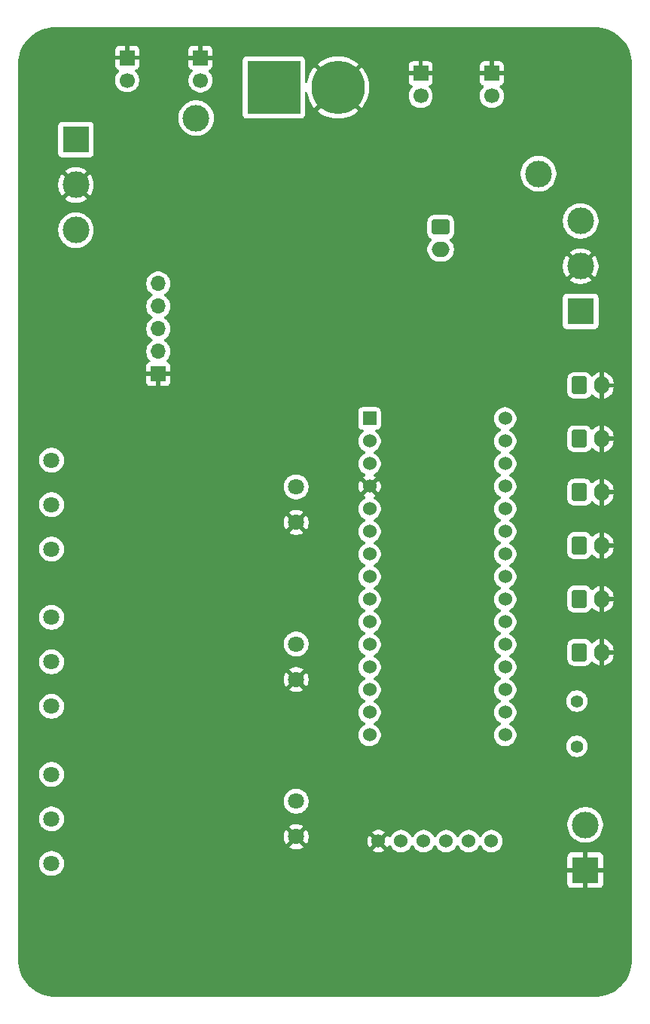
<source format=gbr>
%TF.GenerationSoftware,KiCad,Pcbnew,9.0.4*%
%TF.CreationDate,2025-09-20T14:11:16+05:30*%
%TF.ProjectId,FireSide v2.0,46697265-5369-4646-9520-76322e302e6b,rev?*%
%TF.SameCoordinates,Original*%
%TF.FileFunction,Copper,L2,Bot*%
%TF.FilePolarity,Positive*%
%FSLAX46Y46*%
G04 Gerber Fmt 4.6, Leading zero omitted, Abs format (unit mm)*
G04 Created by KiCad (PCBNEW 9.0.4) date 2025-09-20 14:11:16*
%MOMM*%
%LPD*%
G01*
G04 APERTURE LIST*
G04 Aperture macros list*
%AMRoundRect*
0 Rectangle with rounded corners*
0 $1 Rounding radius*
0 $2 $3 $4 $5 $6 $7 $8 $9 X,Y pos of 4 corners*
0 Add a 4 corners polygon primitive as box body*
4,1,4,$2,$3,$4,$5,$6,$7,$8,$9,$2,$3,0*
0 Add four circle primitives for the rounded corners*
1,1,$1+$1,$2,$3*
1,1,$1+$1,$4,$5*
1,1,$1+$1,$6,$7*
1,1,$1+$1,$8,$9*
0 Add four rect primitives between the rounded corners*
20,1,$1+$1,$2,$3,$4,$5,0*
20,1,$1+$1,$4,$5,$6,$7,0*
20,1,$1+$1,$6,$7,$8,$9,0*
20,1,$1+$1,$8,$9,$2,$3,0*%
G04 Aperture macros list end*
%TA.AperFunction,ComponentPad*%
%ADD10C,1.800000*%
%TD*%
%TA.AperFunction,ComponentPad*%
%ADD11C,7.500000*%
%TD*%
%TA.AperFunction,ComponentPad*%
%ADD12RoundRect,0.250000X-0.600000X-0.750000X0.600000X-0.750000X0.600000X0.750000X-0.600000X0.750000X0*%
%TD*%
%TA.AperFunction,ComponentPad*%
%ADD13O,1.700000X2.000000*%
%TD*%
%TA.AperFunction,ComponentPad*%
%ADD14R,1.700000X1.700000*%
%TD*%
%TA.AperFunction,ComponentPad*%
%ADD15C,1.700000*%
%TD*%
%TA.AperFunction,ComponentPad*%
%ADD16RoundRect,0.250000X-0.750000X0.600000X-0.750000X-0.600000X0.750000X-0.600000X0.750000X0.600000X0*%
%TD*%
%TA.AperFunction,ComponentPad*%
%ADD17O,2.000000X1.700000*%
%TD*%
%TA.AperFunction,ComponentPad*%
%ADD18C,1.524000*%
%TD*%
%TA.AperFunction,ComponentPad*%
%ADD19C,1.400000*%
%TD*%
%TA.AperFunction,ComponentPad*%
%ADD20R,1.524000X1.524000*%
%TD*%
%TA.AperFunction,ComponentPad*%
%ADD21R,3.000000X3.000000*%
%TD*%
%TA.AperFunction,ComponentPad*%
%ADD22C,3.000000*%
%TD*%
%TA.AperFunction,ComponentPad*%
%ADD23C,6.000000*%
%TD*%
%TA.AperFunction,ComponentPad*%
%ADD24R,6.000000X6.000000*%
%TD*%
%TA.AperFunction,ComponentPad*%
%ADD25O,1.700000X1.700000*%
%TD*%
%TA.AperFunction,ViaPad*%
%ADD26C,0.600000*%
%TD*%
G04 APERTURE END LIST*
D10*
%TO.P,U5,1,GND*%
%TO.N,GND*%
X106500000Y-87180000D03*
%TO.P,U5,2,PWM*%
%TO.N,PWM_D4184-1*%
X106500000Y-83180000D03*
%TO.P,U5,3,-*%
%TO.N,unconnected-(U5---Pad3)*%
X79000000Y-90180000D03*
%TO.P,U5,4,LOAD*%
%TO.N,unconnected-(U5-LOAD-Pad4)*%
X79000000Y-85180000D03*
%TO.P,U5,5,+*%
%TO.N,unconnected-(U5-+-Pad5)*%
X79000000Y-80180000D03*
%TD*%
D11*
%TO.P,H2,1,1*%
%TO.N,GND*%
X80050400Y-135100800D03*
%TD*%
%TO.P,H3,1,1*%
%TO.N,GND*%
X80250000Y-36250000D03*
%TD*%
D12*
%TO.P,J4,1,Pin_1*%
%TO.N,A4*%
X138352799Y-83781199D03*
D13*
%TO.P,J4,2,Pin_2*%
%TO.N,GND*%
X140852799Y-83781199D03*
%TD*%
D14*
%TO.P,J12,1,Pin_1*%
%TO.N,GND*%
X87500000Y-34958563D03*
D15*
%TO.P,J12,2,Pin_2*%
%TO.N,3.3V*%
X87500000Y-37498563D03*
%TD*%
D16*
%TO.P,J10,1,Pin_1*%
%TO.N,Net-(J10-Pin_1)*%
X122750000Y-54000000D03*
D17*
%TO.P,J10,2,Pin_2*%
%TO.N,VI*%
X122750000Y-56500000D03*
%TD*%
D14*
%TO.P,J8,1,Pin_1*%
%TO.N,GND*%
X120500000Y-36725000D03*
D15*
%TO.P,J8,2,Pin_2*%
%TO.N,5V*%
X120500000Y-39265000D03*
%TD*%
D11*
%TO.P,H1,1,1*%
%TO.N,GND*%
X139750000Y-135500000D03*
%TD*%
D12*
%TO.P,J5,1,Pin_1*%
%TO.N,A5*%
X138352799Y-77781199D03*
D13*
%TO.P,J5,2,Pin_2*%
%TO.N,GND*%
X140852799Y-77781199D03*
%TD*%
D18*
%TO.P,U8,1,CS*%
%TO.N,CS_SD*%
X128450000Y-123000000D03*
%TO.P,U8,2,SCK*%
%TO.N,SCK_SD*%
X125910000Y-123000000D03*
%TO.P,U8,3,MOSI*%
%TO.N,MOSI_SD*%
X123370000Y-123000000D03*
%TO.P,U8,4,MISO*%
%TO.N,MISO_SD*%
X120830000Y-123000000D03*
%TO.P,U8,5,VCC*%
%TO.N,3.3V_STM*%
X118290000Y-123000000D03*
%TO.P,U8,6,GND*%
%TO.N,GND*%
X115750000Y-123000000D03*
%TD*%
D10*
%TO.P,U7,1,GND*%
%TO.N,GND*%
X106500000Y-122500000D03*
%TO.P,U7,2,PWM*%
%TO.N,PWM_D4184-3*%
X106500000Y-118500000D03*
%TO.P,U7,3,-*%
%TO.N,unconnected-(U7---Pad3)*%
X79000000Y-125500000D03*
%TO.P,U7,4,LOAD*%
%TO.N,unconnected-(U7-LOAD-Pad4)*%
X79000000Y-120500000D03*
%TO.P,U7,5,+*%
%TO.N,unconnected-(U7-+-Pad5)*%
X79000000Y-115500000D03*
%TD*%
D19*
%TO.P,R2,1*%
%TO.N,3.3V_STM*%
X138050400Y-112350800D03*
%TO.P,R2,2*%
%TO.N,A_THERM*%
X138050400Y-107270800D03*
%TD*%
D20*
%TO.P,U9,CN3_1,PA9/D1*%
%TO.N,RX_RYLR*%
X114750000Y-75500000D03*
D18*
%TO.P,U9,CN3_2,PA10/D0*%
%TO.N,TX_RYLR*%
X114750000Y-78040000D03*
%TO.P,U9,CN3_3,~{RST}_CN3*%
%TO.N,unconnected-(U9-~{RST}_CN3-PadCN3_3)*%
X114750000Y-80580000D03*
%TO.P,U9,CN3_4,GND_CN3*%
%TO.N,GND*%
X114750000Y-83120000D03*
%TO.P,U9,CN3_5,PA12/D2*%
%TO.N,LAUNCH_LED*%
X114750000Y-85660000D03*
%TO.P,U9,CN3_6,PB0/D3*%
%TO.N,PWM_D4184-1*%
X114750000Y-88200000D03*
%TO.P,U9,CN3_7,PB7/D4*%
%TO.N,ARM_LED*%
X114750000Y-90740000D03*
%TO.P,U9,CN3_8,PB6/D5*%
%TO.N,STATUS_PIN*%
X114750000Y-93280000D03*
%TO.P,U9,CN3_9,PB1/D6*%
%TO.N,PWM_D4184-2*%
X114750000Y-95820000D03*
%TO.P,U9,CN3_10,PC14/D7*%
%TO.N,unconnected-(U9-PC14{slash}D7-PadCN3_10)*%
X114750000Y-98360000D03*
%TO.P,U9,CN3_11,PC15/D8*%
%TO.N,unconnected-(U9-PC15{slash}D8-PadCN3_11)*%
X114750000Y-100900000D03*
%TO.P,U9,CN3_12,PA8/D9*%
%TO.N,PWM_D4184-3*%
X114750000Y-103440000D03*
%TO.P,U9,CN3_13,PA11/D10*%
%TO.N,CS_SD*%
X114750000Y-105980000D03*
%TO.P,U9,CN3_14,PB5/D11*%
%TO.N,MOSI_SD*%
X114750000Y-108520000D03*
%TO.P,U9,CN3_15,PB4/D12*%
%TO.N,MISO_SD*%
X114750000Y-111060000D03*
%TO.P,U9,CN4_1,VIN*%
%TO.N,5Vin*%
X129990000Y-75500000D03*
%TO.P,U9,CN4_2,GND_CN4*%
%TO.N,unconnected-(U9-GND_CN4-PadCN4_2)*%
X129990000Y-78040000D03*
%TO.P,U9,CN4_3,~{RST}_CN4*%
%TO.N,unconnected-(U9-~{RST}_CN4-PadCN4_3)*%
X129990000Y-80580000D03*
%TO.P,U9,CN4_4,+5V*%
%TO.N,unconnected-(U9-+5V-PadCN4_4)*%
X129990000Y-83120000D03*
%TO.P,U9,CN4_5,PA2/A7*%
%TO.N,A6*%
X129990000Y-85660000D03*
%TO.P,U9,CN4_6,PA7/A6*%
%TO.N,A5*%
X129990000Y-88200000D03*
%TO.P,U9,CN4_7,PA6/A5*%
%TO.N,A4*%
X129990000Y-90740000D03*
%TO.P,U9,CN4_8,PA5/A4*%
%TO.N,A3*%
X129990000Y-93280000D03*
%TO.P,U9,CN4_9,PA4/A3*%
%TO.N,A2*%
X129990000Y-95820000D03*
%TO.P,U9,CN4_10,PA3/A2*%
%TO.N,A1*%
X129990000Y-98360000D03*
%TO.P,U9,CN4_11,PA1/A1*%
%TO.N,unconnected-(U9-PA1{slash}A1-PadCN4_11)*%
X129990000Y-100900000D03*
%TO.P,U9,CN4_12,PA0/A0*%
%TO.N,A_THERM*%
X129990000Y-103440000D03*
%TO.P,U9,CN4_13,AREF*%
%TO.N,unconnected-(U9-AREF-PadCN4_13)*%
X129990000Y-105980000D03*
%TO.P,U9,CN4_14,+3V3*%
%TO.N,3.3V_STM*%
X129990000Y-108520000D03*
%TO.P,U9,CN4_15,PB3/D13*%
%TO.N,SCK_SD*%
X129990000Y-111060000D03*
%TD*%
D21*
%TO.P,J14,1,Pin_1*%
%TO.N,GND*%
X139000000Y-126250000D03*
D22*
%TO.P,J14,2,Pin_2*%
%TO.N,A_THERM*%
X139000000Y-121170000D03*
%TD*%
D14*
%TO.P,J7,1,Pin_1*%
%TO.N,GND*%
X128500000Y-36725000D03*
D15*
%TO.P,J7,2,Pin_2*%
%TO.N,5V*%
X128500000Y-39265000D03*
%TD*%
D10*
%TO.P,U6,1,GND*%
%TO.N,GND*%
X106500000Y-104840000D03*
%TO.P,U6,2,PWM*%
%TO.N,PWM_D4184-2*%
X106500000Y-100840000D03*
%TO.P,U6,3,-*%
%TO.N,unconnected-(U6---Pad3)*%
X79000000Y-107840000D03*
%TO.P,U6,4,LOAD*%
%TO.N,unconnected-(U6-LOAD-Pad4)*%
X79000000Y-102840000D03*
%TO.P,U6,5,+*%
%TO.N,unconnected-(U6-+-Pad5)*%
X79000000Y-97840000D03*
%TD*%
D14*
%TO.P,J11,1,Pin_1*%
%TO.N,GND*%
X95750000Y-34960000D03*
D15*
%TO.P,J11,2,Pin_2*%
%TO.N,3.3V*%
X95750000Y-37500000D03*
%TD*%
D12*
%TO.P,J2,1,Pin_1*%
%TO.N,A2*%
X138352799Y-95781199D03*
D13*
%TO.P,J2,2,Pin_2*%
%TO.N,GND*%
X140852799Y-95781199D03*
%TD*%
D23*
%TO.P,U3,N,NEG*%
%TO.N,GND*%
X111200000Y-38312500D03*
D24*
%TO.P,U3,P,POS*%
%TO.N,VI*%
X104000000Y-38312500D03*
%TD*%
D22*
%TO.P,TP2,1,1*%
%TO.N,3.3V*%
X95250000Y-41750000D03*
%TD*%
D12*
%TO.P,J1,1,Pin_1*%
%TO.N,A1*%
X138352799Y-101781199D03*
D13*
%TO.P,J1,2,Pin_2*%
%TO.N,GND*%
X140852799Y-101781199D03*
%TD*%
D22*
%TO.P,TP1,1,1*%
%TO.N,5V*%
X133750000Y-48000000D03*
%TD*%
D11*
%TO.P,H4,1,1*%
%TO.N,GND*%
X139000000Y-36250000D03*
%TD*%
D12*
%TO.P,J6,1,Pin_1*%
%TO.N,A6*%
X138352799Y-71781199D03*
D13*
%TO.P,J6,2,Pin_2*%
%TO.N,GND*%
X140852799Y-71781199D03*
%TD*%
D21*
%TO.P,J13,1,Pin_1*%
%TO.N,5Vin*%
X138477718Y-63464391D03*
D22*
%TO.P,J13,2,Pin_2*%
%TO.N,GND*%
X138477718Y-58384391D03*
%TO.P,J13,3,Pin_3*%
%TO.N,5V*%
X138477718Y-53304391D03*
%TD*%
D12*
%TO.P,J3,1,Pin_1*%
%TO.N,A3*%
X138352799Y-89781199D03*
D13*
%TO.P,J3,2,Pin_2*%
%TO.N,GND*%
X140852799Y-89781199D03*
%TD*%
D21*
%TO.P,J9,1,Pin_1*%
%TO.N,3.3V*%
X81750000Y-44170000D03*
D22*
%TO.P,J9,2,Pin_2*%
%TO.N,GND*%
X81750000Y-49250000D03*
%TO.P,J9,3,Pin_3*%
%TO.N,3.3Vin*%
X81750000Y-54330000D03*
%TD*%
D25*
%TO.P,U2,1,VDD*%
%TO.N,3.3Vin*%
X91000000Y-60340000D03*
%TO.P,U2,2,RST*%
%TO.N,unconnected-(U2-RST-Pad2)*%
X91000000Y-62880000D03*
%TO.P,U2,3,RXD*%
%TO.N,RX_RYLR*%
X91000000Y-65420000D03*
%TO.P,U2,4,TXD*%
%TO.N,TX_RYLR*%
X91000000Y-67960000D03*
D14*
%TO.P,U2,5,GND*%
%TO.N,GND*%
X91000000Y-70500000D03*
%TD*%
D26*
%TO.N,GND*%
X131100250Y-59850250D03*
X109539335Y-44460665D03*
X106287676Y-61787676D03*
X106546967Y-64703033D03*
X95750000Y-32823462D03*
X106950000Y-44250000D03*
X88286263Y-50463737D03*
X133250000Y-71000000D03*
X87500000Y-32823463D03*
X97500000Y-44750000D03*
X100941768Y-54941768D03*
X117367769Y-47700000D03*
X133441579Y-67558421D03*
%TD*%
%TA.AperFunction,Conductor*%
%TO.N,GND*%
G36*
X140052855Y-31500632D02*
G01*
X140431764Y-31518149D01*
X140443154Y-31519205D01*
X140815988Y-31571213D01*
X140827232Y-31573315D01*
X141193677Y-31659502D01*
X141204667Y-31662629D01*
X141561616Y-31782267D01*
X141572270Y-31786395D01*
X141916643Y-31938450D01*
X141926870Y-31943542D01*
X142063325Y-32019547D01*
X142255739Y-32126721D01*
X142265477Y-32132750D01*
X142576033Y-32345486D01*
X142585173Y-32352388D01*
X142874780Y-32592874D01*
X142883244Y-32600591D01*
X143149408Y-32866755D01*
X143157125Y-32875219D01*
X143397611Y-33164826D01*
X143404513Y-33173966D01*
X143617249Y-33484522D01*
X143623278Y-33494260D01*
X143718496Y-33665208D01*
X143798008Y-33807961D01*
X143806450Y-33823116D01*
X143811553Y-33833365D01*
X143886290Y-34002627D01*
X143963599Y-34177716D01*
X143967737Y-34188396D01*
X144087366Y-34545319D01*
X144090500Y-34556335D01*
X144176682Y-34922759D01*
X144178787Y-34934018D01*
X144230793Y-35306838D01*
X144231850Y-35318242D01*
X144249368Y-35697144D01*
X144249500Y-35702871D01*
X144249500Y-136297128D01*
X144249368Y-136302855D01*
X144231850Y-136681757D01*
X144230793Y-136693161D01*
X144178787Y-137065981D01*
X144176682Y-137077240D01*
X144090500Y-137443664D01*
X144087366Y-137454680D01*
X143967737Y-137811603D01*
X143963599Y-137822283D01*
X143811555Y-138166630D01*
X143806450Y-138176883D01*
X143623278Y-138505739D01*
X143617249Y-138515477D01*
X143404513Y-138826033D01*
X143397611Y-138835173D01*
X143157125Y-139124780D01*
X143149408Y-139133244D01*
X142883244Y-139399408D01*
X142874780Y-139407125D01*
X142585173Y-139647611D01*
X142576033Y-139654513D01*
X142265477Y-139867249D01*
X142255739Y-139873278D01*
X141926883Y-140056450D01*
X141916630Y-140061555D01*
X141572283Y-140213599D01*
X141561603Y-140217737D01*
X141204680Y-140337366D01*
X141193664Y-140340500D01*
X140827240Y-140426682D01*
X140815981Y-140428787D01*
X140443161Y-140480793D01*
X140431757Y-140481850D01*
X140052855Y-140499368D01*
X140047128Y-140499500D01*
X79452872Y-140499500D01*
X79447145Y-140499368D01*
X79068242Y-140481850D01*
X79056838Y-140480793D01*
X78684018Y-140428787D01*
X78672759Y-140426682D01*
X78306335Y-140340500D01*
X78295319Y-140337366D01*
X77938396Y-140217737D01*
X77927716Y-140213599D01*
X77583365Y-140061553D01*
X77573121Y-140056452D01*
X77466521Y-139997077D01*
X77244260Y-139873278D01*
X77234522Y-139867249D01*
X76923966Y-139654513D01*
X76914826Y-139647611D01*
X76625219Y-139407125D01*
X76616755Y-139399408D01*
X76350591Y-139133244D01*
X76342874Y-139124780D01*
X76102388Y-138835173D01*
X76095486Y-138826033D01*
X75882750Y-138515477D01*
X75876721Y-138505739D01*
X75836383Y-138433319D01*
X75693542Y-138176870D01*
X75688450Y-138166643D01*
X75536395Y-137822270D01*
X75532267Y-137811616D01*
X75412629Y-137454667D01*
X75409502Y-137443677D01*
X75323315Y-137077232D01*
X75321212Y-137065981D01*
X75304170Y-136943813D01*
X75269205Y-136693154D01*
X75268149Y-136681757D01*
X75250632Y-136302855D01*
X75250500Y-136297128D01*
X75250500Y-125389778D01*
X77599500Y-125389778D01*
X77599500Y-125610221D01*
X77633985Y-125827952D01*
X77702103Y-126037603D01*
X77702104Y-126037606D01*
X77802187Y-126234025D01*
X77931752Y-126412358D01*
X77931756Y-126412363D01*
X78087636Y-126568243D01*
X78087641Y-126568247D01*
X78145103Y-126609995D01*
X78265978Y-126697815D01*
X78337921Y-126734472D01*
X78462393Y-126797895D01*
X78462396Y-126797896D01*
X78567221Y-126831955D01*
X78672049Y-126866015D01*
X78889778Y-126900500D01*
X78889779Y-126900500D01*
X79110221Y-126900500D01*
X79110222Y-126900500D01*
X79327951Y-126866015D01*
X79537606Y-126797895D01*
X79734022Y-126697815D01*
X79912365Y-126568242D01*
X80068242Y-126412365D01*
X80070379Y-126409422D01*
X80094843Y-126375753D01*
X80150992Y-126298467D01*
X80197815Y-126234022D01*
X80297895Y-126037606D01*
X80366015Y-125827951D01*
X80400500Y-125610222D01*
X80400500Y-125389778D01*
X80366015Y-125172049D01*
X80297895Y-124962394D01*
X80297895Y-124962393D01*
X80263237Y-124894375D01*
X80197815Y-124765978D01*
X80151445Y-124702155D01*
X137000000Y-124702155D01*
X137000000Y-126000000D01*
X138280936Y-126000000D01*
X138269207Y-126028316D01*
X138240000Y-126175147D01*
X138240000Y-126324853D01*
X138269207Y-126471684D01*
X138280936Y-126500000D01*
X137000000Y-126500000D01*
X137000000Y-127797844D01*
X137006401Y-127857372D01*
X137006403Y-127857379D01*
X137056645Y-127992086D01*
X137056649Y-127992093D01*
X137142809Y-128107187D01*
X137142812Y-128107190D01*
X137257906Y-128193350D01*
X137257913Y-128193354D01*
X137392620Y-128243596D01*
X137392627Y-128243598D01*
X137452155Y-128249999D01*
X137452172Y-128250000D01*
X138750000Y-128250000D01*
X138750000Y-126969064D01*
X138778316Y-126980793D01*
X138925147Y-127010000D01*
X139074853Y-127010000D01*
X139221684Y-126980793D01*
X139250000Y-126969064D01*
X139250000Y-128250000D01*
X140547828Y-128250000D01*
X140547844Y-128249999D01*
X140607372Y-128243598D01*
X140607379Y-128243596D01*
X140742086Y-128193354D01*
X140742093Y-128193350D01*
X140857187Y-128107190D01*
X140857190Y-128107187D01*
X140943350Y-127992093D01*
X140943354Y-127992086D01*
X140993596Y-127857379D01*
X140993598Y-127857372D01*
X140999999Y-127797844D01*
X141000000Y-127797827D01*
X141000000Y-126500000D01*
X139719064Y-126500000D01*
X139730793Y-126471684D01*
X139760000Y-126324853D01*
X139760000Y-126175147D01*
X139730793Y-126028316D01*
X139719064Y-126000000D01*
X141000000Y-126000000D01*
X141000000Y-124702172D01*
X140999999Y-124702155D01*
X140993598Y-124642627D01*
X140993596Y-124642620D01*
X140943354Y-124507913D01*
X140943350Y-124507906D01*
X140857190Y-124392812D01*
X140857187Y-124392809D01*
X140742093Y-124306649D01*
X140742086Y-124306645D01*
X140607379Y-124256403D01*
X140607372Y-124256401D01*
X140547844Y-124250000D01*
X139250000Y-124250000D01*
X139250000Y-125530935D01*
X139221684Y-125519207D01*
X139074853Y-125490000D01*
X138925147Y-125490000D01*
X138778316Y-125519207D01*
X138750000Y-125530935D01*
X138750000Y-124250000D01*
X137452155Y-124250000D01*
X137392627Y-124256401D01*
X137392620Y-124256403D01*
X137257913Y-124306645D01*
X137257906Y-124306649D01*
X137142812Y-124392809D01*
X137142809Y-124392812D01*
X137056649Y-124507906D01*
X137056645Y-124507913D01*
X137006403Y-124642620D01*
X137006401Y-124642627D01*
X137000000Y-124702155D01*
X80151445Y-124702155D01*
X80108191Y-124642620D01*
X80068247Y-124587641D01*
X80068243Y-124587636D01*
X79912363Y-124431756D01*
X79912358Y-124431752D01*
X79734025Y-124302187D01*
X79734024Y-124302186D01*
X79734022Y-124302185D01*
X79656137Y-124262500D01*
X79537606Y-124202104D01*
X79537603Y-124202103D01*
X79327952Y-124133985D01*
X79219086Y-124116742D01*
X79110222Y-124099500D01*
X78889778Y-124099500D01*
X78817201Y-124110995D01*
X78672047Y-124133985D01*
X78462396Y-124202103D01*
X78462393Y-124202104D01*
X78265974Y-124302187D01*
X78087641Y-124431752D01*
X78087636Y-124431756D01*
X77931756Y-124587636D01*
X77931752Y-124587641D01*
X77802187Y-124765974D01*
X77702104Y-124962393D01*
X77702103Y-124962396D01*
X77633985Y-125172047D01*
X77599500Y-125389778D01*
X75250500Y-125389778D01*
X75250500Y-122389818D01*
X105100000Y-122389818D01*
X105100000Y-122610181D01*
X105134473Y-122827835D01*
X105202567Y-123037410D01*
X105302611Y-123233756D01*
X105348932Y-123297513D01*
X106057861Y-122588584D01*
X106080667Y-122673694D01*
X106139910Y-122776306D01*
X106223694Y-122860090D01*
X106326306Y-122919333D01*
X106411414Y-122942137D01*
X105702485Y-123651065D01*
X105702485Y-123651066D01*
X105766243Y-123697388D01*
X105962589Y-123797432D01*
X106172164Y-123865526D01*
X106389819Y-123900000D01*
X106610181Y-123900000D01*
X106720444Y-123882536D01*
X106827835Y-123865526D01*
X107037410Y-123797432D01*
X107233760Y-123697386D01*
X107297513Y-123651066D01*
X107297514Y-123651066D01*
X106588585Y-122942138D01*
X106673694Y-122919333D01*
X106776306Y-122860090D01*
X106860090Y-122776306D01*
X106919333Y-122673694D01*
X106942137Y-122588585D01*
X107651066Y-123297514D01*
X107651066Y-123297513D01*
X107697386Y-123233760D01*
X107797432Y-123037410D01*
X107841859Y-122900678D01*
X114488000Y-122900678D01*
X114488000Y-123099321D01*
X114519075Y-123295520D01*
X114519075Y-123295523D01*
X114580457Y-123484437D01*
X114670641Y-123661432D01*
X114697730Y-123698715D01*
X114697731Y-123698716D01*
X115369000Y-123027447D01*
X115369000Y-123050160D01*
X115394964Y-123147061D01*
X115445124Y-123233940D01*
X115516060Y-123304876D01*
X115602939Y-123355036D01*
X115699840Y-123381000D01*
X115722553Y-123381000D01*
X115051283Y-124052268D01*
X115051283Y-124052269D01*
X115088567Y-124079358D01*
X115265562Y-124169542D01*
X115454477Y-124230924D01*
X115650679Y-124262000D01*
X115849321Y-124262000D01*
X116045520Y-124230924D01*
X116045523Y-124230924D01*
X116234437Y-124169542D01*
X116411425Y-124079362D01*
X116448716Y-124052268D01*
X115777448Y-123381000D01*
X115800160Y-123381000D01*
X115897061Y-123355036D01*
X115983940Y-123304876D01*
X116054876Y-123233940D01*
X116105036Y-123147061D01*
X116131000Y-123050160D01*
X116131000Y-123027447D01*
X116802268Y-123698715D01*
X116829364Y-123661422D01*
X116909234Y-123504669D01*
X116957208Y-123453872D01*
X117025029Y-123437077D01*
X117091164Y-123459614D01*
X117130203Y-123504667D01*
X117210213Y-123661694D01*
X117327019Y-123822464D01*
X117467536Y-123962981D01*
X117628306Y-124079787D01*
X117666995Y-124099500D01*
X117805367Y-124170005D01*
X117805370Y-124170006D01*
X117899866Y-124200709D01*
X117994364Y-124231413D01*
X118190639Y-124262500D01*
X118190640Y-124262500D01*
X118389360Y-124262500D01*
X118389361Y-124262500D01*
X118585636Y-124231413D01*
X118774632Y-124170005D01*
X118951694Y-124079787D01*
X119112464Y-123962981D01*
X119252981Y-123822464D01*
X119369787Y-123661694D01*
X119449515Y-123505218D01*
X119497490Y-123454423D01*
X119565311Y-123437628D01*
X119631446Y-123460165D01*
X119670484Y-123505218D01*
X119750213Y-123661694D01*
X119867019Y-123822464D01*
X120007536Y-123962981D01*
X120168306Y-124079787D01*
X120206995Y-124099500D01*
X120345367Y-124170005D01*
X120345370Y-124170006D01*
X120439866Y-124200709D01*
X120534364Y-124231413D01*
X120730639Y-124262500D01*
X120730640Y-124262500D01*
X120929360Y-124262500D01*
X120929361Y-124262500D01*
X121125636Y-124231413D01*
X121314632Y-124170005D01*
X121491694Y-124079787D01*
X121652464Y-123962981D01*
X121792981Y-123822464D01*
X121909787Y-123661694D01*
X121989515Y-123505218D01*
X122037490Y-123454423D01*
X122105311Y-123437628D01*
X122171446Y-123460165D01*
X122210484Y-123505218D01*
X122290213Y-123661694D01*
X122407019Y-123822464D01*
X122547536Y-123962981D01*
X122708306Y-124079787D01*
X122746995Y-124099500D01*
X122885367Y-124170005D01*
X122885370Y-124170006D01*
X122979866Y-124200709D01*
X123074364Y-124231413D01*
X123270639Y-124262500D01*
X123270640Y-124262500D01*
X123469360Y-124262500D01*
X123469361Y-124262500D01*
X123665636Y-124231413D01*
X123854632Y-124170005D01*
X124031694Y-124079787D01*
X124192464Y-123962981D01*
X124332981Y-123822464D01*
X124449787Y-123661694D01*
X124529515Y-123505218D01*
X124577490Y-123454423D01*
X124645311Y-123437628D01*
X124711446Y-123460165D01*
X124750484Y-123505218D01*
X124830213Y-123661694D01*
X124947019Y-123822464D01*
X125087536Y-123962981D01*
X125248306Y-124079787D01*
X125286995Y-124099500D01*
X125425367Y-124170005D01*
X125425370Y-124170006D01*
X125519866Y-124200709D01*
X125614364Y-124231413D01*
X125810639Y-124262500D01*
X125810640Y-124262500D01*
X126009360Y-124262500D01*
X126009361Y-124262500D01*
X126205636Y-124231413D01*
X126394632Y-124170005D01*
X126571694Y-124079787D01*
X126732464Y-123962981D01*
X126872981Y-123822464D01*
X126989787Y-123661694D01*
X127069515Y-123505218D01*
X127117490Y-123454423D01*
X127185311Y-123437628D01*
X127251446Y-123460165D01*
X127290484Y-123505218D01*
X127370213Y-123661694D01*
X127487019Y-123822464D01*
X127627536Y-123962981D01*
X127788306Y-124079787D01*
X127826995Y-124099500D01*
X127965367Y-124170005D01*
X127965370Y-124170006D01*
X128059866Y-124200709D01*
X128154364Y-124231413D01*
X128350639Y-124262500D01*
X128350640Y-124262500D01*
X128549360Y-124262500D01*
X128549361Y-124262500D01*
X128745636Y-124231413D01*
X128934632Y-124170005D01*
X129111694Y-124079787D01*
X129272464Y-123962981D01*
X129412981Y-123822464D01*
X129529787Y-123661694D01*
X129620005Y-123484632D01*
X129681413Y-123295636D01*
X129712500Y-123099361D01*
X129712500Y-122900639D01*
X129681413Y-122704364D01*
X129620005Y-122515368D01*
X129620005Y-122515367D01*
X129556034Y-122389818D01*
X129529787Y-122338306D01*
X129412981Y-122177536D01*
X129272464Y-122037019D01*
X129111694Y-121920213D01*
X128934632Y-121829994D01*
X128934629Y-121829993D01*
X128745637Y-121768587D01*
X128647498Y-121753043D01*
X128549361Y-121737500D01*
X128350639Y-121737500D01*
X128285214Y-121747862D01*
X128154362Y-121768587D01*
X127965370Y-121829993D01*
X127965367Y-121829994D01*
X127788305Y-121920213D01*
X127627533Y-122037021D01*
X127487021Y-122177533D01*
X127370213Y-122338305D01*
X127290485Y-122494780D01*
X127242510Y-122545576D01*
X127174689Y-122562371D01*
X127108554Y-122539833D01*
X127069515Y-122494780D01*
X127016034Y-122389818D01*
X126989787Y-122338306D01*
X126872981Y-122177536D01*
X126732464Y-122037019D01*
X126571694Y-121920213D01*
X126394632Y-121829994D01*
X126394629Y-121829993D01*
X126205637Y-121768587D01*
X126107498Y-121753043D01*
X126009361Y-121737500D01*
X125810639Y-121737500D01*
X125745214Y-121747862D01*
X125614362Y-121768587D01*
X125425370Y-121829993D01*
X125425367Y-121829994D01*
X125248305Y-121920213D01*
X125087533Y-122037021D01*
X124947021Y-122177533D01*
X124830213Y-122338305D01*
X124750485Y-122494780D01*
X124702510Y-122545576D01*
X124634689Y-122562371D01*
X124568554Y-122539833D01*
X124529515Y-122494780D01*
X124476034Y-122389818D01*
X124449787Y-122338306D01*
X124332981Y-122177536D01*
X124192464Y-122037019D01*
X124031694Y-121920213D01*
X123854632Y-121829994D01*
X123854629Y-121829993D01*
X123665637Y-121768587D01*
X123567498Y-121753043D01*
X123469361Y-121737500D01*
X123270639Y-121737500D01*
X123205214Y-121747862D01*
X123074362Y-121768587D01*
X122885370Y-121829993D01*
X122885367Y-121829994D01*
X122708305Y-121920213D01*
X122547533Y-122037021D01*
X122407021Y-122177533D01*
X122290213Y-122338305D01*
X122210485Y-122494780D01*
X122162510Y-122545576D01*
X122094689Y-122562371D01*
X122028554Y-122539833D01*
X121989515Y-122494780D01*
X121936034Y-122389818D01*
X121909787Y-122338306D01*
X121792981Y-122177536D01*
X121652464Y-122037019D01*
X121491694Y-121920213D01*
X121314632Y-121829994D01*
X121314629Y-121829993D01*
X121125637Y-121768587D01*
X121027498Y-121753043D01*
X120929361Y-121737500D01*
X120730639Y-121737500D01*
X120665214Y-121747862D01*
X120534362Y-121768587D01*
X120345370Y-121829993D01*
X120345367Y-121829994D01*
X120168305Y-121920213D01*
X120007533Y-122037021D01*
X119867021Y-122177533D01*
X119750213Y-122338305D01*
X119670485Y-122494780D01*
X119622510Y-122545576D01*
X119554689Y-122562371D01*
X119488554Y-122539833D01*
X119449515Y-122494780D01*
X119396034Y-122389818D01*
X119369787Y-122338306D01*
X119252981Y-122177536D01*
X119112464Y-122037019D01*
X118951694Y-121920213D01*
X118774632Y-121829994D01*
X118774629Y-121829993D01*
X118585637Y-121768587D01*
X118487498Y-121753043D01*
X118389361Y-121737500D01*
X118190639Y-121737500D01*
X118125214Y-121747862D01*
X117994362Y-121768587D01*
X117805370Y-121829993D01*
X117805367Y-121829994D01*
X117628305Y-121920213D01*
X117467533Y-122037021D01*
X117327021Y-122177533D01*
X117210213Y-122338305D01*
X117130204Y-122495331D01*
X117082229Y-122546127D01*
X117014408Y-122562922D01*
X116948273Y-122540384D01*
X116909234Y-122495331D01*
X116829358Y-122338567D01*
X116802268Y-122301283D01*
X116131000Y-122972551D01*
X116131000Y-122949840D01*
X116105036Y-122852939D01*
X116054876Y-122766060D01*
X115983940Y-122695124D01*
X115897061Y-122644964D01*
X115800160Y-122619000D01*
X115777447Y-122619000D01*
X116448716Y-121947731D01*
X116448715Y-121947730D01*
X116411432Y-121920641D01*
X116234437Y-121830457D01*
X116045522Y-121769075D01*
X115849321Y-121738000D01*
X115650679Y-121738000D01*
X115454479Y-121769075D01*
X115454476Y-121769075D01*
X115265562Y-121830457D01*
X115088564Y-121920643D01*
X115051283Y-121947729D01*
X115051282Y-121947730D01*
X115722554Y-122619000D01*
X115699840Y-122619000D01*
X115602939Y-122644964D01*
X115516060Y-122695124D01*
X115445124Y-122766060D01*
X115394964Y-122852939D01*
X115369000Y-122949840D01*
X115369000Y-122972552D01*
X114697730Y-122301282D01*
X114697729Y-122301283D01*
X114670643Y-122338564D01*
X114580457Y-122515562D01*
X114519075Y-122704476D01*
X114519075Y-122704479D01*
X114488000Y-122900678D01*
X107841859Y-122900678D01*
X107855892Y-122857488D01*
X107855892Y-122857487D01*
X107865527Y-122827832D01*
X107900000Y-122610181D01*
X107900000Y-122389818D01*
X107865526Y-122172164D01*
X107820410Y-122033308D01*
X107797432Y-121962589D01*
X107697388Y-121766243D01*
X107651066Y-121702485D01*
X107651065Y-121702485D01*
X106942137Y-122411413D01*
X106919333Y-122326306D01*
X106860090Y-122223694D01*
X106776306Y-122139910D01*
X106673694Y-122080667D01*
X106588583Y-122057861D01*
X107297513Y-121348932D01*
X107233756Y-121302611D01*
X107037410Y-121202567D01*
X106884093Y-121152752D01*
X106827835Y-121134473D01*
X106610181Y-121100000D01*
X106389819Y-121100000D01*
X106172164Y-121134473D01*
X105962589Y-121202567D01*
X105766233Y-121302616D01*
X105702485Y-121348931D01*
X105702485Y-121348932D01*
X106411414Y-122057861D01*
X106326306Y-122080667D01*
X106223694Y-122139910D01*
X106139910Y-122223694D01*
X106080667Y-122326306D01*
X106057861Y-122411414D01*
X105348932Y-121702485D01*
X105348931Y-121702485D01*
X105302616Y-121766233D01*
X105202567Y-121962589D01*
X105134473Y-122172164D01*
X105100000Y-122389818D01*
X75250500Y-122389818D01*
X75250500Y-120389778D01*
X77599500Y-120389778D01*
X77599500Y-120610221D01*
X77633985Y-120827952D01*
X77702103Y-121037603D01*
X77702104Y-121037606D01*
X77760775Y-121152752D01*
X77802184Y-121234021D01*
X77802187Y-121234025D01*
X77931752Y-121412358D01*
X77931756Y-121412363D01*
X78087636Y-121568243D01*
X78087641Y-121568247D01*
X78243192Y-121681260D01*
X78265978Y-121697815D01*
X78344845Y-121738000D01*
X78462393Y-121797895D01*
X78462396Y-121797896D01*
X78513247Y-121814418D01*
X78672049Y-121866015D01*
X78889778Y-121900500D01*
X78889779Y-121900500D01*
X79110221Y-121900500D01*
X79110222Y-121900500D01*
X79327951Y-121866015D01*
X79537606Y-121797895D01*
X79734022Y-121697815D01*
X79912365Y-121568242D01*
X80068242Y-121412365D01*
X80079324Y-121397111D01*
X80132945Y-121323309D01*
X80132947Y-121323306D01*
X80149071Y-121301113D01*
X80197815Y-121234022D01*
X80297250Y-121038872D01*
X136999500Y-121038872D01*
X136999500Y-121301127D01*
X137014146Y-121412365D01*
X137033730Y-121561116D01*
X137097175Y-121797896D01*
X137101602Y-121814418D01*
X137101605Y-121814428D01*
X137201953Y-122056690D01*
X137201958Y-122056700D01*
X137333075Y-122283803D01*
X137492718Y-122491851D01*
X137492726Y-122491860D01*
X137678140Y-122677274D01*
X137678148Y-122677281D01*
X137886196Y-122836924D01*
X138113299Y-122968041D01*
X138113309Y-122968046D01*
X138355571Y-123068394D01*
X138355581Y-123068398D01*
X138608884Y-123136270D01*
X138868880Y-123170500D01*
X138868887Y-123170500D01*
X139131113Y-123170500D01*
X139131120Y-123170500D01*
X139391116Y-123136270D01*
X139644419Y-123068398D01*
X139886697Y-122968043D01*
X140113803Y-122836924D01*
X140321851Y-122677282D01*
X140321855Y-122677277D01*
X140321860Y-122677274D01*
X140507274Y-122491860D01*
X140507277Y-122491855D01*
X140507282Y-122491851D01*
X140666924Y-122283803D01*
X140798043Y-122056697D01*
X140898398Y-121814419D01*
X140966270Y-121561116D01*
X141000500Y-121301120D01*
X141000500Y-121038880D01*
X140966270Y-120778884D01*
X140898398Y-120525581D01*
X140898394Y-120525571D01*
X140798046Y-120283309D01*
X140798041Y-120283299D01*
X140666924Y-120056196D01*
X140507281Y-119848148D01*
X140507274Y-119848140D01*
X140321860Y-119662726D01*
X140321851Y-119662718D01*
X140113803Y-119503075D01*
X139886700Y-119371958D01*
X139886690Y-119371953D01*
X139644428Y-119271605D01*
X139644421Y-119271603D01*
X139644419Y-119271602D01*
X139391116Y-119203730D01*
X139333339Y-119196123D01*
X139131127Y-119169500D01*
X139131120Y-119169500D01*
X138868880Y-119169500D01*
X138868872Y-119169500D01*
X138637772Y-119199926D01*
X138608884Y-119203730D01*
X138355581Y-119271602D01*
X138355571Y-119271605D01*
X138113309Y-119371953D01*
X138113299Y-119371958D01*
X137886196Y-119503075D01*
X137678148Y-119662718D01*
X137492718Y-119848148D01*
X137333075Y-120056196D01*
X137201958Y-120283299D01*
X137201953Y-120283309D01*
X137101605Y-120525571D01*
X137101602Y-120525581D01*
X137033730Y-120778885D01*
X136999500Y-121038872D01*
X80297250Y-121038872D01*
X80297895Y-121037606D01*
X80366015Y-120827951D01*
X80400500Y-120610222D01*
X80400500Y-120389778D01*
X80366015Y-120172049D01*
X80297895Y-119962394D01*
X80297895Y-119962393D01*
X80248786Y-119866014D01*
X80197815Y-119765978D01*
X80148290Y-119697812D01*
X80068247Y-119587641D01*
X80068243Y-119587636D01*
X79912363Y-119431756D01*
X79912358Y-119431752D01*
X79734025Y-119302187D01*
X79734024Y-119302186D01*
X79734022Y-119302185D01*
X79671096Y-119270122D01*
X79537606Y-119202104D01*
X79537603Y-119202103D01*
X79327952Y-119133985D01*
X79219086Y-119116742D01*
X79110222Y-119099500D01*
X78889778Y-119099500D01*
X78817201Y-119110995D01*
X78672047Y-119133985D01*
X78462396Y-119202103D01*
X78462393Y-119202104D01*
X78265974Y-119302187D01*
X78087641Y-119431752D01*
X78087636Y-119431756D01*
X77931756Y-119587636D01*
X77931752Y-119587641D01*
X77802187Y-119765974D01*
X77702104Y-119962393D01*
X77702103Y-119962396D01*
X77633985Y-120172047D01*
X77599500Y-120389778D01*
X75250500Y-120389778D01*
X75250500Y-118389778D01*
X105099500Y-118389778D01*
X105099500Y-118610221D01*
X105133985Y-118827952D01*
X105202103Y-119037603D01*
X105202104Y-119037606D01*
X105251213Y-119133985D01*
X105286750Y-119203730D01*
X105302187Y-119234025D01*
X105431752Y-119412358D01*
X105431756Y-119412363D01*
X105587636Y-119568243D01*
X105587641Y-119568247D01*
X105717671Y-119662718D01*
X105765978Y-119697815D01*
X105894375Y-119763237D01*
X105962393Y-119797895D01*
X105962396Y-119797896D01*
X106067221Y-119831955D01*
X106172049Y-119866015D01*
X106389778Y-119900500D01*
X106389779Y-119900500D01*
X106610221Y-119900500D01*
X106610222Y-119900500D01*
X106827951Y-119866015D01*
X107037606Y-119797895D01*
X107234022Y-119697815D01*
X107412365Y-119568242D01*
X107568242Y-119412365D01*
X107697815Y-119234022D01*
X107797895Y-119037606D01*
X107866015Y-118827951D01*
X107900500Y-118610222D01*
X107900500Y-118389778D01*
X107866015Y-118172049D01*
X107797895Y-117962394D01*
X107797895Y-117962393D01*
X107763237Y-117894375D01*
X107697815Y-117765978D01*
X107681260Y-117743192D01*
X107568247Y-117587641D01*
X107568243Y-117587636D01*
X107412363Y-117431756D01*
X107412358Y-117431752D01*
X107234025Y-117302187D01*
X107234024Y-117302186D01*
X107234022Y-117302185D01*
X107171096Y-117270122D01*
X107037606Y-117202104D01*
X107037603Y-117202103D01*
X106827952Y-117133985D01*
X106719086Y-117116742D01*
X106610222Y-117099500D01*
X106389778Y-117099500D01*
X106317201Y-117110995D01*
X106172047Y-117133985D01*
X105962396Y-117202103D01*
X105962393Y-117202104D01*
X105765974Y-117302187D01*
X105587641Y-117431752D01*
X105587636Y-117431756D01*
X105431756Y-117587636D01*
X105431752Y-117587641D01*
X105302187Y-117765974D01*
X105202104Y-117962393D01*
X105202103Y-117962396D01*
X105133985Y-118172047D01*
X105099500Y-118389778D01*
X75250500Y-118389778D01*
X75250500Y-115389778D01*
X77599500Y-115389778D01*
X77599500Y-115610221D01*
X77633985Y-115827952D01*
X77702103Y-116037603D01*
X77702104Y-116037606D01*
X77802187Y-116234025D01*
X77931752Y-116412358D01*
X77931756Y-116412363D01*
X78087636Y-116568243D01*
X78087641Y-116568247D01*
X78243192Y-116681260D01*
X78265978Y-116697815D01*
X78394375Y-116763237D01*
X78462393Y-116797895D01*
X78462396Y-116797896D01*
X78567221Y-116831955D01*
X78672049Y-116866015D01*
X78889778Y-116900500D01*
X78889779Y-116900500D01*
X79110221Y-116900500D01*
X79110222Y-116900500D01*
X79327951Y-116866015D01*
X79537606Y-116797895D01*
X79734022Y-116697815D01*
X79912365Y-116568242D01*
X80068242Y-116412365D01*
X80197815Y-116234022D01*
X80297895Y-116037606D01*
X80366015Y-115827951D01*
X80400500Y-115610222D01*
X80400500Y-115389778D01*
X80366015Y-115172049D01*
X80297895Y-114962394D01*
X80297895Y-114962393D01*
X80263237Y-114894375D01*
X80197815Y-114765978D01*
X80181260Y-114743192D01*
X80068247Y-114587641D01*
X80068243Y-114587636D01*
X79912363Y-114431756D01*
X79912358Y-114431752D01*
X79734025Y-114302187D01*
X79734024Y-114302186D01*
X79734022Y-114302185D01*
X79671096Y-114270122D01*
X79537606Y-114202104D01*
X79537603Y-114202103D01*
X79327952Y-114133985D01*
X79219086Y-114116742D01*
X79110222Y-114099500D01*
X78889778Y-114099500D01*
X78817201Y-114110995D01*
X78672047Y-114133985D01*
X78462396Y-114202103D01*
X78462393Y-114202104D01*
X78265974Y-114302187D01*
X78087641Y-114431752D01*
X78087636Y-114431756D01*
X77931756Y-114587636D01*
X77931752Y-114587641D01*
X77802187Y-114765974D01*
X77702104Y-114962393D01*
X77702103Y-114962396D01*
X77633985Y-115172047D01*
X77599500Y-115389778D01*
X75250500Y-115389778D01*
X75250500Y-107729778D01*
X77599500Y-107729778D01*
X77599500Y-107950221D01*
X77633985Y-108167952D01*
X77702103Y-108377603D01*
X77702104Y-108377606D01*
X77802187Y-108574025D01*
X77931752Y-108752358D01*
X77931756Y-108752363D01*
X78087636Y-108908243D01*
X78087641Y-108908247D01*
X78220301Y-109004629D01*
X78265978Y-109037815D01*
X78394375Y-109103237D01*
X78462393Y-109137895D01*
X78462396Y-109137896D01*
X78567221Y-109171955D01*
X78672049Y-109206015D01*
X78889778Y-109240500D01*
X78889779Y-109240500D01*
X79110221Y-109240500D01*
X79110222Y-109240500D01*
X79327951Y-109206015D01*
X79537606Y-109137895D01*
X79734022Y-109037815D01*
X79912365Y-108908242D01*
X80068242Y-108752365D01*
X80197815Y-108574022D01*
X80297895Y-108377606D01*
X80366015Y-108167951D01*
X80400500Y-107950222D01*
X80400500Y-107729778D01*
X80366015Y-107512049D01*
X80306313Y-107328303D01*
X80297896Y-107302396D01*
X80297895Y-107302393D01*
X80251537Y-107211413D01*
X80197815Y-107105978D01*
X80165109Y-107060962D01*
X80068247Y-106927641D01*
X80068243Y-106927636D01*
X79912363Y-106771756D01*
X79912358Y-106771752D01*
X79734025Y-106642187D01*
X79734024Y-106642186D01*
X79734022Y-106642185D01*
X79671096Y-106610122D01*
X79537606Y-106542104D01*
X79537603Y-106542103D01*
X79327952Y-106473985D01*
X79219086Y-106456742D01*
X79110222Y-106439500D01*
X78889778Y-106439500D01*
X78817201Y-106450995D01*
X78672047Y-106473985D01*
X78462396Y-106542103D01*
X78462393Y-106542104D01*
X78265974Y-106642187D01*
X78087641Y-106771752D01*
X78087636Y-106771756D01*
X77931756Y-106927636D01*
X77931752Y-106927641D01*
X77802187Y-107105974D01*
X77702104Y-107302393D01*
X77702103Y-107302396D01*
X77633985Y-107512047D01*
X77599500Y-107729778D01*
X75250500Y-107729778D01*
X75250500Y-104729818D01*
X105100000Y-104729818D01*
X105100000Y-104950181D01*
X105134473Y-105167835D01*
X105202567Y-105377410D01*
X105302611Y-105573756D01*
X105348932Y-105637513D01*
X106057861Y-104928584D01*
X106080667Y-105013694D01*
X106139910Y-105116306D01*
X106223694Y-105200090D01*
X106326306Y-105259333D01*
X106411414Y-105282137D01*
X105702485Y-105991065D01*
X105702485Y-105991066D01*
X105766243Y-106037388D01*
X105962589Y-106137432D01*
X106172164Y-106205526D01*
X106389819Y-106240000D01*
X106610181Y-106240000D01*
X106827835Y-106205526D01*
X107037410Y-106137432D01*
X107233760Y-106037386D01*
X107297513Y-105991066D01*
X107297514Y-105991066D01*
X106588585Y-105282138D01*
X106673694Y-105259333D01*
X106776306Y-105200090D01*
X106860090Y-105116306D01*
X106919333Y-105013694D01*
X106942137Y-104928585D01*
X107651066Y-105637514D01*
X107651066Y-105637513D01*
X107697386Y-105573760D01*
X107797432Y-105377410D01*
X107865526Y-105167835D01*
X107900000Y-104950181D01*
X107900000Y-104729818D01*
X107865526Y-104512164D01*
X107797432Y-104302589D01*
X107697388Y-104106243D01*
X107651066Y-104042485D01*
X107651065Y-104042485D01*
X106942137Y-104751413D01*
X106919333Y-104666306D01*
X106860090Y-104563694D01*
X106776306Y-104479910D01*
X106673694Y-104420667D01*
X106588583Y-104397861D01*
X107297513Y-103688932D01*
X107233756Y-103642611D01*
X107037410Y-103542567D01*
X106827835Y-103474473D01*
X106610181Y-103440000D01*
X106389819Y-103440000D01*
X106172164Y-103474473D01*
X105962589Y-103542567D01*
X105766233Y-103642616D01*
X105702485Y-103688931D01*
X105702485Y-103688932D01*
X106411414Y-104397861D01*
X106326306Y-104420667D01*
X106223694Y-104479910D01*
X106139910Y-104563694D01*
X106080667Y-104666306D01*
X106057861Y-104751414D01*
X105348932Y-104042485D01*
X105348931Y-104042485D01*
X105302616Y-104106233D01*
X105202567Y-104302589D01*
X105134473Y-104512164D01*
X105100000Y-104729818D01*
X75250500Y-104729818D01*
X75250500Y-102729778D01*
X77599500Y-102729778D01*
X77599500Y-102950222D01*
X77601195Y-102960922D01*
X77633985Y-103167952D01*
X77702103Y-103377603D01*
X77702104Y-103377606D01*
X77770122Y-103511096D01*
X77802184Y-103574021D01*
X77802187Y-103574025D01*
X77931752Y-103752358D01*
X77931756Y-103752363D01*
X78087636Y-103908243D01*
X78087641Y-103908247D01*
X78243192Y-104021260D01*
X78265978Y-104037815D01*
X78391346Y-104101694D01*
X78462393Y-104137895D01*
X78462396Y-104137896D01*
X78567221Y-104171955D01*
X78672049Y-104206015D01*
X78889778Y-104240500D01*
X78889779Y-104240500D01*
X79110221Y-104240500D01*
X79110222Y-104240500D01*
X79327951Y-104206015D01*
X79537606Y-104137895D01*
X79734022Y-104037815D01*
X79912365Y-103908242D01*
X80068242Y-103752365D01*
X80080396Y-103735636D01*
X80132945Y-103663309D01*
X80132947Y-103663306D01*
X80148828Y-103641446D01*
X80197815Y-103574022D01*
X80297895Y-103377606D01*
X80366015Y-103167951D01*
X80400500Y-102950222D01*
X80400500Y-102729778D01*
X80366015Y-102512049D01*
X80297895Y-102302394D01*
X80297895Y-102302393D01*
X80248786Y-102206014D01*
X80197815Y-102105978D01*
X80143485Y-102031199D01*
X80068247Y-101927641D01*
X80068243Y-101927636D01*
X79912363Y-101771756D01*
X79912358Y-101771752D01*
X79734025Y-101642187D01*
X79734024Y-101642186D01*
X79734022Y-101642185D01*
X79671096Y-101610122D01*
X79537606Y-101542104D01*
X79537603Y-101542103D01*
X79327952Y-101473985D01*
X79219086Y-101456742D01*
X79110222Y-101439500D01*
X78889778Y-101439500D01*
X78817201Y-101450995D01*
X78672047Y-101473985D01*
X78462396Y-101542103D01*
X78462393Y-101542104D01*
X78265974Y-101642187D01*
X78087641Y-101771752D01*
X78087636Y-101771756D01*
X77931756Y-101927636D01*
X77931752Y-101927641D01*
X77802187Y-102105974D01*
X77702104Y-102302393D01*
X77702103Y-102302396D01*
X77633985Y-102512047D01*
X77606751Y-102683995D01*
X77599500Y-102729778D01*
X75250500Y-102729778D01*
X75250500Y-100729778D01*
X105099500Y-100729778D01*
X105099500Y-100950221D01*
X105133985Y-101167952D01*
X105202103Y-101377603D01*
X105202104Y-101377606D01*
X105270122Y-101511096D01*
X105285922Y-101542105D01*
X105302187Y-101574025D01*
X105431752Y-101752358D01*
X105431756Y-101752363D01*
X105587636Y-101908243D01*
X105587641Y-101908247D01*
X105678408Y-101974192D01*
X105765978Y-102037815D01*
X105864875Y-102088206D01*
X105962393Y-102137895D01*
X105962396Y-102137896D01*
X106067221Y-102171955D01*
X106172049Y-102206015D01*
X106389778Y-102240500D01*
X106389779Y-102240500D01*
X106610221Y-102240500D01*
X106610222Y-102240500D01*
X106827951Y-102206015D01*
X107037606Y-102137895D01*
X107234022Y-102037815D01*
X107412365Y-101908242D01*
X107568242Y-101752365D01*
X107697815Y-101574022D01*
X107797895Y-101377606D01*
X107866015Y-101167951D01*
X107900500Y-100950222D01*
X107900500Y-100729778D01*
X107866015Y-100512049D01*
X107831955Y-100407221D01*
X107797896Y-100302396D01*
X107797895Y-100302393D01*
X107763237Y-100234375D01*
X107697815Y-100105978D01*
X107677149Y-100077533D01*
X107568247Y-99927641D01*
X107568243Y-99927636D01*
X107412363Y-99771756D01*
X107412358Y-99771752D01*
X107234025Y-99642187D01*
X107234024Y-99642186D01*
X107234022Y-99642185D01*
X107171096Y-99610122D01*
X107037606Y-99542104D01*
X107037603Y-99542103D01*
X106827952Y-99473985D01*
X106719086Y-99456742D01*
X106610222Y-99439500D01*
X106389778Y-99439500D01*
X106317201Y-99450995D01*
X106172047Y-99473985D01*
X105962396Y-99542103D01*
X105962393Y-99542104D01*
X105765974Y-99642187D01*
X105587641Y-99771752D01*
X105587636Y-99771756D01*
X105431756Y-99927636D01*
X105431752Y-99927641D01*
X105302187Y-100105974D01*
X105202104Y-100302393D01*
X105202103Y-100302396D01*
X105133985Y-100512047D01*
X105099500Y-100729778D01*
X75250500Y-100729778D01*
X75250500Y-97729778D01*
X77599500Y-97729778D01*
X77599500Y-97950221D01*
X77633985Y-98167952D01*
X77702103Y-98377603D01*
X77702104Y-98377606D01*
X77802187Y-98574025D01*
X77931752Y-98752358D01*
X77931756Y-98752363D01*
X78087636Y-98908243D01*
X78087641Y-98908247D01*
X78243192Y-99021260D01*
X78265978Y-99037815D01*
X78394375Y-99103237D01*
X78462393Y-99137895D01*
X78462396Y-99137896D01*
X78567221Y-99171955D01*
X78672049Y-99206015D01*
X78889778Y-99240500D01*
X78889779Y-99240500D01*
X79110221Y-99240500D01*
X79110222Y-99240500D01*
X79327951Y-99206015D01*
X79537606Y-99137895D01*
X79734022Y-99037815D01*
X79912365Y-98908242D01*
X80068242Y-98752365D01*
X80197815Y-98574022D01*
X80297895Y-98377606D01*
X80366015Y-98167951D01*
X80400500Y-97950222D01*
X80400500Y-97729778D01*
X80366015Y-97512049D01*
X80297895Y-97302394D01*
X80297895Y-97302393D01*
X80236700Y-97182294D01*
X80197815Y-97105978D01*
X80180757Y-97082500D01*
X80068247Y-96927641D01*
X80068243Y-96927636D01*
X79912363Y-96771756D01*
X79912358Y-96771752D01*
X79734025Y-96642187D01*
X79734024Y-96642186D01*
X79734022Y-96642185D01*
X79671096Y-96610122D01*
X79537606Y-96542104D01*
X79537603Y-96542103D01*
X79327952Y-96473985D01*
X79172829Y-96449416D01*
X79110222Y-96439500D01*
X78889778Y-96439500D01*
X78827171Y-96449416D01*
X78672047Y-96473985D01*
X78462396Y-96542103D01*
X78462393Y-96542104D01*
X78265974Y-96642187D01*
X78087641Y-96771752D01*
X78087636Y-96771756D01*
X77931756Y-96927636D01*
X77931752Y-96927641D01*
X77802187Y-97105974D01*
X77702104Y-97302393D01*
X77702103Y-97302396D01*
X77633985Y-97512047D01*
X77599500Y-97729778D01*
X75250500Y-97729778D01*
X75250500Y-90069778D01*
X77599500Y-90069778D01*
X77599500Y-90290221D01*
X77633985Y-90507952D01*
X77702103Y-90717603D01*
X77702104Y-90717606D01*
X77802187Y-90914025D01*
X77931752Y-91092358D01*
X77931756Y-91092363D01*
X78087636Y-91248243D01*
X78087641Y-91248247D01*
X78243192Y-91361260D01*
X78265978Y-91377815D01*
X78394375Y-91443237D01*
X78462393Y-91477895D01*
X78462396Y-91477896D01*
X78567221Y-91511955D01*
X78672049Y-91546015D01*
X78889778Y-91580500D01*
X78889779Y-91580500D01*
X79110221Y-91580500D01*
X79110222Y-91580500D01*
X79327951Y-91546015D01*
X79537606Y-91477895D01*
X79734022Y-91377815D01*
X79912365Y-91248242D01*
X80068242Y-91092365D01*
X80197815Y-90914022D01*
X80297895Y-90717606D01*
X80366015Y-90507951D01*
X80400500Y-90290222D01*
X80400500Y-90069778D01*
X80366015Y-89852049D01*
X80297895Y-89642394D01*
X80297895Y-89642393D01*
X80246459Y-89541446D01*
X80197815Y-89445978D01*
X80142618Y-89370005D01*
X80068247Y-89267641D01*
X80068243Y-89267636D01*
X79912363Y-89111756D01*
X79912358Y-89111752D01*
X79734025Y-88982187D01*
X79734024Y-88982186D01*
X79734022Y-88982185D01*
X79671096Y-88950122D01*
X79537606Y-88882104D01*
X79537603Y-88882103D01*
X79327952Y-88813985D01*
X79219086Y-88796742D01*
X79110222Y-88779500D01*
X78889778Y-88779500D01*
X78817201Y-88790995D01*
X78672047Y-88813985D01*
X78462396Y-88882103D01*
X78462393Y-88882104D01*
X78265974Y-88982187D01*
X78087641Y-89111752D01*
X78087636Y-89111756D01*
X77931756Y-89267636D01*
X77931752Y-89267641D01*
X77802187Y-89445974D01*
X77702104Y-89642393D01*
X77702103Y-89642396D01*
X77633985Y-89852047D01*
X77599500Y-90069778D01*
X75250500Y-90069778D01*
X75250500Y-87069818D01*
X105100000Y-87069818D01*
X105100000Y-87290181D01*
X105134473Y-87507835D01*
X105202567Y-87717410D01*
X105302611Y-87913756D01*
X105348932Y-87977513D01*
X106057861Y-87268584D01*
X106080667Y-87353694D01*
X106139910Y-87456306D01*
X106223694Y-87540090D01*
X106326306Y-87599333D01*
X106411414Y-87622137D01*
X105702485Y-88331065D01*
X105702485Y-88331066D01*
X105766243Y-88377388D01*
X105962589Y-88477432D01*
X106172164Y-88545526D01*
X106389819Y-88580000D01*
X106610181Y-88580000D01*
X106827835Y-88545526D01*
X107037410Y-88477432D01*
X107233760Y-88377386D01*
X107297513Y-88331066D01*
X107297514Y-88331066D01*
X106588585Y-87622138D01*
X106673694Y-87599333D01*
X106776306Y-87540090D01*
X106860090Y-87456306D01*
X106919333Y-87353694D01*
X106942137Y-87268585D01*
X107651066Y-87977514D01*
X107651066Y-87977513D01*
X107697386Y-87913760D01*
X107797432Y-87717410D01*
X107865526Y-87507835D01*
X107900000Y-87290181D01*
X107900000Y-87069818D01*
X107865526Y-86852164D01*
X107797432Y-86642589D01*
X107697388Y-86446243D01*
X107651066Y-86382485D01*
X107651065Y-86382485D01*
X106942137Y-87091413D01*
X106919333Y-87006306D01*
X106860090Y-86903694D01*
X106776306Y-86819910D01*
X106673694Y-86760667D01*
X106588583Y-86737861D01*
X107297513Y-86028932D01*
X107233756Y-85982611D01*
X107037410Y-85882567D01*
X106827835Y-85814473D01*
X106610181Y-85780000D01*
X106389819Y-85780000D01*
X106172164Y-85814473D01*
X105962589Y-85882567D01*
X105766233Y-85982616D01*
X105702485Y-86028931D01*
X105702485Y-86028932D01*
X106411414Y-86737861D01*
X106326306Y-86760667D01*
X106223694Y-86819910D01*
X106139910Y-86903694D01*
X106080667Y-87006306D01*
X106057861Y-87091414D01*
X105348932Y-86382485D01*
X105348931Y-86382485D01*
X105302616Y-86446233D01*
X105202567Y-86642589D01*
X105134473Y-86852164D01*
X105100000Y-87069818D01*
X75250500Y-87069818D01*
X75250500Y-85069778D01*
X77599500Y-85069778D01*
X77599500Y-85290221D01*
X77633985Y-85507952D01*
X77702103Y-85717603D01*
X77702104Y-85717606D01*
X77770122Y-85851096D01*
X77802184Y-85914021D01*
X77802187Y-85914025D01*
X77931752Y-86092358D01*
X77931756Y-86092363D01*
X78087636Y-86248243D01*
X78087641Y-86248247D01*
X78243192Y-86361260D01*
X78265978Y-86377815D01*
X78394375Y-86443237D01*
X78462393Y-86477895D01*
X78462396Y-86477896D01*
X78567221Y-86511955D01*
X78672049Y-86546015D01*
X78889778Y-86580500D01*
X78889779Y-86580500D01*
X79110221Y-86580500D01*
X79110222Y-86580500D01*
X79327951Y-86546015D01*
X79537606Y-86477895D01*
X79734022Y-86377815D01*
X79912365Y-86248242D01*
X80068242Y-86092365D01*
X80079324Y-86077111D01*
X80132945Y-86003309D01*
X80132947Y-86003306D01*
X80167581Y-85955636D01*
X80197815Y-85914022D01*
X80297895Y-85717606D01*
X80366015Y-85507951D01*
X80400500Y-85290222D01*
X80400500Y-85069778D01*
X80366015Y-84852049D01*
X80315644Y-84697021D01*
X80297896Y-84642396D01*
X80297895Y-84642393D01*
X80248786Y-84546014D01*
X80197815Y-84445978D01*
X80162594Y-84397500D01*
X80068247Y-84267641D01*
X80068243Y-84267636D01*
X79912363Y-84111756D01*
X79912358Y-84111752D01*
X79734025Y-83982187D01*
X79734024Y-83982186D01*
X79734022Y-83982185D01*
X79656066Y-83942464D01*
X79537606Y-83882104D01*
X79537603Y-83882103D01*
X79327952Y-83813985D01*
X79219086Y-83796742D01*
X79110222Y-83779500D01*
X78889778Y-83779500D01*
X78875926Y-83781694D01*
X78672047Y-83813985D01*
X78462396Y-83882103D01*
X78462393Y-83882104D01*
X78265974Y-83982187D01*
X78087641Y-84111752D01*
X78087636Y-84111756D01*
X77931756Y-84267636D01*
X77931752Y-84267641D01*
X77802187Y-84445974D01*
X77702104Y-84642393D01*
X77702103Y-84642396D01*
X77633985Y-84852047D01*
X77599500Y-85069778D01*
X75250500Y-85069778D01*
X75250500Y-83069778D01*
X105099500Y-83069778D01*
X105099500Y-83290221D01*
X105133985Y-83507952D01*
X105202103Y-83717603D01*
X105202104Y-83717606D01*
X105268048Y-83847025D01*
X105285922Y-83882105D01*
X105302187Y-83914025D01*
X105431752Y-84092358D01*
X105431756Y-84092363D01*
X105587636Y-84248243D01*
X105587641Y-84248247D01*
X105743192Y-84361260D01*
X105765978Y-84377815D01*
X105865623Y-84428587D01*
X105962393Y-84477895D01*
X105962396Y-84477896D01*
X106031055Y-84500204D01*
X106172049Y-84546015D01*
X106389778Y-84580500D01*
X106389779Y-84580500D01*
X106610221Y-84580500D01*
X106610222Y-84580500D01*
X106827951Y-84546015D01*
X107037606Y-84477895D01*
X107234022Y-84377815D01*
X107412365Y-84248242D01*
X107568242Y-84092365D01*
X107697815Y-83914022D01*
X107797895Y-83717606D01*
X107866015Y-83507951D01*
X107900500Y-83290222D01*
X107900500Y-83069778D01*
X107866015Y-82852049D01*
X107797895Y-82642394D01*
X107797895Y-82642393D01*
X107757207Y-82562541D01*
X107697815Y-82445978D01*
X107594639Y-82303967D01*
X107568247Y-82267641D01*
X107568243Y-82267636D01*
X107412363Y-82111756D01*
X107412358Y-82111752D01*
X107234025Y-81982187D01*
X107234024Y-81982186D01*
X107234022Y-81982185D01*
X107170846Y-81949995D01*
X107037606Y-81882104D01*
X107037603Y-81882103D01*
X106827952Y-81813985D01*
X106662430Y-81787769D01*
X106610222Y-81779500D01*
X106389778Y-81779500D01*
X106337570Y-81787769D01*
X106172047Y-81813985D01*
X105962396Y-81882103D01*
X105962393Y-81882104D01*
X105765974Y-81982187D01*
X105587641Y-82111752D01*
X105587636Y-82111756D01*
X105431756Y-82267636D01*
X105431752Y-82267641D01*
X105302187Y-82445974D01*
X105202104Y-82642393D01*
X105202103Y-82642396D01*
X105133985Y-82852047D01*
X105099500Y-83069778D01*
X75250500Y-83069778D01*
X75250500Y-80069778D01*
X77599500Y-80069778D01*
X77599500Y-80290221D01*
X77633985Y-80507952D01*
X77702103Y-80717603D01*
X77702104Y-80717606D01*
X77802187Y-80914025D01*
X77931752Y-81092358D01*
X77931756Y-81092363D01*
X78087636Y-81248243D01*
X78087641Y-81248247D01*
X78243192Y-81361260D01*
X78265978Y-81377815D01*
X78394375Y-81443237D01*
X78462393Y-81477895D01*
X78462396Y-81477896D01*
X78567221Y-81511955D01*
X78672049Y-81546015D01*
X78889778Y-81580500D01*
X78889779Y-81580500D01*
X79110221Y-81580500D01*
X79110222Y-81580500D01*
X79327951Y-81546015D01*
X79537606Y-81477895D01*
X79734022Y-81377815D01*
X79912365Y-81248242D01*
X80068242Y-81092365D01*
X80197815Y-80914022D01*
X80297895Y-80717606D01*
X80366015Y-80507951D01*
X80400500Y-80290222D01*
X80400500Y-80069778D01*
X80366015Y-79852049D01*
X80297895Y-79642394D01*
X80297895Y-79642393D01*
X80225449Y-79500213D01*
X80197815Y-79445978D01*
X80104471Y-79317500D01*
X80068247Y-79267641D01*
X80068243Y-79267636D01*
X79912363Y-79111756D01*
X79912358Y-79111752D01*
X79734025Y-78982187D01*
X79734024Y-78982186D01*
X79734022Y-78982185D01*
X79671096Y-78950122D01*
X79537606Y-78882104D01*
X79537603Y-78882103D01*
X79327952Y-78813985D01*
X79155630Y-78786692D01*
X79110222Y-78779500D01*
X78889778Y-78779500D01*
X78844370Y-78786692D01*
X78672047Y-78813985D01*
X78462396Y-78882103D01*
X78462393Y-78882104D01*
X78265974Y-78982187D01*
X78087641Y-79111752D01*
X78087636Y-79111756D01*
X77931756Y-79267636D01*
X77931752Y-79267641D01*
X77802187Y-79445974D01*
X77702104Y-79642393D01*
X77702103Y-79642396D01*
X77633985Y-79852047D01*
X77599500Y-80069778D01*
X75250500Y-80069778D01*
X75250500Y-74690135D01*
X113487500Y-74690135D01*
X113487500Y-76309870D01*
X113487501Y-76309876D01*
X113493908Y-76369483D01*
X113544202Y-76504328D01*
X113544206Y-76504335D01*
X113630452Y-76619544D01*
X113630455Y-76619547D01*
X113745664Y-76705793D01*
X113745671Y-76705797D01*
X113880517Y-76756091D01*
X113880516Y-76756091D01*
X113887444Y-76756835D01*
X113940127Y-76762500D01*
X113978801Y-76762499D01*
X114045838Y-76782182D01*
X114091594Y-76834985D01*
X114101539Y-76904143D01*
X114072516Y-76967699D01*
X114051687Y-76986816D01*
X113927542Y-77077014D01*
X113927533Y-77077021D01*
X113787021Y-77217533D01*
X113670213Y-77378305D01*
X113579994Y-77555367D01*
X113579993Y-77555370D01*
X113518587Y-77744362D01*
X113487500Y-77940639D01*
X113487500Y-78139360D01*
X113518587Y-78335637D01*
X113579993Y-78524629D01*
X113579994Y-78524632D01*
X113638144Y-78638756D01*
X113670213Y-78701694D01*
X113787019Y-78862464D01*
X113927536Y-79002981D01*
X114088306Y-79119787D01*
X114206832Y-79180179D01*
X114244780Y-79199515D01*
X114295576Y-79247490D01*
X114312371Y-79315311D01*
X114289833Y-79381446D01*
X114244780Y-79420485D01*
X114088305Y-79500213D01*
X113927533Y-79617021D01*
X113787021Y-79757533D01*
X113670213Y-79918305D01*
X113579994Y-80095367D01*
X113579993Y-80095370D01*
X113518587Y-80284362D01*
X113518587Y-80284364D01*
X113487500Y-80480639D01*
X113487500Y-80679361D01*
X113503043Y-80777498D01*
X113518587Y-80875637D01*
X113579993Y-81064629D01*
X113579994Y-81064632D01*
X113670213Y-81241694D01*
X113787019Y-81402464D01*
X113927536Y-81542981D01*
X114088306Y-81659787D01*
X114245332Y-81739796D01*
X114296127Y-81787769D01*
X114312922Y-81855590D01*
X114290385Y-81921725D01*
X114245332Y-81960764D01*
X114088566Y-82040641D01*
X114051283Y-82067729D01*
X114051282Y-82067730D01*
X114614058Y-82630504D01*
X114553919Y-82646619D01*
X114438080Y-82713498D01*
X114343498Y-82808080D01*
X114276619Y-82923919D01*
X114260504Y-82984057D01*
X113697730Y-82421282D01*
X113697729Y-82421283D01*
X113670643Y-82458564D01*
X113580457Y-82635562D01*
X113519075Y-82824476D01*
X113519075Y-82824479D01*
X113488000Y-83020678D01*
X113488000Y-83219321D01*
X113519075Y-83415520D01*
X113519075Y-83415523D01*
X113580457Y-83604437D01*
X113670641Y-83781432D01*
X113697730Y-83818715D01*
X113697731Y-83818716D01*
X114260504Y-83255942D01*
X114276619Y-83316081D01*
X114343498Y-83431920D01*
X114438080Y-83526502D01*
X114553919Y-83593381D01*
X114614057Y-83609494D01*
X114051283Y-84172268D01*
X114051283Y-84172269D01*
X114088567Y-84199358D01*
X114245331Y-84279234D01*
X114296127Y-84327209D01*
X114312922Y-84395030D01*
X114290384Y-84461165D01*
X114245331Y-84500204D01*
X114088305Y-84580213D01*
X113927533Y-84697021D01*
X113787021Y-84837533D01*
X113670213Y-84998305D01*
X113579994Y-85175367D01*
X113579993Y-85175370D01*
X113518587Y-85364362D01*
X113487500Y-85560639D01*
X113487500Y-85759360D01*
X113518587Y-85955637D01*
X113579993Y-86144629D01*
X113579994Y-86144632D01*
X113670213Y-86321694D01*
X113787019Y-86482464D01*
X113927536Y-86622981D01*
X114088306Y-86739787D01*
X114206832Y-86800179D01*
X114244780Y-86819515D01*
X114295576Y-86867490D01*
X114312371Y-86935311D01*
X114289833Y-87001446D01*
X114244780Y-87040485D01*
X114088305Y-87120213D01*
X113927533Y-87237021D01*
X113787021Y-87377533D01*
X113670213Y-87538305D01*
X113579994Y-87715367D01*
X113579993Y-87715370D01*
X113518587Y-87904362D01*
X113518587Y-87904364D01*
X113487500Y-88100639D01*
X113487500Y-88299361D01*
X113492522Y-88331066D01*
X113518587Y-88495637D01*
X113579993Y-88684629D01*
X113579994Y-88684632D01*
X113645904Y-88813985D01*
X113670213Y-88861694D01*
X113787019Y-89022464D01*
X113927536Y-89162981D01*
X114088306Y-89279787D01*
X114157953Y-89315274D01*
X114244780Y-89359515D01*
X114295576Y-89407490D01*
X114312371Y-89475311D01*
X114289833Y-89541446D01*
X114244780Y-89580485D01*
X114088305Y-89660213D01*
X113927533Y-89777021D01*
X113787021Y-89917533D01*
X113670213Y-90078305D01*
X113579994Y-90255367D01*
X113579993Y-90255370D01*
X113518587Y-90444362D01*
X113487798Y-90638756D01*
X113487500Y-90640639D01*
X113487500Y-90839361D01*
X113489270Y-90850535D01*
X113518587Y-91035637D01*
X113579993Y-91224629D01*
X113579994Y-91224632D01*
X113609072Y-91281699D01*
X113670213Y-91401694D01*
X113787019Y-91562464D01*
X113927536Y-91702981D01*
X114088306Y-91819787D01*
X114206832Y-91880179D01*
X114244780Y-91899515D01*
X114295576Y-91947490D01*
X114312371Y-92015311D01*
X114289833Y-92081446D01*
X114244780Y-92120485D01*
X114088305Y-92200213D01*
X113927533Y-92317021D01*
X113787021Y-92457533D01*
X113670213Y-92618305D01*
X113579994Y-92795367D01*
X113579993Y-92795370D01*
X113518587Y-92984362D01*
X113487500Y-93180639D01*
X113487500Y-93379360D01*
X113518587Y-93575637D01*
X113579993Y-93764629D01*
X113579994Y-93764632D01*
X113670213Y-93941694D01*
X113787019Y-94102464D01*
X113927536Y-94242981D01*
X114088306Y-94359787D01*
X114206832Y-94420179D01*
X114244780Y-94439515D01*
X114295576Y-94487490D01*
X114312371Y-94555311D01*
X114289833Y-94621446D01*
X114244780Y-94660485D01*
X114088305Y-94740213D01*
X113927533Y-94857021D01*
X113787021Y-94997533D01*
X113670213Y-95158305D01*
X113579994Y-95335367D01*
X113579993Y-95335370D01*
X113518587Y-95524362D01*
X113487500Y-95720639D01*
X113487500Y-95919360D01*
X113518587Y-96115637D01*
X113579993Y-96304629D01*
X113579994Y-96304632D01*
X113648714Y-96439500D01*
X113670213Y-96481694D01*
X113787019Y-96642464D01*
X113927536Y-96782981D01*
X114088306Y-96899787D01*
X114206832Y-96960179D01*
X114244780Y-96979515D01*
X114295576Y-97027490D01*
X114312371Y-97095311D01*
X114289833Y-97161446D01*
X114244780Y-97200485D01*
X114088305Y-97280213D01*
X113927533Y-97397021D01*
X113787021Y-97537533D01*
X113670213Y-97698305D01*
X113579994Y-97875367D01*
X113579993Y-97875370D01*
X113518587Y-98064362D01*
X113487500Y-98260639D01*
X113487500Y-98459360D01*
X113518587Y-98655637D01*
X113579993Y-98844629D01*
X113579994Y-98844632D01*
X113670213Y-99021694D01*
X113787019Y-99182464D01*
X113927536Y-99322981D01*
X114088306Y-99439787D01*
X114155423Y-99473985D01*
X114244780Y-99519515D01*
X114295576Y-99567490D01*
X114312371Y-99635311D01*
X114289833Y-99701446D01*
X114244780Y-99740485D01*
X114088305Y-99820213D01*
X113927533Y-99937021D01*
X113787021Y-100077533D01*
X113670213Y-100238305D01*
X113579994Y-100415367D01*
X113579993Y-100415370D01*
X113518587Y-100604362D01*
X113487500Y-100800639D01*
X113487500Y-100999360D01*
X113518587Y-101195637D01*
X113579993Y-101384629D01*
X113579994Y-101384632D01*
X113625628Y-101474192D01*
X113670213Y-101561694D01*
X113787019Y-101722464D01*
X113927536Y-101862981D01*
X114088306Y-101979787D01*
X114189207Y-102031199D01*
X114244780Y-102059515D01*
X114295576Y-102107490D01*
X114312371Y-102175311D01*
X114289833Y-102241446D01*
X114244780Y-102280485D01*
X114088305Y-102360213D01*
X113927533Y-102477021D01*
X113787021Y-102617533D01*
X113670213Y-102778305D01*
X113579994Y-102955367D01*
X113579993Y-102955370D01*
X113518587Y-103144362D01*
X113487500Y-103340639D01*
X113487500Y-103539360D01*
X113518587Y-103735637D01*
X113579993Y-103924629D01*
X113579994Y-103924632D01*
X113637663Y-104037812D01*
X113670213Y-104101694D01*
X113787019Y-104262464D01*
X113927536Y-104402981D01*
X114088306Y-104519787D01*
X114174478Y-104563694D01*
X114244780Y-104599515D01*
X114295576Y-104647490D01*
X114312371Y-104715311D01*
X114289833Y-104781446D01*
X114244780Y-104820485D01*
X114088305Y-104900213D01*
X113927533Y-105017021D01*
X113787021Y-105157533D01*
X113670213Y-105318305D01*
X113579994Y-105495367D01*
X113579993Y-105495370D01*
X113518587Y-105684362D01*
X113487500Y-105880639D01*
X113487500Y-106079360D01*
X113518587Y-106275637D01*
X113579993Y-106464629D01*
X113579994Y-106464632D01*
X113670165Y-106641600D01*
X113670213Y-106641694D01*
X113787019Y-106802464D01*
X113927536Y-106942981D01*
X114088306Y-107059787D01*
X114178953Y-107105974D01*
X114244780Y-107139515D01*
X114295576Y-107187490D01*
X114312371Y-107255311D01*
X114289833Y-107321446D01*
X114244780Y-107360485D01*
X114088305Y-107440213D01*
X113927533Y-107557021D01*
X113787021Y-107697533D01*
X113670213Y-107858305D01*
X113579994Y-108035367D01*
X113579993Y-108035370D01*
X113518587Y-108224362D01*
X113487500Y-108420639D01*
X113487500Y-108619360D01*
X113518587Y-108815637D01*
X113579993Y-109004629D01*
X113579994Y-109004632D01*
X113670213Y-109181694D01*
X113787019Y-109342464D01*
X113927536Y-109482981D01*
X114088306Y-109599787D01*
X114206832Y-109660179D01*
X114244780Y-109679515D01*
X114295576Y-109727490D01*
X114312371Y-109795311D01*
X114289833Y-109861446D01*
X114244780Y-109900485D01*
X114088305Y-109980213D01*
X113927533Y-110097021D01*
X113787021Y-110237533D01*
X113670213Y-110398305D01*
X113579994Y-110575367D01*
X113579993Y-110575370D01*
X113518587Y-110764362D01*
X113487500Y-110960639D01*
X113487500Y-111159360D01*
X113518587Y-111355637D01*
X113579993Y-111544629D01*
X113579994Y-111544632D01*
X113670165Y-111721600D01*
X113670213Y-111721694D01*
X113787019Y-111882464D01*
X113927536Y-112022981D01*
X114088306Y-112139787D01*
X114175149Y-112184035D01*
X114265367Y-112230005D01*
X114265370Y-112230006D01*
X114346336Y-112256313D01*
X114454364Y-112291413D01*
X114650639Y-112322500D01*
X114650640Y-112322500D01*
X114849360Y-112322500D01*
X114849361Y-112322500D01*
X115045636Y-112291413D01*
X115234632Y-112230005D01*
X115411694Y-112139787D01*
X115572464Y-112022981D01*
X115712981Y-111882464D01*
X115829787Y-111721694D01*
X115920005Y-111544632D01*
X115981413Y-111355636D01*
X116012500Y-111159361D01*
X116012500Y-110960639D01*
X115981413Y-110764364D01*
X115920005Y-110575368D01*
X115920005Y-110575367D01*
X115829786Y-110398305D01*
X115712981Y-110237536D01*
X115572464Y-110097019D01*
X115411694Y-109980213D01*
X115255218Y-109900484D01*
X115204423Y-109852510D01*
X115187628Y-109784689D01*
X115210165Y-109718554D01*
X115255218Y-109679515D01*
X115411694Y-109599787D01*
X115572464Y-109482981D01*
X115712981Y-109342464D01*
X115829787Y-109181694D01*
X115920005Y-109004632D01*
X115981413Y-108815636D01*
X116012500Y-108619361D01*
X116012500Y-108420639D01*
X115981413Y-108224364D01*
X115950709Y-108129866D01*
X115920006Y-108035370D01*
X115920005Y-108035367D01*
X115874035Y-107945149D01*
X115829787Y-107858306D01*
X115712981Y-107697536D01*
X115572464Y-107557019D01*
X115411694Y-107440213D01*
X115255218Y-107360484D01*
X115204423Y-107312510D01*
X115187628Y-107244689D01*
X115210165Y-107178554D01*
X115255218Y-107139515D01*
X115411694Y-107059787D01*
X115572464Y-106942981D01*
X115712981Y-106802464D01*
X115829787Y-106641694D01*
X115920005Y-106464632D01*
X115981413Y-106275636D01*
X116012500Y-106079361D01*
X116012500Y-105880639D01*
X115981413Y-105684364D01*
X115920005Y-105495368D01*
X115920005Y-105495367D01*
X115829786Y-105318305D01*
X115712981Y-105157536D01*
X115572464Y-105017019D01*
X115411694Y-104900213D01*
X115255218Y-104820484D01*
X115204423Y-104772510D01*
X115187628Y-104704689D01*
X115210165Y-104638554D01*
X115255218Y-104599515D01*
X115411694Y-104519787D01*
X115572464Y-104402981D01*
X115712981Y-104262464D01*
X115829787Y-104101694D01*
X115920005Y-103924632D01*
X115981413Y-103735636D01*
X116012500Y-103539361D01*
X116012500Y-103340639D01*
X115981413Y-103144364D01*
X115920005Y-102955368D01*
X115920005Y-102955367D01*
X115852078Y-102822055D01*
X115829787Y-102778306D01*
X115712981Y-102617536D01*
X115572464Y-102477019D01*
X115411694Y-102360213D01*
X115255218Y-102280484D01*
X115204423Y-102232510D01*
X115187628Y-102164689D01*
X115210165Y-102098554D01*
X115255218Y-102059515D01*
X115411694Y-101979787D01*
X115572464Y-101862981D01*
X115712981Y-101722464D01*
X115829787Y-101561694D01*
X115920005Y-101384632D01*
X115981413Y-101195636D01*
X116012500Y-100999361D01*
X116012500Y-100800639D01*
X115981413Y-100604364D01*
X115920005Y-100415368D01*
X115920005Y-100415367D01*
X115862443Y-100302396D01*
X115829787Y-100238306D01*
X115712981Y-100077536D01*
X115572464Y-99937019D01*
X115411694Y-99820213D01*
X115255218Y-99740484D01*
X115204423Y-99692510D01*
X115187628Y-99624689D01*
X115210165Y-99558554D01*
X115255218Y-99519515D01*
X115411694Y-99439787D01*
X115572464Y-99322981D01*
X115712981Y-99182464D01*
X115829787Y-99021694D01*
X115920005Y-98844632D01*
X115981413Y-98655636D01*
X116012500Y-98459361D01*
X116012500Y-98260639D01*
X115981413Y-98064364D01*
X115920005Y-97875368D01*
X115920005Y-97875367D01*
X115829786Y-97698305D01*
X115712981Y-97537536D01*
X115572464Y-97397019D01*
X115411694Y-97280213D01*
X115255218Y-97200484D01*
X115204423Y-97152510D01*
X115187628Y-97084689D01*
X115210165Y-97018554D01*
X115255218Y-96979515D01*
X115411694Y-96899787D01*
X115572464Y-96782981D01*
X115712981Y-96642464D01*
X115829787Y-96481694D01*
X115920005Y-96304632D01*
X115981413Y-96115636D01*
X116012500Y-95919361D01*
X116012500Y-95720639D01*
X115981413Y-95524364D01*
X115920005Y-95335368D01*
X115920005Y-95335367D01*
X115829786Y-95158305D01*
X115712981Y-94997536D01*
X115572464Y-94857019D01*
X115411694Y-94740213D01*
X115255218Y-94660484D01*
X115204423Y-94612510D01*
X115187628Y-94544689D01*
X115210165Y-94478554D01*
X115255218Y-94439515D01*
X115411694Y-94359787D01*
X115572464Y-94242981D01*
X115712981Y-94102464D01*
X115829787Y-93941694D01*
X115920005Y-93764632D01*
X115981413Y-93575636D01*
X116012500Y-93379361D01*
X116012500Y-93180639D01*
X115981413Y-92984364D01*
X115920005Y-92795368D01*
X115920005Y-92795367D01*
X115829786Y-92618305D01*
X115712981Y-92457536D01*
X115572464Y-92317019D01*
X115411694Y-92200213D01*
X115255218Y-92120484D01*
X115204423Y-92072510D01*
X115187628Y-92004689D01*
X115210165Y-91938554D01*
X115255218Y-91899515D01*
X115411694Y-91819787D01*
X115572464Y-91702981D01*
X115712981Y-91562464D01*
X115829787Y-91401694D01*
X115920005Y-91224632D01*
X115981413Y-91035636D01*
X116012500Y-90839361D01*
X116012500Y-90640639D01*
X115981413Y-90444364D01*
X115931330Y-90290222D01*
X115920006Y-90255370D01*
X115920005Y-90255367D01*
X115829786Y-90078305D01*
X115823591Y-90069778D01*
X115712981Y-89917536D01*
X115572464Y-89777019D01*
X115411694Y-89660213D01*
X115255218Y-89580484D01*
X115204423Y-89532510D01*
X115187628Y-89464689D01*
X115210165Y-89398554D01*
X115255218Y-89359515D01*
X115411694Y-89279787D01*
X115572464Y-89162981D01*
X115712981Y-89022464D01*
X115829787Y-88861694D01*
X115920005Y-88684632D01*
X115981413Y-88495636D01*
X116012500Y-88299361D01*
X116012500Y-88100639D01*
X115981413Y-87904364D01*
X115950709Y-87809866D01*
X115920006Y-87715370D01*
X115920005Y-87715367D01*
X115829786Y-87538305D01*
X115712981Y-87377536D01*
X115572464Y-87237019D01*
X115411694Y-87120213D01*
X115255218Y-87040484D01*
X115204423Y-86992510D01*
X115187628Y-86924689D01*
X115210165Y-86858554D01*
X115255218Y-86819515D01*
X115411694Y-86739787D01*
X115572464Y-86622981D01*
X115712981Y-86482464D01*
X115829787Y-86321694D01*
X115920005Y-86144632D01*
X115981413Y-85955636D01*
X116012500Y-85759361D01*
X116012500Y-85560639D01*
X115981413Y-85364364D01*
X115933211Y-85216011D01*
X115920006Y-85175370D01*
X115920005Y-85175367D01*
X115866204Y-85069778D01*
X115829787Y-84998306D01*
X115712981Y-84837536D01*
X115572464Y-84697019D01*
X115411694Y-84580213D01*
X115254667Y-84500203D01*
X115203872Y-84452229D01*
X115187077Y-84384408D01*
X115209614Y-84318273D01*
X115254669Y-84279234D01*
X115411422Y-84199364D01*
X115448716Y-84172268D01*
X114885942Y-83609494D01*
X114946081Y-83593381D01*
X115061920Y-83526502D01*
X115156502Y-83431920D01*
X115223381Y-83316081D01*
X115239495Y-83255942D01*
X115802268Y-83818715D01*
X115829362Y-83781425D01*
X115919542Y-83604437D01*
X115980924Y-83415523D01*
X115980924Y-83415520D01*
X116012000Y-83219321D01*
X116012000Y-83020678D01*
X115980924Y-82824479D01*
X115980924Y-82824476D01*
X115919542Y-82635562D01*
X115829358Y-82458567D01*
X115802268Y-82421283D01*
X115239494Y-82984057D01*
X115223381Y-82923919D01*
X115156502Y-82808080D01*
X115061920Y-82713498D01*
X114946081Y-82646619D01*
X114885942Y-82630504D01*
X115448716Y-82067731D01*
X115448715Y-82067730D01*
X115411432Y-82040641D01*
X115254668Y-81960765D01*
X115203872Y-81912790D01*
X115187077Y-81844969D01*
X115209615Y-81778834D01*
X115254667Y-81739796D01*
X115411694Y-81659787D01*
X115572464Y-81542981D01*
X115712981Y-81402464D01*
X115829787Y-81241694D01*
X115920005Y-81064632D01*
X115981413Y-80875636D01*
X116012500Y-80679361D01*
X116012500Y-80480639D01*
X115981413Y-80284364D01*
X115920005Y-80095368D01*
X115920005Y-80095367D01*
X115829786Y-79918305D01*
X115712981Y-79757536D01*
X115572464Y-79617019D01*
X115411694Y-79500213D01*
X115255218Y-79420484D01*
X115204423Y-79372510D01*
X115187628Y-79304689D01*
X115210165Y-79238554D01*
X115255218Y-79199515D01*
X115411694Y-79119787D01*
X115572464Y-79002981D01*
X115712981Y-78862464D01*
X115829787Y-78701694D01*
X115920005Y-78524632D01*
X115981413Y-78335636D01*
X116012500Y-78139361D01*
X116012500Y-77940639D01*
X115981413Y-77744364D01*
X115920005Y-77555368D01*
X115920005Y-77555367D01*
X115874035Y-77465149D01*
X115829787Y-77378306D01*
X115712981Y-77217536D01*
X115572464Y-77077019D01*
X115448310Y-76986816D01*
X115405646Y-76931487D01*
X115399667Y-76861874D01*
X115432273Y-76800079D01*
X115493112Y-76765721D01*
X115521196Y-76762499D01*
X115559872Y-76762499D01*
X115619483Y-76756091D01*
X115754331Y-76705796D01*
X115869546Y-76619546D01*
X115955796Y-76504331D01*
X116006091Y-76369483D01*
X116012500Y-76309873D01*
X116012499Y-75400639D01*
X128727500Y-75400639D01*
X128727500Y-75599360D01*
X128758587Y-75795637D01*
X128819993Y-75984629D01*
X128819994Y-75984632D01*
X128910213Y-76161694D01*
X129027019Y-76322464D01*
X129167536Y-76462981D01*
X129328306Y-76579787D01*
X129406333Y-76619544D01*
X129484780Y-76659515D01*
X129535576Y-76707490D01*
X129552371Y-76775311D01*
X129529833Y-76841446D01*
X129484780Y-76880485D01*
X129328305Y-76960213D01*
X129167533Y-77077021D01*
X129027021Y-77217533D01*
X128910213Y-77378305D01*
X128819994Y-77555367D01*
X128819993Y-77555370D01*
X128758587Y-77744362D01*
X128727500Y-77940639D01*
X128727500Y-78139360D01*
X128758587Y-78335637D01*
X128819993Y-78524629D01*
X128819994Y-78524632D01*
X128878144Y-78638756D01*
X128910213Y-78701694D01*
X129027019Y-78862464D01*
X129167536Y-79002981D01*
X129328306Y-79119787D01*
X129446832Y-79180179D01*
X129484780Y-79199515D01*
X129535576Y-79247490D01*
X129552371Y-79315311D01*
X129529833Y-79381446D01*
X129484780Y-79420485D01*
X129328305Y-79500213D01*
X129167533Y-79617021D01*
X129027021Y-79757533D01*
X128910213Y-79918305D01*
X128819994Y-80095367D01*
X128819993Y-80095370D01*
X128758587Y-80284362D01*
X128758587Y-80284364D01*
X128727500Y-80480639D01*
X128727500Y-80679361D01*
X128743043Y-80777498D01*
X128758587Y-80875637D01*
X128819993Y-81064629D01*
X128819994Y-81064632D01*
X128910213Y-81241694D01*
X129027019Y-81402464D01*
X129167536Y-81542981D01*
X129328306Y-81659787D01*
X129446832Y-81720179D01*
X129484780Y-81739515D01*
X129535576Y-81787490D01*
X129552371Y-81855311D01*
X129529833Y-81921446D01*
X129484780Y-81960485D01*
X129328305Y-82040213D01*
X129167533Y-82157021D01*
X129027021Y-82297533D01*
X128910213Y-82458305D01*
X128819994Y-82635367D01*
X128819993Y-82635370D01*
X128758587Y-82824362D01*
X128727500Y-83020639D01*
X128727500Y-83219360D01*
X128758587Y-83415637D01*
X128819993Y-83604629D01*
X128819994Y-83604632D01*
X128877558Y-83717606D01*
X128910213Y-83781694D01*
X129027019Y-83942464D01*
X129167536Y-84082981D01*
X129328306Y-84199787D01*
X129421210Y-84247124D01*
X129484780Y-84279515D01*
X129535576Y-84327490D01*
X129552371Y-84395311D01*
X129529833Y-84461446D01*
X129484780Y-84500485D01*
X129328305Y-84580213D01*
X129167533Y-84697021D01*
X129027021Y-84837533D01*
X128910213Y-84998305D01*
X128819994Y-85175367D01*
X128819993Y-85175370D01*
X128758587Y-85364362D01*
X128727500Y-85560639D01*
X128727500Y-85759360D01*
X128758587Y-85955637D01*
X128819993Y-86144629D01*
X128819994Y-86144632D01*
X128910213Y-86321694D01*
X129027019Y-86482464D01*
X129167536Y-86622981D01*
X129328306Y-86739787D01*
X129446832Y-86800179D01*
X129484780Y-86819515D01*
X129535576Y-86867490D01*
X129552371Y-86935311D01*
X129529833Y-87001446D01*
X129484780Y-87040485D01*
X129328305Y-87120213D01*
X129167533Y-87237021D01*
X129027021Y-87377533D01*
X128910213Y-87538305D01*
X128819994Y-87715367D01*
X128819993Y-87715370D01*
X128758587Y-87904362D01*
X128758587Y-87904364D01*
X128727500Y-88100639D01*
X128727500Y-88299361D01*
X128732522Y-88331066D01*
X128758587Y-88495637D01*
X128819993Y-88684629D01*
X128819994Y-88684632D01*
X128885904Y-88813985D01*
X128910213Y-88861694D01*
X129027019Y-89022464D01*
X129167536Y-89162981D01*
X129328306Y-89279787D01*
X129397953Y-89315274D01*
X129484780Y-89359515D01*
X129535576Y-89407490D01*
X129552371Y-89475311D01*
X129529833Y-89541446D01*
X129484780Y-89580485D01*
X129328305Y-89660213D01*
X129167533Y-89777021D01*
X129027021Y-89917533D01*
X128910213Y-90078305D01*
X128819994Y-90255367D01*
X128819993Y-90255370D01*
X128758587Y-90444362D01*
X128727798Y-90638756D01*
X128727500Y-90640639D01*
X128727500Y-90839361D01*
X128729270Y-90850535D01*
X128758587Y-91035637D01*
X128819993Y-91224629D01*
X128819994Y-91224632D01*
X128849072Y-91281699D01*
X128910213Y-91401694D01*
X129027019Y-91562464D01*
X129167536Y-91702981D01*
X129328306Y-91819787D01*
X129446832Y-91880179D01*
X129484780Y-91899515D01*
X129535576Y-91947490D01*
X129552371Y-92015311D01*
X129529833Y-92081446D01*
X129484780Y-92120485D01*
X129328305Y-92200213D01*
X129167533Y-92317021D01*
X129027021Y-92457533D01*
X128910213Y-92618305D01*
X128819994Y-92795367D01*
X128819993Y-92795370D01*
X128758587Y-92984362D01*
X128727500Y-93180639D01*
X128727500Y-93379360D01*
X128758587Y-93575637D01*
X128819993Y-93764629D01*
X128819994Y-93764632D01*
X128910213Y-93941694D01*
X129027019Y-94102464D01*
X129167536Y-94242981D01*
X129328306Y-94359787D01*
X129446832Y-94420179D01*
X129484780Y-94439515D01*
X129535576Y-94487490D01*
X129552371Y-94555311D01*
X129529833Y-94621446D01*
X129484780Y-94660485D01*
X129328305Y-94740213D01*
X129167533Y-94857021D01*
X129027021Y-94997533D01*
X128910213Y-95158305D01*
X128819994Y-95335367D01*
X128819993Y-95335370D01*
X128758587Y-95524362D01*
X128727500Y-95720639D01*
X128727500Y-95919360D01*
X128758587Y-96115637D01*
X128819993Y-96304629D01*
X128819994Y-96304632D01*
X128888714Y-96439500D01*
X128910213Y-96481694D01*
X129027019Y-96642464D01*
X129167536Y-96782981D01*
X129328306Y-96899787D01*
X129446832Y-96960179D01*
X129484780Y-96979515D01*
X129535576Y-97027490D01*
X129552371Y-97095311D01*
X129529833Y-97161446D01*
X129484780Y-97200485D01*
X129328305Y-97280213D01*
X129167533Y-97397021D01*
X129027021Y-97537533D01*
X128910213Y-97698305D01*
X128819994Y-97875367D01*
X128819993Y-97875370D01*
X128758587Y-98064362D01*
X128727500Y-98260639D01*
X128727500Y-98459360D01*
X128758587Y-98655637D01*
X128819993Y-98844629D01*
X128819994Y-98844632D01*
X128910213Y-99021694D01*
X129027019Y-99182464D01*
X129167536Y-99322981D01*
X129328306Y-99439787D01*
X129395423Y-99473985D01*
X129484780Y-99519515D01*
X129535576Y-99567490D01*
X129552371Y-99635311D01*
X129529833Y-99701446D01*
X129484780Y-99740485D01*
X129328305Y-99820213D01*
X129167533Y-99937021D01*
X129027021Y-100077533D01*
X128910213Y-100238305D01*
X128819994Y-100415367D01*
X128819993Y-100415370D01*
X128758587Y-100604362D01*
X128727500Y-100800639D01*
X128727500Y-100999360D01*
X128758587Y-101195637D01*
X128819993Y-101384629D01*
X128819994Y-101384632D01*
X128865628Y-101474192D01*
X128910213Y-101561694D01*
X129027019Y-101722464D01*
X129167536Y-101862981D01*
X129328306Y-101979787D01*
X129429207Y-102031199D01*
X129484780Y-102059515D01*
X129535576Y-102107490D01*
X129552371Y-102175311D01*
X129529833Y-102241446D01*
X129484780Y-102280485D01*
X129328305Y-102360213D01*
X129167533Y-102477021D01*
X129027021Y-102617533D01*
X128910213Y-102778305D01*
X128819994Y-102955367D01*
X128819993Y-102955370D01*
X128758587Y-103144362D01*
X128727500Y-103340639D01*
X128727500Y-103539360D01*
X128758587Y-103735637D01*
X128819993Y-103924629D01*
X128819994Y-103924632D01*
X128877663Y-104037812D01*
X128910213Y-104101694D01*
X129027019Y-104262464D01*
X129167536Y-104402981D01*
X129328306Y-104519787D01*
X129414478Y-104563694D01*
X129484780Y-104599515D01*
X129535576Y-104647490D01*
X129552371Y-104715311D01*
X129529833Y-104781446D01*
X129484780Y-104820485D01*
X129328305Y-104900213D01*
X129167533Y-105017021D01*
X129027021Y-105157533D01*
X128910213Y-105318305D01*
X128819994Y-105495367D01*
X128819993Y-105495370D01*
X128758587Y-105684362D01*
X128727500Y-105880639D01*
X128727500Y-106079360D01*
X128758587Y-106275637D01*
X128819993Y-106464629D01*
X128819994Y-106464632D01*
X128910165Y-106641600D01*
X128910213Y-106641694D01*
X129027019Y-106802464D01*
X129167536Y-106942981D01*
X129328306Y-107059787D01*
X129418953Y-107105974D01*
X129484780Y-107139515D01*
X129535576Y-107187490D01*
X129552371Y-107255311D01*
X129529833Y-107321446D01*
X129484780Y-107360485D01*
X129328305Y-107440213D01*
X129167533Y-107557021D01*
X129027021Y-107697533D01*
X128910213Y-107858305D01*
X128819994Y-108035367D01*
X128819993Y-108035370D01*
X128758587Y-108224362D01*
X128727500Y-108420639D01*
X128727500Y-108619360D01*
X128758587Y-108815637D01*
X128819993Y-109004629D01*
X128819994Y-109004632D01*
X128910213Y-109181694D01*
X129027019Y-109342464D01*
X129167536Y-109482981D01*
X129328306Y-109599787D01*
X129446832Y-109660179D01*
X129484780Y-109679515D01*
X129535576Y-109727490D01*
X129552371Y-109795311D01*
X129529833Y-109861446D01*
X129484780Y-109900485D01*
X129328305Y-109980213D01*
X129167533Y-110097021D01*
X129027021Y-110237533D01*
X128910213Y-110398305D01*
X128819994Y-110575367D01*
X128819993Y-110575370D01*
X128758587Y-110764362D01*
X128727500Y-110960639D01*
X128727500Y-111159360D01*
X128758587Y-111355637D01*
X128819993Y-111544629D01*
X128819994Y-111544632D01*
X128910165Y-111721600D01*
X128910213Y-111721694D01*
X129027019Y-111882464D01*
X129167536Y-112022981D01*
X129328306Y-112139787D01*
X129415149Y-112184035D01*
X129505367Y-112230005D01*
X129505370Y-112230006D01*
X129586336Y-112256313D01*
X129694364Y-112291413D01*
X129890639Y-112322500D01*
X129890640Y-112322500D01*
X130089360Y-112322500D01*
X130089361Y-112322500D01*
X130285636Y-112291413D01*
X130393664Y-112256313D01*
X136849900Y-112256313D01*
X136849900Y-112445286D01*
X136879459Y-112631918D01*
X136937854Y-112811636D01*
X137023640Y-112979999D01*
X137134710Y-113132873D01*
X137268327Y-113266490D01*
X137421201Y-113377560D01*
X137500747Y-113418090D01*
X137589563Y-113463345D01*
X137589565Y-113463345D01*
X137589568Y-113463347D01*
X137685897Y-113494646D01*
X137769281Y-113521740D01*
X137955914Y-113551300D01*
X137955919Y-113551300D01*
X138144886Y-113551300D01*
X138331518Y-113521740D01*
X138511232Y-113463347D01*
X138679599Y-113377560D01*
X138832473Y-113266490D01*
X138966090Y-113132873D01*
X139077160Y-112979999D01*
X139162947Y-112811632D01*
X139221340Y-112631918D01*
X139250900Y-112445286D01*
X139250900Y-112256313D01*
X139221340Y-112069681D01*
X139162945Y-111889963D01*
X139077159Y-111721600D01*
X138966090Y-111568727D01*
X138832473Y-111435110D01*
X138679599Y-111324040D01*
X138511236Y-111238254D01*
X138331518Y-111179859D01*
X138144886Y-111150300D01*
X138144881Y-111150300D01*
X137955919Y-111150300D01*
X137955914Y-111150300D01*
X137769281Y-111179859D01*
X137589563Y-111238254D01*
X137421200Y-111324040D01*
X137333979Y-111387410D01*
X137268327Y-111435110D01*
X137268325Y-111435112D01*
X137268324Y-111435112D01*
X137134712Y-111568724D01*
X137134712Y-111568725D01*
X137134710Y-111568727D01*
X137087010Y-111634379D01*
X137023640Y-111721600D01*
X136937854Y-111889963D01*
X136879459Y-112069681D01*
X136849900Y-112256313D01*
X130393664Y-112256313D01*
X130474632Y-112230005D01*
X130651694Y-112139787D01*
X130812464Y-112022981D01*
X130952981Y-111882464D01*
X131069787Y-111721694D01*
X131160005Y-111544632D01*
X131221413Y-111355636D01*
X131252500Y-111159361D01*
X131252500Y-110960639D01*
X131221413Y-110764364D01*
X131160005Y-110575368D01*
X131160005Y-110575367D01*
X131069786Y-110398305D01*
X130952981Y-110237536D01*
X130812464Y-110097019D01*
X130651694Y-109980213D01*
X130495218Y-109900484D01*
X130444423Y-109852510D01*
X130427628Y-109784689D01*
X130450165Y-109718554D01*
X130495218Y-109679515D01*
X130651694Y-109599787D01*
X130812464Y-109482981D01*
X130952981Y-109342464D01*
X131069787Y-109181694D01*
X131160005Y-109004632D01*
X131221413Y-108815636D01*
X131252500Y-108619361D01*
X131252500Y-108420639D01*
X131221413Y-108224364D01*
X131190709Y-108129866D01*
X131160006Y-108035370D01*
X131160005Y-108035367D01*
X131114035Y-107945149D01*
X131069787Y-107858306D01*
X130952981Y-107697536D01*
X130812464Y-107557019D01*
X130651694Y-107440213D01*
X130495218Y-107360484D01*
X130486065Y-107351840D01*
X130474399Y-107347105D01*
X130461144Y-107328303D01*
X130444423Y-107312510D01*
X130441396Y-107300289D01*
X130434142Y-107289998D01*
X130433156Y-107267015D01*
X130427628Y-107244689D01*
X130431689Y-107232771D01*
X130431150Y-107220193D01*
X130442744Y-107200329D01*
X130450165Y-107178554D01*
X130452751Y-107176313D01*
X136849900Y-107176313D01*
X136849900Y-107365286D01*
X136879459Y-107551918D01*
X136937854Y-107731636D01*
X137002396Y-107858305D01*
X137023640Y-107899999D01*
X137134710Y-108052873D01*
X137268327Y-108186490D01*
X137421201Y-108297560D01*
X137500747Y-108338090D01*
X137589563Y-108383345D01*
X137589565Y-108383345D01*
X137589568Y-108383347D01*
X137685897Y-108414646D01*
X137769281Y-108441740D01*
X137955914Y-108471300D01*
X137955919Y-108471300D01*
X138144886Y-108471300D01*
X138331518Y-108441740D01*
X138511232Y-108383347D01*
X138679599Y-108297560D01*
X138832473Y-108186490D01*
X138966090Y-108052873D01*
X139077160Y-107899999D01*
X139162947Y-107731632D01*
X139221340Y-107551918D01*
X139227655Y-107512047D01*
X139250900Y-107365286D01*
X139250900Y-107176313D01*
X139221340Y-106989681D01*
X139162945Y-106809963D01*
X139117690Y-106721147D01*
X139077160Y-106641601D01*
X138966090Y-106488727D01*
X138832473Y-106355110D01*
X138679599Y-106244040D01*
X138671670Y-106240000D01*
X138511236Y-106158254D01*
X138331518Y-106099859D01*
X138144886Y-106070300D01*
X138144881Y-106070300D01*
X137955919Y-106070300D01*
X137955914Y-106070300D01*
X137769281Y-106099859D01*
X137589563Y-106158254D01*
X137421200Y-106244040D01*
X137333979Y-106307410D01*
X137268327Y-106355110D01*
X137268325Y-106355112D01*
X137268324Y-106355112D01*
X137134712Y-106488724D01*
X137134712Y-106488725D01*
X137134710Y-106488727D01*
X137087010Y-106554379D01*
X137023640Y-106641600D01*
X136937854Y-106809963D01*
X136879459Y-106989681D01*
X136849900Y-107176313D01*
X130452751Y-107176313D01*
X130460868Y-107169279D01*
X130466372Y-107159851D01*
X130495217Y-107139516D01*
X130651694Y-107059787D01*
X130812464Y-106942981D01*
X130952981Y-106802464D01*
X131069787Y-106641694D01*
X131160005Y-106464632D01*
X131221413Y-106275636D01*
X131252500Y-106079361D01*
X131252500Y-105880639D01*
X131221413Y-105684364D01*
X131160005Y-105495368D01*
X131160005Y-105495367D01*
X131069786Y-105318305D01*
X130952981Y-105157536D01*
X130812464Y-105017019D01*
X130651694Y-104900213D01*
X130495218Y-104820484D01*
X130444423Y-104772510D01*
X130427628Y-104704689D01*
X130450165Y-104638554D01*
X130495218Y-104599515D01*
X130651694Y-104519787D01*
X130812464Y-104402981D01*
X130952981Y-104262464D01*
X131069787Y-104101694D01*
X131160005Y-103924632D01*
X131221413Y-103735636D01*
X131252500Y-103539361D01*
X131252500Y-103340639D01*
X131221413Y-103144364D01*
X131160005Y-102955368D01*
X131160005Y-102955367D01*
X131092078Y-102822055D01*
X131069787Y-102778306D01*
X130952981Y-102617536D01*
X130812464Y-102477019D01*
X130651694Y-102360213D01*
X130495218Y-102280484D01*
X130444423Y-102232510D01*
X130427628Y-102164689D01*
X130450165Y-102098554D01*
X130495218Y-102059515D01*
X130651694Y-101979787D01*
X130812464Y-101862981D01*
X130952981Y-101722464D01*
X131069787Y-101561694D01*
X131160005Y-101384632D01*
X131221413Y-101195636D01*
X131252500Y-100999361D01*
X131252500Y-100981182D01*
X137002299Y-100981182D01*
X137002299Y-102581200D01*
X137002300Y-102581217D01*
X137012799Y-102683995D01*
X137012800Y-102683998D01*
X137044051Y-102778305D01*
X137067985Y-102850533D01*
X137160087Y-102999855D01*
X137284143Y-103123911D01*
X137433465Y-103216013D01*
X137600002Y-103271198D01*
X137702790Y-103281699D01*
X139002807Y-103281698D01*
X139105596Y-103271198D01*
X139272133Y-103216013D01*
X139421455Y-103123911D01*
X139545511Y-102999855D01*
X139637613Y-102850533D01*
X139637613Y-102850530D01*
X139641247Y-102844640D01*
X139693194Y-102797915D01*
X139762157Y-102786692D01*
X139826239Y-102814535D01*
X139834467Y-102822055D01*
X139973334Y-102960922D01*
X139973339Y-102960926D01*
X140145241Y-103085819D01*
X140334581Y-103182294D01*
X140536670Y-103247956D01*
X140602799Y-103258430D01*
X140602799Y-102214211D01*
X140659806Y-102247124D01*
X140786973Y-102281199D01*
X140918625Y-102281199D01*
X141045792Y-102247124D01*
X141102799Y-102214211D01*
X141102799Y-103258429D01*
X141168925Y-103247956D01*
X141168928Y-103247956D01*
X141371016Y-103182294D01*
X141560356Y-103085819D01*
X141732258Y-102960926D01*
X141732263Y-102960922D01*
X141882522Y-102810663D01*
X141882526Y-102810658D01*
X142007419Y-102638756D01*
X142103894Y-102449416D01*
X142169556Y-102247329D01*
X142169556Y-102247326D01*
X142202799Y-102037445D01*
X142202799Y-102031199D01*
X141285811Y-102031199D01*
X141318724Y-101974192D01*
X141352799Y-101847025D01*
X141352799Y-101715373D01*
X141318724Y-101588206D01*
X141285811Y-101531199D01*
X142202799Y-101531199D01*
X142202799Y-101524952D01*
X142169556Y-101315071D01*
X142169556Y-101315068D01*
X142103894Y-101112981D01*
X142007419Y-100923641D01*
X141882526Y-100751739D01*
X141882522Y-100751734D01*
X141732263Y-100601475D01*
X141732258Y-100601471D01*
X141560356Y-100476578D01*
X141371014Y-100380102D01*
X141168923Y-100314440D01*
X141102799Y-100303967D01*
X141102799Y-101348187D01*
X141045792Y-101315274D01*
X140918625Y-101281199D01*
X140786973Y-101281199D01*
X140659806Y-101315274D01*
X140602799Y-101348187D01*
X140602799Y-100303967D01*
X140602798Y-100303967D01*
X140536674Y-100314440D01*
X140334583Y-100380102D01*
X140145241Y-100476578D01*
X139973340Y-100601470D01*
X139834467Y-100740343D01*
X139773144Y-100773827D01*
X139703452Y-100768843D01*
X139647519Y-100726971D01*
X139641247Y-100717757D01*
X139545511Y-100562543D01*
X139421456Y-100438488D01*
X139421455Y-100438487D01*
X139272133Y-100346385D01*
X139105596Y-100291200D01*
X139105594Y-100291199D01*
X139002809Y-100280699D01*
X137702797Y-100280699D01*
X137702780Y-100280700D01*
X137600002Y-100291199D01*
X137599999Y-100291200D01*
X137433467Y-100346384D01*
X137433462Y-100346386D01*
X137284141Y-100438488D01*
X137160088Y-100562541D01*
X137067986Y-100711862D01*
X137067984Y-100711867D01*
X137062979Y-100726971D01*
X137012800Y-100878402D01*
X137012800Y-100878403D01*
X137012799Y-100878403D01*
X137002299Y-100981182D01*
X131252500Y-100981182D01*
X131252500Y-100800639D01*
X131221413Y-100604364D01*
X131160005Y-100415368D01*
X131160005Y-100415367D01*
X131102443Y-100302396D01*
X131069787Y-100238306D01*
X130952981Y-100077536D01*
X130812464Y-99937019D01*
X130651694Y-99820213D01*
X130495218Y-99740484D01*
X130444423Y-99692510D01*
X130427628Y-99624689D01*
X130450165Y-99558554D01*
X130495218Y-99519515D01*
X130651694Y-99439787D01*
X130812464Y-99322981D01*
X130952981Y-99182464D01*
X131069787Y-99021694D01*
X131160005Y-98844632D01*
X131221413Y-98655636D01*
X131252500Y-98459361D01*
X131252500Y-98260639D01*
X131221413Y-98064364D01*
X131160005Y-97875368D01*
X131160005Y-97875367D01*
X131069786Y-97698305D01*
X130952981Y-97537536D01*
X130812464Y-97397019D01*
X130651694Y-97280213D01*
X130495218Y-97200484D01*
X130444423Y-97152510D01*
X130427628Y-97084689D01*
X130450165Y-97018554D01*
X130495218Y-96979515D01*
X130651694Y-96899787D01*
X130812464Y-96782981D01*
X130952981Y-96642464D01*
X131069787Y-96481694D01*
X131160005Y-96304632D01*
X131221413Y-96115636D01*
X131252500Y-95919361D01*
X131252500Y-95720639D01*
X131221413Y-95524364D01*
X131160005Y-95335368D01*
X131160005Y-95335367D01*
X131069786Y-95158305D01*
X130952981Y-94997536D01*
X130936627Y-94981182D01*
X137002299Y-94981182D01*
X137002299Y-96581200D01*
X137002300Y-96581217D01*
X137012799Y-96683995D01*
X137012800Y-96683998D01*
X137045599Y-96782978D01*
X137067985Y-96850533D01*
X137160087Y-96999855D01*
X137284143Y-97123911D01*
X137433465Y-97216013D01*
X137600002Y-97271198D01*
X137702790Y-97281699D01*
X139002807Y-97281698D01*
X139105596Y-97271198D01*
X139272133Y-97216013D01*
X139421455Y-97123911D01*
X139545511Y-96999855D01*
X139637613Y-96850533D01*
X139637613Y-96850530D01*
X139641247Y-96844640D01*
X139693194Y-96797915D01*
X139762157Y-96786692D01*
X139826239Y-96814535D01*
X139834467Y-96822055D01*
X139973334Y-96960922D01*
X139973339Y-96960926D01*
X140145241Y-97085819D01*
X140334581Y-97182294D01*
X140536670Y-97247956D01*
X140602799Y-97258430D01*
X140602799Y-96214211D01*
X140659806Y-96247124D01*
X140786973Y-96281199D01*
X140918625Y-96281199D01*
X141045792Y-96247124D01*
X141102799Y-96214211D01*
X141102799Y-97258429D01*
X141168925Y-97247956D01*
X141168928Y-97247956D01*
X141371016Y-97182294D01*
X141560356Y-97085819D01*
X141732258Y-96960926D01*
X141732263Y-96960922D01*
X141882522Y-96810663D01*
X141882526Y-96810658D01*
X142007419Y-96638756D01*
X142103894Y-96449416D01*
X142169556Y-96247329D01*
X142169556Y-96247326D01*
X142202799Y-96037445D01*
X142202799Y-96031199D01*
X141285811Y-96031199D01*
X141318724Y-95974192D01*
X141352799Y-95847025D01*
X141352799Y-95715373D01*
X141318724Y-95588206D01*
X141285811Y-95531199D01*
X142202799Y-95531199D01*
X142202799Y-95524952D01*
X142169556Y-95315071D01*
X142169556Y-95315068D01*
X142103894Y-95112981D01*
X142007419Y-94923641D01*
X141882526Y-94751739D01*
X141882522Y-94751734D01*
X141732263Y-94601475D01*
X141732258Y-94601471D01*
X141560356Y-94476578D01*
X141371014Y-94380102D01*
X141168923Y-94314440D01*
X141102799Y-94303967D01*
X141102799Y-95348187D01*
X141045792Y-95315274D01*
X140918625Y-95281199D01*
X140786973Y-95281199D01*
X140659806Y-95315274D01*
X140602799Y-95348187D01*
X140602799Y-94303967D01*
X140602798Y-94303967D01*
X140536674Y-94314440D01*
X140334583Y-94380102D01*
X140145241Y-94476578D01*
X139973340Y-94601470D01*
X139834467Y-94740343D01*
X139773144Y-94773827D01*
X139703452Y-94768843D01*
X139647519Y-94726971D01*
X139641247Y-94717757D01*
X139599451Y-94649995D01*
X139545511Y-94562543D01*
X139421455Y-94438487D01*
X139272133Y-94346385D01*
X139105596Y-94291200D01*
X139105594Y-94291199D01*
X139002809Y-94280699D01*
X137702797Y-94280699D01*
X137702780Y-94280700D01*
X137600002Y-94291199D01*
X137599999Y-94291200D01*
X137433467Y-94346384D01*
X137433462Y-94346386D01*
X137284141Y-94438488D01*
X137160088Y-94562541D01*
X137067986Y-94711862D01*
X137067984Y-94711867D01*
X137062979Y-94726971D01*
X137012800Y-94878402D01*
X137012800Y-94878403D01*
X137012799Y-94878403D01*
X137002299Y-94981182D01*
X130936627Y-94981182D01*
X130812464Y-94857019D01*
X130651694Y-94740213D01*
X130495218Y-94660484D01*
X130444423Y-94612510D01*
X130427628Y-94544689D01*
X130450165Y-94478554D01*
X130495218Y-94439515D01*
X130651694Y-94359787D01*
X130812464Y-94242981D01*
X130952981Y-94102464D01*
X131069787Y-93941694D01*
X131160005Y-93764632D01*
X131221413Y-93575636D01*
X131252500Y-93379361D01*
X131252500Y-93180639D01*
X131221413Y-92984364D01*
X131160005Y-92795368D01*
X131160005Y-92795367D01*
X131069786Y-92618305D01*
X130952981Y-92457536D01*
X130812464Y-92317019D01*
X130651694Y-92200213D01*
X130495218Y-92120484D01*
X130444423Y-92072510D01*
X130427628Y-92004689D01*
X130450165Y-91938554D01*
X130495218Y-91899515D01*
X130651694Y-91819787D01*
X130812464Y-91702981D01*
X130952981Y-91562464D01*
X131069787Y-91401694D01*
X131160005Y-91224632D01*
X131221413Y-91035636D01*
X131252500Y-90839361D01*
X131252500Y-90640639D01*
X131221413Y-90444364D01*
X131171330Y-90290222D01*
X131160006Y-90255370D01*
X131160005Y-90255367D01*
X131069786Y-90078305D01*
X131063591Y-90069778D01*
X130952981Y-89917536D01*
X130812464Y-89777019D01*
X130651694Y-89660213D01*
X130495218Y-89580484D01*
X130444423Y-89532510D01*
X130427628Y-89464689D01*
X130450165Y-89398554D01*
X130495218Y-89359515D01*
X130651694Y-89279787D01*
X130812464Y-89162981D01*
X130952981Y-89022464D01*
X130982974Y-88981182D01*
X137002299Y-88981182D01*
X137002299Y-90581200D01*
X137002300Y-90581217D01*
X137012799Y-90683995D01*
X137012800Y-90683998D01*
X137023936Y-90717603D01*
X137067985Y-90850533D01*
X137160087Y-90999855D01*
X137284143Y-91123911D01*
X137433465Y-91216013D01*
X137600002Y-91271198D01*
X137702790Y-91281699D01*
X139002807Y-91281698D01*
X139105596Y-91271198D01*
X139272133Y-91216013D01*
X139421455Y-91123911D01*
X139545511Y-90999855D01*
X139637613Y-90850533D01*
X139637613Y-90850530D01*
X139641247Y-90844640D01*
X139693194Y-90797915D01*
X139762157Y-90786692D01*
X139826239Y-90814535D01*
X139834467Y-90822055D01*
X139973334Y-90960922D01*
X139973339Y-90960926D01*
X140145241Y-91085819D01*
X140334581Y-91182294D01*
X140536670Y-91247956D01*
X140602799Y-91258430D01*
X140602799Y-90214211D01*
X140659806Y-90247124D01*
X140786973Y-90281199D01*
X140918625Y-90281199D01*
X141045792Y-90247124D01*
X141102799Y-90214211D01*
X141102799Y-91258429D01*
X141168925Y-91247956D01*
X141168928Y-91247956D01*
X141371016Y-91182294D01*
X141560356Y-91085819D01*
X141732258Y-90960926D01*
X141732263Y-90960922D01*
X141882522Y-90810663D01*
X141882526Y-90810658D01*
X142007419Y-90638756D01*
X142103894Y-90449416D01*
X142169556Y-90247329D01*
X142169556Y-90247326D01*
X142202799Y-90037445D01*
X142202799Y-90031199D01*
X141285811Y-90031199D01*
X141318724Y-89974192D01*
X141352799Y-89847025D01*
X141352799Y-89715373D01*
X141318724Y-89588206D01*
X141285811Y-89531199D01*
X142202799Y-89531199D01*
X142202799Y-89524952D01*
X142169556Y-89315071D01*
X142169556Y-89315068D01*
X142103894Y-89112981D01*
X142007419Y-88923641D01*
X141882526Y-88751739D01*
X141882522Y-88751734D01*
X141732263Y-88601475D01*
X141732258Y-88601471D01*
X141560356Y-88476578D01*
X141371014Y-88380102D01*
X141168923Y-88314440D01*
X141102799Y-88303967D01*
X141102799Y-89348187D01*
X141045792Y-89315274D01*
X140918625Y-89281199D01*
X140786973Y-89281199D01*
X140659806Y-89315274D01*
X140602799Y-89348187D01*
X140602799Y-88303967D01*
X140602798Y-88303967D01*
X140536674Y-88314440D01*
X140334583Y-88380102D01*
X140145241Y-88476578D01*
X139973340Y-88601470D01*
X139834467Y-88740343D01*
X139773144Y-88773827D01*
X139703452Y-88768843D01*
X139647519Y-88726971D01*
X139641247Y-88717757D01*
X139620815Y-88684632D01*
X139545511Y-88562543D01*
X139421455Y-88438487D01*
X139272133Y-88346385D01*
X139105596Y-88291200D01*
X139105594Y-88291199D01*
X139002809Y-88280699D01*
X137702797Y-88280699D01*
X137702780Y-88280700D01*
X137600002Y-88291199D01*
X137599999Y-88291200D01*
X137433467Y-88346384D01*
X137433462Y-88346386D01*
X137284141Y-88438488D01*
X137160088Y-88562541D01*
X137067986Y-88711862D01*
X137067984Y-88711867D01*
X137062979Y-88726971D01*
X137012800Y-88878402D01*
X137012800Y-88878403D01*
X137012799Y-88878403D01*
X137002299Y-88981182D01*
X130982974Y-88981182D01*
X131069787Y-88861694D01*
X131160005Y-88684632D01*
X131221413Y-88495636D01*
X131252500Y-88299361D01*
X131252500Y-88100639D01*
X131221413Y-87904364D01*
X131190709Y-87809866D01*
X131160006Y-87715370D01*
X131160005Y-87715367D01*
X131069786Y-87538305D01*
X130952981Y-87377536D01*
X130812464Y-87237019D01*
X130651694Y-87120213D01*
X130495218Y-87040484D01*
X130444423Y-86992510D01*
X130427628Y-86924689D01*
X130450165Y-86858554D01*
X130495218Y-86819515D01*
X130651694Y-86739787D01*
X130812464Y-86622981D01*
X130952981Y-86482464D01*
X131069787Y-86321694D01*
X131160005Y-86144632D01*
X131221413Y-85955636D01*
X131252500Y-85759361D01*
X131252500Y-85560639D01*
X131221413Y-85364364D01*
X131173211Y-85216011D01*
X131160006Y-85175370D01*
X131160005Y-85175367D01*
X131106204Y-85069778D01*
X131069787Y-84998306D01*
X130952981Y-84837536D01*
X130812464Y-84697019D01*
X130651694Y-84580213D01*
X130495218Y-84500484D01*
X130444423Y-84452510D01*
X130427628Y-84384689D01*
X130450165Y-84318554D01*
X130495218Y-84279515D01*
X130651694Y-84199787D01*
X130812464Y-84082981D01*
X130952981Y-83942464D01*
X131069787Y-83781694D01*
X131160005Y-83604632D01*
X131221413Y-83415636D01*
X131252500Y-83219361D01*
X131252500Y-83020639D01*
X131246251Y-82981182D01*
X137002299Y-82981182D01*
X137002299Y-84581200D01*
X137002300Y-84581217D01*
X137012799Y-84683995D01*
X137012800Y-84683998D01*
X137046830Y-84786692D01*
X137067985Y-84850533D01*
X137160087Y-84999855D01*
X137284143Y-85123911D01*
X137433465Y-85216013D01*
X137600002Y-85271198D01*
X137702790Y-85281699D01*
X139002807Y-85281698D01*
X139105596Y-85271198D01*
X139272133Y-85216013D01*
X139421455Y-85123911D01*
X139545511Y-84999855D01*
X139637613Y-84850533D01*
X139637613Y-84850530D01*
X139641247Y-84844640D01*
X139693194Y-84797915D01*
X139762157Y-84786692D01*
X139826239Y-84814535D01*
X139834467Y-84822055D01*
X139973334Y-84960922D01*
X139973339Y-84960926D01*
X140145241Y-85085819D01*
X140334581Y-85182294D01*
X140536670Y-85247956D01*
X140602799Y-85258430D01*
X140602799Y-84214211D01*
X140659806Y-84247124D01*
X140786973Y-84281199D01*
X140918625Y-84281199D01*
X141045792Y-84247124D01*
X141102799Y-84214211D01*
X141102799Y-85258429D01*
X141168925Y-85247956D01*
X141168928Y-85247956D01*
X141371016Y-85182294D01*
X141560356Y-85085819D01*
X141732258Y-84960926D01*
X141732263Y-84960922D01*
X141882522Y-84810663D01*
X141882526Y-84810658D01*
X142007419Y-84638756D01*
X142103894Y-84449416D01*
X142169556Y-84247329D01*
X142169556Y-84247326D01*
X142202799Y-84037445D01*
X142202799Y-84031199D01*
X141285811Y-84031199D01*
X141318724Y-83974192D01*
X141352799Y-83847025D01*
X141352799Y-83715373D01*
X141318724Y-83588206D01*
X141285811Y-83531199D01*
X142202799Y-83531199D01*
X142202799Y-83524952D01*
X142169556Y-83315071D01*
X142169556Y-83315068D01*
X142103894Y-83112981D01*
X142007419Y-82923641D01*
X141882526Y-82751739D01*
X141882522Y-82751734D01*
X141732263Y-82601475D01*
X141732258Y-82601471D01*
X141560356Y-82476578D01*
X141371014Y-82380102D01*
X141168923Y-82314440D01*
X141102799Y-82303967D01*
X141102799Y-83348187D01*
X141045792Y-83315274D01*
X140918625Y-83281199D01*
X140786973Y-83281199D01*
X140659806Y-83315274D01*
X140602799Y-83348187D01*
X140602799Y-82303967D01*
X140602798Y-82303967D01*
X140536674Y-82314440D01*
X140334583Y-82380102D01*
X140145241Y-82476578D01*
X139973340Y-82601470D01*
X139834467Y-82740343D01*
X139773144Y-82773827D01*
X139703452Y-82768843D01*
X139647519Y-82726971D01*
X139641247Y-82717757D01*
X139594762Y-82642393D01*
X139545511Y-82562543D01*
X139421455Y-82438487D01*
X139272133Y-82346385D01*
X139105596Y-82291200D01*
X139105594Y-82291199D01*
X139002809Y-82280699D01*
X137702797Y-82280699D01*
X137702780Y-82280700D01*
X137600002Y-82291199D01*
X137599999Y-82291200D01*
X137433467Y-82346384D01*
X137433462Y-82346386D01*
X137284141Y-82438488D01*
X137160088Y-82562541D01*
X137067986Y-82711862D01*
X137067984Y-82711867D01*
X137049104Y-82768843D01*
X137012800Y-82878402D01*
X137012800Y-82878403D01*
X137012799Y-82878403D01*
X137002299Y-82981182D01*
X131246251Y-82981182D01*
X131221413Y-82824364D01*
X131160005Y-82635368D01*
X131160005Y-82635367D01*
X131079097Y-82476578D01*
X131069787Y-82458306D01*
X130952981Y-82297536D01*
X130812464Y-82157019D01*
X130651694Y-82040213D01*
X130495218Y-81960484D01*
X130444423Y-81912510D01*
X130427628Y-81844689D01*
X130450165Y-81778554D01*
X130495218Y-81739515D01*
X130651694Y-81659787D01*
X130812464Y-81542981D01*
X130952981Y-81402464D01*
X131069787Y-81241694D01*
X131160005Y-81064632D01*
X131221413Y-80875636D01*
X131252500Y-80679361D01*
X131252500Y-80480639D01*
X131221413Y-80284364D01*
X131160005Y-80095368D01*
X131160005Y-80095367D01*
X131069786Y-79918305D01*
X130952981Y-79757536D01*
X130812464Y-79617019D01*
X130651694Y-79500213D01*
X130495218Y-79420484D01*
X130444423Y-79372510D01*
X130427628Y-79304689D01*
X130450165Y-79238554D01*
X130495218Y-79199515D01*
X130651694Y-79119787D01*
X130812464Y-79002981D01*
X130952981Y-78862464D01*
X131069787Y-78701694D01*
X131160005Y-78524632D01*
X131221413Y-78335636D01*
X131252500Y-78139361D01*
X131252500Y-77940639D01*
X131221413Y-77744364D01*
X131160005Y-77555368D01*
X131160005Y-77555367D01*
X131114035Y-77465149D01*
X131069787Y-77378306D01*
X130952981Y-77217536D01*
X130812464Y-77077019D01*
X130680555Y-76981182D01*
X137002299Y-76981182D01*
X137002299Y-78581200D01*
X137002300Y-78581217D01*
X137012799Y-78683995D01*
X137012800Y-78683998D01*
X137044447Y-78779500D01*
X137067985Y-78850533D01*
X137160087Y-78999855D01*
X137284143Y-79123911D01*
X137433465Y-79216013D01*
X137600002Y-79271198D01*
X137702790Y-79281699D01*
X139002807Y-79281698D01*
X139105596Y-79271198D01*
X139272133Y-79216013D01*
X139421455Y-79123911D01*
X139545511Y-78999855D01*
X139637613Y-78850533D01*
X139637613Y-78850530D01*
X139641247Y-78844640D01*
X139693194Y-78797915D01*
X139762157Y-78786692D01*
X139826239Y-78814535D01*
X139834467Y-78822055D01*
X139973334Y-78960922D01*
X139973339Y-78960926D01*
X140145241Y-79085819D01*
X140334581Y-79182294D01*
X140536670Y-79247956D01*
X140602799Y-79258430D01*
X140602799Y-78214211D01*
X140659806Y-78247124D01*
X140786973Y-78281199D01*
X140918625Y-78281199D01*
X141045792Y-78247124D01*
X141102799Y-78214211D01*
X141102799Y-79258429D01*
X141168925Y-79247956D01*
X141168928Y-79247956D01*
X141371016Y-79182294D01*
X141560356Y-79085819D01*
X141732258Y-78960926D01*
X141732263Y-78960922D01*
X141882522Y-78810663D01*
X141882526Y-78810658D01*
X142007419Y-78638756D01*
X142103894Y-78449416D01*
X142169556Y-78247329D01*
X142169556Y-78247326D01*
X142202799Y-78037445D01*
X142202799Y-78031199D01*
X141285811Y-78031199D01*
X141318724Y-77974192D01*
X141352799Y-77847025D01*
X141352799Y-77715373D01*
X141318724Y-77588206D01*
X141285811Y-77531199D01*
X142202799Y-77531199D01*
X142202799Y-77524952D01*
X142169556Y-77315071D01*
X142169556Y-77315068D01*
X142103894Y-77112981D01*
X142007419Y-76923641D01*
X141882526Y-76751739D01*
X141882522Y-76751734D01*
X141732263Y-76601475D01*
X141732258Y-76601471D01*
X141560356Y-76476578D01*
X141371014Y-76380102D01*
X141168923Y-76314440D01*
X141102799Y-76303967D01*
X141102799Y-77348187D01*
X141045792Y-77315274D01*
X140918625Y-77281199D01*
X140786973Y-77281199D01*
X140659806Y-77315274D01*
X140602799Y-77348187D01*
X140602799Y-76303967D01*
X140602798Y-76303967D01*
X140536674Y-76314440D01*
X140334583Y-76380102D01*
X140145241Y-76476578D01*
X139973340Y-76601470D01*
X139834467Y-76740343D01*
X139773144Y-76773827D01*
X139703452Y-76768843D01*
X139647519Y-76726971D01*
X139641247Y-76717757D01*
X139633869Y-76705796D01*
X139545511Y-76562543D01*
X139421455Y-76438487D01*
X139309581Y-76369483D01*
X139272135Y-76346386D01*
X139272130Y-76346384D01*
X139199950Y-76322466D01*
X139105596Y-76291200D01*
X139105594Y-76291199D01*
X139002809Y-76280699D01*
X137702797Y-76280699D01*
X137702780Y-76280700D01*
X137600002Y-76291199D01*
X137599999Y-76291200D01*
X137433467Y-76346384D01*
X137433462Y-76346386D01*
X137284141Y-76438488D01*
X137160088Y-76562541D01*
X137067986Y-76711862D01*
X137067984Y-76711867D01*
X137051206Y-76762500D01*
X137012800Y-76878402D01*
X137012800Y-76878403D01*
X137012799Y-76878403D01*
X137002299Y-76981182D01*
X130680555Y-76981182D01*
X130651694Y-76960213D01*
X130495218Y-76880484D01*
X130444423Y-76832510D01*
X130427628Y-76764689D01*
X130450165Y-76698554D01*
X130495218Y-76659515D01*
X130651694Y-76579787D01*
X130812464Y-76462981D01*
X130952981Y-76322464D01*
X131069787Y-76161694D01*
X131160005Y-75984632D01*
X131221413Y-75795636D01*
X131252500Y-75599361D01*
X131252500Y-75400639D01*
X131221413Y-75204364D01*
X131160005Y-75015368D01*
X131160005Y-75015367D01*
X131069786Y-74838305D01*
X130952981Y-74677536D01*
X130812464Y-74537019D01*
X130651694Y-74420213D01*
X130474632Y-74329994D01*
X130474629Y-74329993D01*
X130285637Y-74268587D01*
X130187498Y-74253043D01*
X130089361Y-74237500D01*
X129890639Y-74237500D01*
X129825214Y-74247862D01*
X129694362Y-74268587D01*
X129505370Y-74329993D01*
X129505367Y-74329994D01*
X129328305Y-74420213D01*
X129167533Y-74537021D01*
X129027021Y-74677533D01*
X128910213Y-74838305D01*
X128819994Y-75015367D01*
X128819993Y-75015370D01*
X128758587Y-75204362D01*
X128727500Y-75400639D01*
X116012499Y-75400639D01*
X116012499Y-74690128D01*
X116006091Y-74630517D01*
X115971219Y-74537021D01*
X115955797Y-74495671D01*
X115955793Y-74495664D01*
X115869547Y-74380455D01*
X115869544Y-74380452D01*
X115754335Y-74294206D01*
X115754328Y-74294202D01*
X115619482Y-74243908D01*
X115619483Y-74243908D01*
X115559883Y-74237501D01*
X115559881Y-74237500D01*
X115559873Y-74237500D01*
X115559864Y-74237500D01*
X113940129Y-74237500D01*
X113940123Y-74237501D01*
X113880516Y-74243908D01*
X113745671Y-74294202D01*
X113745664Y-74294206D01*
X113630455Y-74380452D01*
X113630452Y-74380455D01*
X113544206Y-74495664D01*
X113544202Y-74495671D01*
X113493908Y-74630517D01*
X113487501Y-74690116D01*
X113487501Y-74690123D01*
X113487500Y-74690135D01*
X75250500Y-74690135D01*
X75250500Y-60233713D01*
X89649500Y-60233713D01*
X89649500Y-60446286D01*
X89682753Y-60656239D01*
X89748444Y-60858414D01*
X89844951Y-61047820D01*
X89969890Y-61219786D01*
X90120213Y-61370109D01*
X90292182Y-61495050D01*
X90300946Y-61499516D01*
X90351742Y-61547491D01*
X90368536Y-61615312D01*
X90345998Y-61681447D01*
X90300946Y-61720484D01*
X90292182Y-61724949D01*
X90120213Y-61849890D01*
X89969890Y-62000213D01*
X89844951Y-62172179D01*
X89748444Y-62361585D01*
X89682753Y-62563760D01*
X89649500Y-62773713D01*
X89649500Y-62986286D01*
X89682753Y-63196239D01*
X89748444Y-63398414D01*
X89844951Y-63587820D01*
X89969890Y-63759786D01*
X90120213Y-63910109D01*
X90292182Y-64035050D01*
X90300946Y-64039516D01*
X90351742Y-64087491D01*
X90368536Y-64155312D01*
X90345998Y-64221447D01*
X90300946Y-64260484D01*
X90292182Y-64264949D01*
X90120213Y-64389890D01*
X89969890Y-64540213D01*
X89844951Y-64712179D01*
X89748444Y-64901585D01*
X89682753Y-65103760D01*
X89649500Y-65313713D01*
X89649500Y-65526286D01*
X89682753Y-65736239D01*
X89748444Y-65938414D01*
X89844951Y-66127820D01*
X89969890Y-66299786D01*
X90120213Y-66450109D01*
X90292182Y-66575050D01*
X90300946Y-66579516D01*
X90351742Y-66627491D01*
X90368536Y-66695312D01*
X90345998Y-66761447D01*
X90300946Y-66800484D01*
X90292182Y-66804949D01*
X90120213Y-66929890D01*
X89969890Y-67080213D01*
X89844951Y-67252179D01*
X89748444Y-67441585D01*
X89682753Y-67643760D01*
X89649500Y-67853713D01*
X89649500Y-68066286D01*
X89682753Y-68276239D01*
X89748444Y-68478414D01*
X89844951Y-68667820D01*
X89969890Y-68839786D01*
X90083818Y-68953714D01*
X90117303Y-69015037D01*
X90112319Y-69084729D01*
X90070447Y-69140662D01*
X90039471Y-69157577D01*
X89907912Y-69206646D01*
X89907906Y-69206649D01*
X89792812Y-69292809D01*
X89792809Y-69292812D01*
X89706649Y-69407906D01*
X89706645Y-69407913D01*
X89656403Y-69542620D01*
X89656401Y-69542627D01*
X89650000Y-69602155D01*
X89650000Y-70250000D01*
X90566988Y-70250000D01*
X90534075Y-70307007D01*
X90500000Y-70434174D01*
X90500000Y-70565826D01*
X90534075Y-70692993D01*
X90566988Y-70750000D01*
X89650000Y-70750000D01*
X89650000Y-71397844D01*
X89656401Y-71457372D01*
X89656403Y-71457379D01*
X89706645Y-71592086D01*
X89706649Y-71592093D01*
X89792809Y-71707187D01*
X89792812Y-71707190D01*
X89907906Y-71793350D01*
X89907913Y-71793354D01*
X90042620Y-71843596D01*
X90042627Y-71843598D01*
X90102155Y-71849999D01*
X90102172Y-71850000D01*
X90750000Y-71850000D01*
X90750000Y-70933012D01*
X90807007Y-70965925D01*
X90934174Y-71000000D01*
X91065826Y-71000000D01*
X91192993Y-70965925D01*
X91250000Y-70933012D01*
X91250000Y-71850000D01*
X91897828Y-71850000D01*
X91897844Y-71849999D01*
X91957372Y-71843598D01*
X91957379Y-71843596D01*
X92092086Y-71793354D01*
X92092093Y-71793350D01*
X92207187Y-71707190D01*
X92207190Y-71707187D01*
X92293350Y-71592093D01*
X92293354Y-71592086D01*
X92343596Y-71457379D01*
X92343598Y-71457372D01*
X92349999Y-71397844D01*
X92350000Y-71397827D01*
X92350000Y-70981182D01*
X137002299Y-70981182D01*
X137002299Y-72581200D01*
X137002300Y-72581217D01*
X137012799Y-72683995D01*
X137012800Y-72683998D01*
X137046830Y-72786692D01*
X137067985Y-72850533D01*
X137160087Y-72999855D01*
X137284143Y-73123911D01*
X137433465Y-73216013D01*
X137600002Y-73271198D01*
X137702790Y-73281699D01*
X139002807Y-73281698D01*
X139105596Y-73271198D01*
X139272133Y-73216013D01*
X139421455Y-73123911D01*
X139545511Y-72999855D01*
X139637613Y-72850533D01*
X139637613Y-72850530D01*
X139641247Y-72844640D01*
X139693194Y-72797915D01*
X139762157Y-72786692D01*
X139826239Y-72814535D01*
X139834467Y-72822055D01*
X139973334Y-72960922D01*
X139973339Y-72960926D01*
X140145241Y-73085819D01*
X140334581Y-73182294D01*
X140536670Y-73247956D01*
X140602799Y-73258430D01*
X140602799Y-72214211D01*
X140659806Y-72247124D01*
X140786973Y-72281199D01*
X140918625Y-72281199D01*
X141045792Y-72247124D01*
X141102799Y-72214211D01*
X141102799Y-73258429D01*
X141168925Y-73247956D01*
X141168928Y-73247956D01*
X141371016Y-73182294D01*
X141560356Y-73085819D01*
X141732258Y-72960926D01*
X141732263Y-72960922D01*
X141882522Y-72810663D01*
X141882526Y-72810658D01*
X142007419Y-72638756D01*
X142103894Y-72449416D01*
X142169556Y-72247329D01*
X142169556Y-72247326D01*
X142202799Y-72037445D01*
X142202799Y-72031199D01*
X141285811Y-72031199D01*
X141318724Y-71974192D01*
X141352799Y-71847025D01*
X141352799Y-71715373D01*
X141318724Y-71588206D01*
X141285811Y-71531199D01*
X142202799Y-71531199D01*
X142202799Y-71524952D01*
X142169556Y-71315071D01*
X142169556Y-71315068D01*
X142103894Y-71112981D01*
X142007419Y-70923641D01*
X141882526Y-70751739D01*
X141882522Y-70751734D01*
X141732263Y-70601475D01*
X141732258Y-70601471D01*
X141560356Y-70476578D01*
X141371014Y-70380102D01*
X141168923Y-70314440D01*
X141102799Y-70303967D01*
X141102799Y-71348187D01*
X141045792Y-71315274D01*
X140918625Y-71281199D01*
X140786973Y-71281199D01*
X140659806Y-71315274D01*
X140602799Y-71348187D01*
X140602799Y-70303967D01*
X140602798Y-70303967D01*
X140536674Y-70314440D01*
X140334583Y-70380102D01*
X140145241Y-70476578D01*
X139973340Y-70601470D01*
X139834467Y-70740343D01*
X139773144Y-70773827D01*
X139703452Y-70768843D01*
X139647519Y-70726971D01*
X139641247Y-70717757D01*
X139545511Y-70562543D01*
X139421456Y-70438488D01*
X139421455Y-70438487D01*
X139272133Y-70346385D01*
X139105596Y-70291200D01*
X139105594Y-70291199D01*
X139002809Y-70280699D01*
X137702797Y-70280699D01*
X137702780Y-70280700D01*
X137600002Y-70291199D01*
X137599999Y-70291200D01*
X137433467Y-70346384D01*
X137433462Y-70346386D01*
X137284141Y-70438488D01*
X137160088Y-70562541D01*
X137067986Y-70711862D01*
X137067984Y-70711867D01*
X137062979Y-70726971D01*
X137012800Y-70878402D01*
X137012800Y-70878403D01*
X137012799Y-70878403D01*
X137002299Y-70981182D01*
X92350000Y-70981182D01*
X92350000Y-70750000D01*
X91433012Y-70750000D01*
X91465925Y-70692993D01*
X91500000Y-70565826D01*
X91500000Y-70434174D01*
X91465925Y-70307007D01*
X91433012Y-70250000D01*
X92350000Y-70250000D01*
X92350000Y-69602172D01*
X92349999Y-69602155D01*
X92343598Y-69542627D01*
X92343596Y-69542620D01*
X92293354Y-69407913D01*
X92293350Y-69407906D01*
X92207190Y-69292812D01*
X92207187Y-69292809D01*
X92092093Y-69206649D01*
X92092088Y-69206646D01*
X91960528Y-69157577D01*
X91904595Y-69115705D01*
X91880178Y-69050241D01*
X91895030Y-68981968D01*
X91916175Y-68953720D01*
X92030104Y-68839792D01*
X92155051Y-68667816D01*
X92251557Y-68478412D01*
X92317246Y-68276243D01*
X92350500Y-68066287D01*
X92350500Y-67853713D01*
X92317246Y-67643757D01*
X92251557Y-67441588D01*
X92155051Y-67252184D01*
X92155049Y-67252181D01*
X92155048Y-67252179D01*
X92030109Y-67080213D01*
X91879786Y-66929890D01*
X91707820Y-66804951D01*
X91707115Y-66804591D01*
X91699054Y-66800485D01*
X91648259Y-66752512D01*
X91631463Y-66684692D01*
X91653999Y-66618556D01*
X91699054Y-66579515D01*
X91707816Y-66575051D01*
X91729789Y-66559086D01*
X91879786Y-66450109D01*
X91879788Y-66450106D01*
X91879792Y-66450104D01*
X92030104Y-66299792D01*
X92030106Y-66299788D01*
X92030109Y-66299786D01*
X92155048Y-66127820D01*
X92155047Y-66127820D01*
X92155051Y-66127816D01*
X92251557Y-65938412D01*
X92317246Y-65736243D01*
X92350500Y-65526287D01*
X92350500Y-65313713D01*
X92317246Y-65103757D01*
X92251557Y-64901588D01*
X92155051Y-64712184D01*
X92155049Y-64712181D01*
X92155048Y-64712179D01*
X92030109Y-64540213D01*
X91879786Y-64389890D01*
X91707820Y-64264951D01*
X91707115Y-64264591D01*
X91699054Y-64260485D01*
X91648259Y-64212512D01*
X91631463Y-64144692D01*
X91653999Y-64078556D01*
X91699054Y-64039515D01*
X91707816Y-64035051D01*
X91729789Y-64019086D01*
X91879786Y-63910109D01*
X91879788Y-63910106D01*
X91879792Y-63910104D01*
X92030104Y-63759792D01*
X92030106Y-63759788D01*
X92030109Y-63759786D01*
X92155048Y-63587820D01*
X92155047Y-63587820D01*
X92155051Y-63587816D01*
X92251557Y-63398412D01*
X92317246Y-63196243D01*
X92350500Y-62986287D01*
X92350500Y-62773713D01*
X92317246Y-62563757D01*
X92251557Y-62361588D01*
X92155051Y-62172184D01*
X92155049Y-62172181D01*
X92155048Y-62172179D01*
X92030109Y-62000213D01*
X91946422Y-61916526D01*
X136477218Y-61916526D01*
X136477218Y-65012261D01*
X136477219Y-65012267D01*
X136483626Y-65071874D01*
X136533920Y-65206719D01*
X136533924Y-65206726D01*
X136620170Y-65321935D01*
X136620173Y-65321938D01*
X136735382Y-65408184D01*
X136735389Y-65408188D01*
X136870235Y-65458482D01*
X136870234Y-65458482D01*
X136877162Y-65459226D01*
X136929845Y-65464891D01*
X140025590Y-65464890D01*
X140085201Y-65458482D01*
X140220049Y-65408187D01*
X140335264Y-65321937D01*
X140421514Y-65206722D01*
X140471809Y-65071874D01*
X140478218Y-65012264D01*
X140478217Y-61916519D01*
X140471809Y-61856908D01*
X140469191Y-61849890D01*
X140421515Y-61722062D01*
X140421511Y-61722055D01*
X140335265Y-61606846D01*
X140335262Y-61606843D01*
X140220053Y-61520597D01*
X140220046Y-61520593D01*
X140085200Y-61470299D01*
X140085201Y-61470299D01*
X140025601Y-61463892D01*
X140025599Y-61463891D01*
X140025591Y-61463891D01*
X140025582Y-61463891D01*
X136929847Y-61463891D01*
X136929841Y-61463892D01*
X136870234Y-61470299D01*
X136735389Y-61520593D01*
X136735382Y-61520597D01*
X136620173Y-61606843D01*
X136620170Y-61606846D01*
X136533924Y-61722055D01*
X136533920Y-61722062D01*
X136483626Y-61856908D01*
X136477219Y-61916507D01*
X136477219Y-61916514D01*
X136477218Y-61916526D01*
X91946422Y-61916526D01*
X91879786Y-61849890D01*
X91707820Y-61724951D01*
X91707115Y-61724591D01*
X91699054Y-61720485D01*
X91648259Y-61672512D01*
X91631463Y-61604692D01*
X91653999Y-61538556D01*
X91699054Y-61499515D01*
X91707816Y-61495051D01*
X91741883Y-61470300D01*
X91879786Y-61370109D01*
X91879788Y-61370106D01*
X91879792Y-61370104D01*
X92030104Y-61219792D01*
X92030106Y-61219788D01*
X92030109Y-61219786D01*
X92155048Y-61047820D01*
X92155047Y-61047820D01*
X92155051Y-61047816D01*
X92251557Y-60858412D01*
X92317246Y-60656243D01*
X92350500Y-60446287D01*
X92350500Y-60233713D01*
X92317246Y-60023757D01*
X92251557Y-59821588D01*
X92155051Y-59632184D01*
X92155049Y-59632181D01*
X92155048Y-59632179D01*
X92030109Y-59460213D01*
X91879786Y-59309890D01*
X91707820Y-59184951D01*
X91518414Y-59088444D01*
X91518413Y-59088443D01*
X91518412Y-59088443D01*
X91316243Y-59022754D01*
X91316241Y-59022753D01*
X91316240Y-59022753D01*
X91154957Y-58997208D01*
X91106287Y-58989500D01*
X90893713Y-58989500D01*
X90845042Y-58997208D01*
X90683760Y-59022753D01*
X90481585Y-59088444D01*
X90292179Y-59184951D01*
X90120213Y-59309890D01*
X89969890Y-59460213D01*
X89844951Y-59632179D01*
X89748444Y-59821585D01*
X89682753Y-60023760D01*
X89649500Y-60233713D01*
X75250500Y-60233713D01*
X75250500Y-58253296D01*
X136477718Y-58253296D01*
X136477718Y-58515485D01*
X136511938Y-58775400D01*
X136511940Y-58775411D01*
X136579793Y-59028646D01*
X136680122Y-59270862D01*
X136680127Y-59270873D01*
X136811206Y-59497907D01*
X136811212Y-59497915D01*
X136897798Y-59610756D01*
X137792485Y-58716068D01*
X137804215Y-58744386D01*
X137887388Y-58868863D01*
X137993246Y-58974721D01*
X138117723Y-59057894D01*
X138146038Y-59069622D01*
X137251351Y-59964308D01*
X137251351Y-59964309D01*
X137364193Y-60050896D01*
X137364201Y-60050902D01*
X137591235Y-60181981D01*
X137591246Y-60181986D01*
X137833462Y-60282315D01*
X138086697Y-60350168D01*
X138086708Y-60350170D01*
X138346623Y-60384390D01*
X138346638Y-60384391D01*
X138608798Y-60384391D01*
X138608812Y-60384390D01*
X138868727Y-60350170D01*
X138868738Y-60350168D01*
X139121973Y-60282315D01*
X139364189Y-60181986D01*
X139364200Y-60181981D01*
X139591234Y-60050902D01*
X139591252Y-60050890D01*
X139704083Y-59964310D01*
X139704083Y-59964308D01*
X138809397Y-59069622D01*
X138837713Y-59057894D01*
X138962190Y-58974721D01*
X139068048Y-58868863D01*
X139151221Y-58744386D01*
X139162949Y-58716070D01*
X140057635Y-59610756D01*
X140057637Y-59610756D01*
X140144217Y-59497925D01*
X140144229Y-59497907D01*
X140275308Y-59270873D01*
X140275313Y-59270862D01*
X140375642Y-59028646D01*
X140443495Y-58775411D01*
X140443497Y-58775400D01*
X140477717Y-58515485D01*
X140477718Y-58515471D01*
X140477718Y-58253310D01*
X140477717Y-58253296D01*
X140443497Y-57993381D01*
X140443495Y-57993370D01*
X140375642Y-57740135D01*
X140275313Y-57497919D01*
X140275308Y-57497908D01*
X140144229Y-57270874D01*
X140144223Y-57270866D01*
X140057636Y-57158024D01*
X140057635Y-57158024D01*
X139162949Y-58052710D01*
X139151221Y-58024396D01*
X139068048Y-57899919D01*
X138962190Y-57794061D01*
X138837713Y-57710888D01*
X138809395Y-57699158D01*
X139704083Y-56804471D01*
X139591242Y-56717885D01*
X139591234Y-56717879D01*
X139364200Y-56586800D01*
X139364189Y-56586795D01*
X139121973Y-56486466D01*
X138868738Y-56418613D01*
X138868727Y-56418611D01*
X138608812Y-56384391D01*
X138346623Y-56384391D01*
X138086708Y-56418611D01*
X138086697Y-56418613D01*
X137833462Y-56486466D01*
X137591246Y-56586795D01*
X137591235Y-56586800D01*
X137364189Y-56717887D01*
X137251351Y-56804470D01*
X137251351Y-56804471D01*
X138146039Y-57699159D01*
X138117723Y-57710888D01*
X137993246Y-57794061D01*
X137887388Y-57899919D01*
X137804215Y-58024396D01*
X137792486Y-58052712D01*
X136897798Y-57158024D01*
X136897797Y-57158024D01*
X136811214Y-57270862D01*
X136680127Y-57497908D01*
X136680122Y-57497919D01*
X136579793Y-57740135D01*
X136511940Y-57993370D01*
X136511938Y-57993381D01*
X136477718Y-58253296D01*
X75250500Y-58253296D01*
X75250500Y-54198872D01*
X79749500Y-54198872D01*
X79749500Y-54461127D01*
X79776123Y-54663339D01*
X79783730Y-54721116D01*
X79851602Y-54974418D01*
X79851605Y-54974428D01*
X79951953Y-55216690D01*
X79951958Y-55216700D01*
X80083075Y-55443803D01*
X80242718Y-55651851D01*
X80242726Y-55651860D01*
X80428140Y-55837274D01*
X80428148Y-55837281D01*
X80636196Y-55996924D01*
X80863299Y-56128041D01*
X80863309Y-56128046D01*
X81105571Y-56228394D01*
X81105581Y-56228398D01*
X81358884Y-56296270D01*
X81618880Y-56330500D01*
X81618887Y-56330500D01*
X81881113Y-56330500D01*
X81881120Y-56330500D01*
X82141116Y-56296270D01*
X82394419Y-56228398D01*
X82636697Y-56128043D01*
X82863803Y-55996924D01*
X83071851Y-55837282D01*
X83071855Y-55837277D01*
X83071860Y-55837274D01*
X83257274Y-55651860D01*
X83257277Y-55651855D01*
X83257282Y-55651851D01*
X83416924Y-55443803D01*
X83548043Y-55216697D01*
X83648398Y-54974419D01*
X83716270Y-54721116D01*
X83750500Y-54461120D01*
X83750500Y-54198880D01*
X83716270Y-53938884D01*
X83648398Y-53685581D01*
X83648394Y-53685571D01*
X83548046Y-53443309D01*
X83548043Y-53443304D01*
X83548043Y-53443303D01*
X83494174Y-53349998D01*
X83494165Y-53349983D01*
X121249500Y-53349983D01*
X121249500Y-54650001D01*
X121249501Y-54650018D01*
X121260000Y-54752796D01*
X121260001Y-54752799D01*
X121315185Y-54919331D01*
X121315187Y-54919336D01*
X121407289Y-55068657D01*
X121531344Y-55192712D01*
X121686120Y-55288178D01*
X121732845Y-55340126D01*
X121744068Y-55409088D01*
X121716224Y-55473171D01*
X121708706Y-55481398D01*
X121569889Y-55620215D01*
X121444951Y-55792179D01*
X121348444Y-55981585D01*
X121282753Y-56183760D01*
X121249500Y-56393713D01*
X121249500Y-56606286D01*
X121282753Y-56816239D01*
X121348444Y-57018414D01*
X121444951Y-57207820D01*
X121569890Y-57379786D01*
X121720213Y-57530109D01*
X121892179Y-57655048D01*
X121892181Y-57655049D01*
X121892184Y-57655051D01*
X122081588Y-57751557D01*
X122283757Y-57817246D01*
X122493713Y-57850500D01*
X122493714Y-57850500D01*
X123006286Y-57850500D01*
X123006287Y-57850500D01*
X123216243Y-57817246D01*
X123418412Y-57751557D01*
X123607816Y-57655051D01*
X123650016Y-57624391D01*
X123779786Y-57530109D01*
X123779788Y-57530106D01*
X123779792Y-57530104D01*
X123930104Y-57379792D01*
X123930106Y-57379788D01*
X123930109Y-57379786D01*
X124055048Y-57207820D01*
X124055047Y-57207820D01*
X124055051Y-57207816D01*
X124151557Y-57018412D01*
X124217246Y-56816243D01*
X124250500Y-56606287D01*
X124250500Y-56393713D01*
X124217246Y-56183757D01*
X124151557Y-55981588D01*
X124055051Y-55792184D01*
X124055049Y-55792181D01*
X124055048Y-55792179D01*
X123930109Y-55620213D01*
X123791294Y-55481398D01*
X123757809Y-55420075D01*
X123762793Y-55350383D01*
X123804665Y-55294450D01*
X123813879Y-55288178D01*
X123819331Y-55284814D01*
X123819334Y-55284814D01*
X123968656Y-55192712D01*
X124092712Y-55068656D01*
X124184814Y-54919334D01*
X124239999Y-54752797D01*
X124250500Y-54650009D01*
X124250499Y-53349992D01*
X124239999Y-53247203D01*
X124215498Y-53173263D01*
X136477218Y-53173263D01*
X136477218Y-53435518D01*
X136503841Y-53637730D01*
X136511448Y-53695507D01*
X136576661Y-53938885D01*
X136579320Y-53948809D01*
X136579323Y-53948819D01*
X136679671Y-54191081D01*
X136679676Y-54191091D01*
X136810793Y-54418194D01*
X136970436Y-54626242D01*
X136970444Y-54626251D01*
X137155858Y-54811665D01*
X137155866Y-54811672D01*
X137363914Y-54971315D01*
X137591017Y-55102432D01*
X137591027Y-55102437D01*
X137808971Y-55192712D01*
X137833299Y-55202789D01*
X138086602Y-55270661D01*
X138346598Y-55304891D01*
X138346605Y-55304891D01*
X138608831Y-55304891D01*
X138608838Y-55304891D01*
X138868834Y-55270661D01*
X139122137Y-55202789D01*
X139364415Y-55102434D01*
X139591521Y-54971315D01*
X139799569Y-54811673D01*
X139799573Y-54811668D01*
X139799578Y-54811665D01*
X139984992Y-54626251D01*
X139984995Y-54626246D01*
X139985000Y-54626242D01*
X140144642Y-54418194D01*
X140275761Y-54191088D01*
X140376116Y-53948810D01*
X140443988Y-53695507D01*
X140478218Y-53435511D01*
X140478218Y-53173271D01*
X140443988Y-52913275D01*
X140376116Y-52659972D01*
X140371779Y-52649501D01*
X140275764Y-52417700D01*
X140275759Y-52417690D01*
X140144642Y-52190587D01*
X139984999Y-51982539D01*
X139984992Y-51982531D01*
X139799578Y-51797117D01*
X139799569Y-51797109D01*
X139591521Y-51637466D01*
X139364418Y-51506349D01*
X139364408Y-51506344D01*
X139122146Y-51405996D01*
X139122139Y-51405994D01*
X139122137Y-51405993D01*
X138868834Y-51338121D01*
X138811057Y-51330514D01*
X138608845Y-51303891D01*
X138608838Y-51303891D01*
X138346598Y-51303891D01*
X138346590Y-51303891D01*
X138115490Y-51334317D01*
X138086602Y-51338121D01*
X137833299Y-51405993D01*
X137833289Y-51405996D01*
X137591027Y-51506344D01*
X137591017Y-51506349D01*
X137363914Y-51637466D01*
X137155866Y-51797109D01*
X136970436Y-51982539D01*
X136810793Y-52190587D01*
X136679676Y-52417690D01*
X136679671Y-52417700D01*
X136579323Y-52659962D01*
X136579320Y-52659972D01*
X136535711Y-52822726D01*
X136511448Y-52913276D01*
X136477218Y-53173263D01*
X124215498Y-53173263D01*
X124184814Y-53080666D01*
X124092712Y-52931344D01*
X123968656Y-52807288D01*
X123819334Y-52715186D01*
X123652797Y-52660001D01*
X123652795Y-52660000D01*
X123550010Y-52649500D01*
X121949998Y-52649500D01*
X121949981Y-52649501D01*
X121847203Y-52660000D01*
X121847200Y-52660001D01*
X121680668Y-52715185D01*
X121680663Y-52715187D01*
X121531342Y-52807289D01*
X121407289Y-52931342D01*
X121315187Y-53080663D01*
X121315186Y-53080666D01*
X121260001Y-53247203D01*
X121260001Y-53247204D01*
X121260000Y-53247204D01*
X121249500Y-53349983D01*
X83494165Y-53349983D01*
X83416924Y-53216196D01*
X83257281Y-53008148D01*
X83257274Y-53008140D01*
X83071860Y-52822726D01*
X83071851Y-52822718D01*
X82863803Y-52663075D01*
X82636700Y-52531958D01*
X82636690Y-52531953D01*
X82394428Y-52431605D01*
X82394421Y-52431603D01*
X82394419Y-52431602D01*
X82141116Y-52363730D01*
X82083339Y-52356123D01*
X81881127Y-52329500D01*
X81881120Y-52329500D01*
X81618880Y-52329500D01*
X81618872Y-52329500D01*
X81387772Y-52359926D01*
X81358884Y-52363730D01*
X81157502Y-52417690D01*
X81105581Y-52431602D01*
X81105571Y-52431605D01*
X80863309Y-52531953D01*
X80863299Y-52531958D01*
X80636196Y-52663075D01*
X80428148Y-52822718D01*
X80242718Y-53008148D01*
X80083075Y-53216196D01*
X79951958Y-53443299D01*
X79951953Y-53443309D01*
X79851605Y-53685571D01*
X79851602Y-53685581D01*
X79783730Y-53938885D01*
X79749500Y-54198872D01*
X75250500Y-54198872D01*
X75250500Y-49118905D01*
X79750000Y-49118905D01*
X79750000Y-49381094D01*
X79784220Y-49641009D01*
X79784222Y-49641020D01*
X79852075Y-49894255D01*
X79952404Y-50136471D01*
X79952409Y-50136482D01*
X80083488Y-50363516D01*
X80083494Y-50363524D01*
X80170080Y-50476365D01*
X81064767Y-49581677D01*
X81076497Y-49609995D01*
X81159670Y-49734472D01*
X81265528Y-49840330D01*
X81390005Y-49923503D01*
X81418320Y-49935231D01*
X80523633Y-50829917D01*
X80523633Y-50829918D01*
X80636475Y-50916505D01*
X80636483Y-50916511D01*
X80863517Y-51047590D01*
X80863528Y-51047595D01*
X81105744Y-51147924D01*
X81358979Y-51215777D01*
X81358990Y-51215779D01*
X81618905Y-51249999D01*
X81618920Y-51250000D01*
X81881080Y-51250000D01*
X81881094Y-51249999D01*
X82141009Y-51215779D01*
X82141020Y-51215777D01*
X82394255Y-51147924D01*
X82636471Y-51047595D01*
X82636482Y-51047590D01*
X82863516Y-50916511D01*
X82863534Y-50916499D01*
X82976365Y-50829919D01*
X82976365Y-50829917D01*
X82081679Y-49935231D01*
X82109995Y-49923503D01*
X82234472Y-49840330D01*
X82340330Y-49734472D01*
X82423503Y-49609995D01*
X82435231Y-49581679D01*
X83329917Y-50476365D01*
X83329919Y-50476365D01*
X83416499Y-50363534D01*
X83416511Y-50363516D01*
X83547590Y-50136482D01*
X83547595Y-50136471D01*
X83647924Y-49894255D01*
X83715777Y-49641020D01*
X83715779Y-49641009D01*
X83749999Y-49381094D01*
X83750000Y-49381080D01*
X83750000Y-49118919D01*
X83749999Y-49118905D01*
X83715779Y-48858990D01*
X83715777Y-48858979D01*
X83647924Y-48605744D01*
X83547595Y-48363528D01*
X83547590Y-48363517D01*
X83416511Y-48136483D01*
X83416505Y-48136475D01*
X83329918Y-48023633D01*
X83329917Y-48023633D01*
X82435231Y-48918320D01*
X82423503Y-48890005D01*
X82340330Y-48765528D01*
X82234472Y-48659670D01*
X82109995Y-48576497D01*
X82081677Y-48564767D01*
X82777574Y-47868872D01*
X131749500Y-47868872D01*
X131749500Y-48131127D01*
X131776123Y-48333339D01*
X131783730Y-48391116D01*
X131841239Y-48605744D01*
X131851602Y-48644418D01*
X131851605Y-48644428D01*
X131951953Y-48886690D01*
X131951958Y-48886700D01*
X132083075Y-49113803D01*
X132242718Y-49321851D01*
X132242726Y-49321860D01*
X132428140Y-49507274D01*
X132428148Y-49507281D01*
X132636196Y-49666924D01*
X132863299Y-49798041D01*
X132863309Y-49798046D01*
X133095579Y-49894255D01*
X133105581Y-49898398D01*
X133358884Y-49966270D01*
X133618880Y-50000500D01*
X133618887Y-50000500D01*
X133881113Y-50000500D01*
X133881120Y-50000500D01*
X134141116Y-49966270D01*
X134394419Y-49898398D01*
X134636697Y-49798043D01*
X134863803Y-49666924D01*
X135071851Y-49507282D01*
X135071855Y-49507277D01*
X135071860Y-49507274D01*
X135257274Y-49321860D01*
X135257277Y-49321855D01*
X135257282Y-49321851D01*
X135416924Y-49113803D01*
X135548043Y-48886697D01*
X135648398Y-48644419D01*
X135716270Y-48391116D01*
X135750500Y-48131120D01*
X135750500Y-47868880D01*
X135716270Y-47608884D01*
X135648398Y-47355581D01*
X135618840Y-47284222D01*
X135548046Y-47113309D01*
X135548041Y-47113299D01*
X135416924Y-46886196D01*
X135257281Y-46678148D01*
X135257274Y-46678140D01*
X135071860Y-46492726D01*
X135071851Y-46492718D01*
X134863803Y-46333075D01*
X134636700Y-46201958D01*
X134636690Y-46201953D01*
X134394428Y-46101605D01*
X134394421Y-46101603D01*
X134394419Y-46101602D01*
X134141116Y-46033730D01*
X134083339Y-46026123D01*
X133881127Y-45999500D01*
X133881120Y-45999500D01*
X133618880Y-45999500D01*
X133618872Y-45999500D01*
X133405847Y-46027547D01*
X133358884Y-46033730D01*
X133105581Y-46101602D01*
X133105571Y-46101605D01*
X132863309Y-46201953D01*
X132863299Y-46201958D01*
X132636196Y-46333075D01*
X132428148Y-46492718D01*
X132242718Y-46678148D01*
X132083075Y-46886196D01*
X131951958Y-47113299D01*
X131951953Y-47113309D01*
X131851605Y-47355571D01*
X131851602Y-47355581D01*
X131825659Y-47452404D01*
X131783730Y-47608885D01*
X131749500Y-47868872D01*
X82777574Y-47868872D01*
X82869306Y-47777140D01*
X82976365Y-47670080D01*
X82863524Y-47583494D01*
X82863516Y-47583488D01*
X82636482Y-47452409D01*
X82636471Y-47452404D01*
X82394255Y-47352075D01*
X82141020Y-47284222D01*
X82141009Y-47284220D01*
X81881094Y-47250000D01*
X81618905Y-47250000D01*
X81358990Y-47284220D01*
X81358979Y-47284222D01*
X81105744Y-47352075D01*
X80863528Y-47452404D01*
X80863517Y-47452409D01*
X80636471Y-47583496D01*
X80523633Y-47670079D01*
X80523633Y-47670080D01*
X81418321Y-48564768D01*
X81390005Y-48576497D01*
X81265528Y-48659670D01*
X81159670Y-48765528D01*
X81076497Y-48890005D01*
X81064768Y-48918321D01*
X80170080Y-48023633D01*
X80170079Y-48023633D01*
X80083496Y-48136471D01*
X79952409Y-48363517D01*
X79952404Y-48363528D01*
X79852075Y-48605744D01*
X79784222Y-48858979D01*
X79784220Y-48858990D01*
X79750000Y-49118905D01*
X75250500Y-49118905D01*
X75250500Y-42622135D01*
X79749500Y-42622135D01*
X79749500Y-45717870D01*
X79749501Y-45717876D01*
X79755908Y-45777483D01*
X79806202Y-45912328D01*
X79806206Y-45912335D01*
X79892452Y-46027544D01*
X79892455Y-46027547D01*
X80007664Y-46113793D01*
X80007671Y-46113797D01*
X80142517Y-46164091D01*
X80142516Y-46164091D01*
X80149444Y-46164835D01*
X80202127Y-46170500D01*
X83297872Y-46170499D01*
X83357483Y-46164091D01*
X83492331Y-46113796D01*
X83607546Y-46027546D01*
X83693796Y-45912331D01*
X83744091Y-45777483D01*
X83750500Y-45717873D01*
X83750499Y-42622128D01*
X83744091Y-42562517D01*
X83693796Y-42427669D01*
X83693795Y-42427668D01*
X83693793Y-42427664D01*
X83607547Y-42312455D01*
X83607544Y-42312452D01*
X83492335Y-42226206D01*
X83492328Y-42226202D01*
X83357482Y-42175908D01*
X83357483Y-42175908D01*
X83297883Y-42169501D01*
X83297881Y-42169500D01*
X83297873Y-42169500D01*
X83297864Y-42169500D01*
X80202129Y-42169500D01*
X80202123Y-42169501D01*
X80142516Y-42175908D01*
X80007671Y-42226202D01*
X80007664Y-42226206D01*
X79892455Y-42312452D01*
X79892452Y-42312455D01*
X79806206Y-42427664D01*
X79806202Y-42427671D01*
X79755908Y-42562517D01*
X79749501Y-42622116D01*
X79749501Y-42622123D01*
X79749500Y-42622135D01*
X75250500Y-42622135D01*
X75250500Y-41618872D01*
X93249500Y-41618872D01*
X93249500Y-41881127D01*
X93276123Y-42083339D01*
X93283730Y-42141116D01*
X93306530Y-42226206D01*
X93351602Y-42394418D01*
X93351605Y-42394428D01*
X93451953Y-42636690D01*
X93451958Y-42636700D01*
X93583075Y-42863803D01*
X93742718Y-43071851D01*
X93742726Y-43071860D01*
X93928140Y-43257274D01*
X93928148Y-43257281D01*
X94136196Y-43416924D01*
X94363299Y-43548041D01*
X94363309Y-43548046D01*
X94605571Y-43648394D01*
X94605581Y-43648398D01*
X94858884Y-43716270D01*
X95118880Y-43750500D01*
X95118887Y-43750500D01*
X95381113Y-43750500D01*
X95381120Y-43750500D01*
X95641116Y-43716270D01*
X95894419Y-43648398D01*
X96136697Y-43548043D01*
X96363803Y-43416924D01*
X96571851Y-43257282D01*
X96571855Y-43257277D01*
X96571860Y-43257274D01*
X96757274Y-43071860D01*
X96757277Y-43071855D01*
X96757282Y-43071851D01*
X96916924Y-42863803D01*
X97048043Y-42636697D01*
X97148398Y-42394419D01*
X97216270Y-42141116D01*
X97250500Y-41881120D01*
X97250500Y-41618880D01*
X97216270Y-41358884D01*
X97148398Y-41105581D01*
X97148394Y-41105571D01*
X97048046Y-40863309D01*
X97048041Y-40863299D01*
X96916924Y-40636196D01*
X96757281Y-40428148D01*
X96757274Y-40428140D01*
X96571860Y-40242726D01*
X96571851Y-40242718D01*
X96363803Y-40083075D01*
X96136700Y-39951958D01*
X96136690Y-39951953D01*
X95894428Y-39851605D01*
X95894421Y-39851603D01*
X95894419Y-39851602D01*
X95641116Y-39783730D01*
X95583339Y-39776123D01*
X95381127Y-39749500D01*
X95381120Y-39749500D01*
X95118880Y-39749500D01*
X95118872Y-39749500D01*
X94887772Y-39779926D01*
X94858884Y-39783730D01*
X94758025Y-39810755D01*
X94605581Y-39851602D01*
X94605571Y-39851605D01*
X94363309Y-39951953D01*
X94363299Y-39951958D01*
X94136196Y-40083075D01*
X93928148Y-40242718D01*
X93742718Y-40428148D01*
X93583075Y-40636196D01*
X93451958Y-40863299D01*
X93451953Y-40863309D01*
X93351605Y-41105571D01*
X93351602Y-41105581D01*
X93294638Y-41318177D01*
X93283730Y-41358885D01*
X93249500Y-41618872D01*
X75250500Y-41618872D01*
X75250500Y-37392276D01*
X86149500Y-37392276D01*
X86149500Y-37604850D01*
X86149728Y-37606287D01*
X86180067Y-37797846D01*
X86182754Y-37814806D01*
X86247295Y-38013443D01*
X86248444Y-38016977D01*
X86344951Y-38206383D01*
X86469890Y-38378349D01*
X86620213Y-38528672D01*
X86792179Y-38653611D01*
X86792181Y-38653612D01*
X86792184Y-38653614D01*
X86981588Y-38750120D01*
X87183757Y-38815809D01*
X87393713Y-38849063D01*
X87393714Y-38849063D01*
X87606286Y-38849063D01*
X87606287Y-38849063D01*
X87816243Y-38815809D01*
X88018412Y-38750120D01*
X88207816Y-38653614D01*
X88229789Y-38637649D01*
X88379786Y-38528672D01*
X88379788Y-38528669D01*
X88379792Y-38528667D01*
X88530104Y-38378355D01*
X88530106Y-38378351D01*
X88530109Y-38378349D01*
X88655048Y-38206383D01*
X88655047Y-38206383D01*
X88655051Y-38206379D01*
X88751557Y-38016975D01*
X88817246Y-37814806D01*
X88850500Y-37604850D01*
X88850500Y-37393713D01*
X94399500Y-37393713D01*
X94399500Y-37606287D01*
X94409534Y-37669644D01*
X94432525Y-37814802D01*
X94432754Y-37816243D01*
X94498424Y-38018354D01*
X94498444Y-38018414D01*
X94594951Y-38207820D01*
X94719890Y-38379786D01*
X94870213Y-38530109D01*
X95042179Y-38655048D01*
X95042181Y-38655049D01*
X95042184Y-38655051D01*
X95231588Y-38751557D01*
X95433757Y-38817246D01*
X95643713Y-38850500D01*
X95643714Y-38850500D01*
X95856286Y-38850500D01*
X95856287Y-38850500D01*
X96066243Y-38817246D01*
X96268412Y-38751557D01*
X96457816Y-38655051D01*
X96479789Y-38639086D01*
X96629786Y-38530109D01*
X96629788Y-38530106D01*
X96629792Y-38530104D01*
X96780104Y-38379792D01*
X96780106Y-38379788D01*
X96780109Y-38379786D01*
X96905048Y-38207820D01*
X96905047Y-38207820D01*
X96905051Y-38207816D01*
X97001557Y-38018412D01*
X97067246Y-37816243D01*
X97100500Y-37606287D01*
X97100500Y-37393713D01*
X97067246Y-37183757D01*
X97001557Y-36981588D01*
X96905051Y-36792184D01*
X96905049Y-36792181D01*
X96905048Y-36792179D01*
X96780109Y-36620213D01*
X96666181Y-36506285D01*
X96632696Y-36444962D01*
X96637680Y-36375270D01*
X96679552Y-36319337D01*
X96710529Y-36302422D01*
X96842086Y-36253354D01*
X96842093Y-36253350D01*
X96957187Y-36167190D01*
X96957190Y-36167187D01*
X97043350Y-36052093D01*
X97043354Y-36052086D01*
X97093596Y-35917379D01*
X97093598Y-35917372D01*
X97099999Y-35857844D01*
X97100000Y-35857827D01*
X97100000Y-35264635D01*
X100499500Y-35264635D01*
X100499500Y-41360370D01*
X100499501Y-41360376D01*
X100505908Y-41419983D01*
X100556202Y-41554828D01*
X100556206Y-41554835D01*
X100642452Y-41670044D01*
X100642455Y-41670047D01*
X100757664Y-41756293D01*
X100757671Y-41756297D01*
X100892517Y-41806591D01*
X100892516Y-41806591D01*
X100899444Y-41807335D01*
X100952127Y-41813000D01*
X107047872Y-41812999D01*
X107107483Y-41806591D01*
X107242331Y-41756296D01*
X107357546Y-41670046D01*
X107443796Y-41554831D01*
X107494091Y-41419983D01*
X107500500Y-41360373D01*
X107500499Y-38913253D01*
X107520184Y-38846217D01*
X107572987Y-38800462D01*
X107642146Y-38790518D01*
X107705702Y-38819543D01*
X107743476Y-38878321D01*
X107746116Y-38889065D01*
X107800791Y-39163937D01*
X107800792Y-39163943D01*
X107900623Y-39493040D01*
X108032219Y-39810741D01*
X108032226Y-39810755D01*
X108194322Y-40114018D01*
X108194333Y-40114036D01*
X108385377Y-40399953D01*
X108385387Y-40399967D01*
X108553785Y-40605159D01*
X108553786Y-40605160D01*
X109423947Y-39734998D01*
X109485895Y-39815730D01*
X109696770Y-40026605D01*
X109777499Y-40088551D01*
X108907338Y-40958712D01*
X108907339Y-40958713D01*
X109112533Y-41127112D01*
X109112546Y-41127122D01*
X109398463Y-41318166D01*
X109398481Y-41318177D01*
X109701744Y-41480273D01*
X109701758Y-41480280D01*
X110019459Y-41611876D01*
X110348556Y-41711707D01*
X110348562Y-41711708D01*
X110685817Y-41778791D01*
X110685834Y-41778794D01*
X111028059Y-41812500D01*
X111371941Y-41812500D01*
X111714165Y-41778794D01*
X111714182Y-41778791D01*
X112051437Y-41711708D01*
X112051443Y-41711707D01*
X112380540Y-41611876D01*
X112698241Y-41480280D01*
X112698255Y-41480273D01*
X113001518Y-41318177D01*
X113001536Y-41318166D01*
X113287453Y-41127122D01*
X113287466Y-41127112D01*
X113492659Y-40958713D01*
X113492659Y-40958712D01*
X112622499Y-40088552D01*
X112703230Y-40026605D01*
X112914105Y-39815730D01*
X112976052Y-39734999D01*
X113846212Y-40605159D01*
X113846213Y-40605159D01*
X114014612Y-40399966D01*
X114014622Y-40399953D01*
X114205666Y-40114036D01*
X114205677Y-40114018D01*
X114367773Y-39810755D01*
X114367780Y-39810741D01*
X114499376Y-39493040D01*
X114599207Y-39163943D01*
X114599207Y-39163941D01*
X114600247Y-39158713D01*
X119149500Y-39158713D01*
X119149500Y-39371287D01*
X119182754Y-39581243D01*
X119237424Y-39749500D01*
X119248444Y-39783414D01*
X119344951Y-39972820D01*
X119469890Y-40144786D01*
X119620213Y-40295109D01*
X119792179Y-40420048D01*
X119792181Y-40420049D01*
X119792184Y-40420051D01*
X119981588Y-40516557D01*
X120183757Y-40582246D01*
X120393713Y-40615500D01*
X120393714Y-40615500D01*
X120606286Y-40615500D01*
X120606287Y-40615500D01*
X120816243Y-40582246D01*
X121018412Y-40516557D01*
X121207816Y-40420051D01*
X121294237Y-40357263D01*
X121379786Y-40295109D01*
X121379788Y-40295106D01*
X121379792Y-40295104D01*
X121530104Y-40144792D01*
X121530106Y-40144788D01*
X121530109Y-40144786D01*
X121655048Y-39972820D01*
X121655047Y-39972820D01*
X121655051Y-39972816D01*
X121751557Y-39783412D01*
X121817246Y-39581243D01*
X121850500Y-39371287D01*
X121850500Y-39158713D01*
X127149500Y-39158713D01*
X127149500Y-39371287D01*
X127182754Y-39581243D01*
X127237424Y-39749500D01*
X127248444Y-39783414D01*
X127344951Y-39972820D01*
X127469890Y-40144786D01*
X127620213Y-40295109D01*
X127792179Y-40420048D01*
X127792181Y-40420049D01*
X127792184Y-40420051D01*
X127981588Y-40516557D01*
X128183757Y-40582246D01*
X128393713Y-40615500D01*
X128393714Y-40615500D01*
X128606286Y-40615500D01*
X128606287Y-40615500D01*
X128816243Y-40582246D01*
X129018412Y-40516557D01*
X129207816Y-40420051D01*
X129294237Y-40357263D01*
X129379786Y-40295109D01*
X129379788Y-40295106D01*
X129379792Y-40295104D01*
X129530104Y-40144792D01*
X129530106Y-40144788D01*
X129530109Y-40144786D01*
X129655048Y-39972820D01*
X129655047Y-39972820D01*
X129655051Y-39972816D01*
X129751557Y-39783412D01*
X129817246Y-39581243D01*
X129850500Y-39371287D01*
X129850500Y-39158713D01*
X129817246Y-38948757D01*
X129751557Y-38746588D01*
X129655051Y-38557184D01*
X129655049Y-38557181D01*
X129655048Y-38557179D01*
X129530109Y-38385213D01*
X129416181Y-38271285D01*
X129382696Y-38209962D01*
X129387680Y-38140270D01*
X129429552Y-38084337D01*
X129460529Y-38067422D01*
X129592086Y-38018354D01*
X129592093Y-38018350D01*
X129707187Y-37932190D01*
X129707190Y-37932187D01*
X129793350Y-37817093D01*
X129793354Y-37817086D01*
X129843596Y-37682379D01*
X129843598Y-37682372D01*
X129849999Y-37622844D01*
X129850000Y-37622827D01*
X129850000Y-36975000D01*
X128933012Y-36975000D01*
X128965925Y-36917993D01*
X129000000Y-36790826D01*
X129000000Y-36659174D01*
X128965925Y-36532007D01*
X128933012Y-36475000D01*
X129850000Y-36475000D01*
X129850000Y-35827172D01*
X129849999Y-35827155D01*
X129843598Y-35767627D01*
X129843596Y-35767620D01*
X129793354Y-35632913D01*
X129793350Y-35632906D01*
X129707190Y-35517812D01*
X129707187Y-35517809D01*
X129592093Y-35431649D01*
X129592086Y-35431645D01*
X129457379Y-35381403D01*
X129457372Y-35381401D01*
X129397844Y-35375000D01*
X128750000Y-35375000D01*
X128750000Y-36291988D01*
X128692993Y-36259075D01*
X128565826Y-36225000D01*
X128434174Y-36225000D01*
X128307007Y-36259075D01*
X128250000Y-36291988D01*
X128250000Y-35375000D01*
X127602155Y-35375000D01*
X127542627Y-35381401D01*
X127542620Y-35381403D01*
X127407913Y-35431645D01*
X127407906Y-35431649D01*
X127292812Y-35517809D01*
X127292809Y-35517812D01*
X127206649Y-35632906D01*
X127206645Y-35632913D01*
X127156403Y-35767620D01*
X127156401Y-35767627D01*
X127150000Y-35827155D01*
X127150000Y-36475000D01*
X128066988Y-36475000D01*
X128034075Y-36532007D01*
X128000000Y-36659174D01*
X128000000Y-36790826D01*
X128034075Y-36917993D01*
X128066988Y-36975000D01*
X127150000Y-36975000D01*
X127150000Y-37622844D01*
X127156401Y-37682372D01*
X127156403Y-37682379D01*
X127206645Y-37817086D01*
X127206649Y-37817093D01*
X127292809Y-37932187D01*
X127292812Y-37932190D01*
X127407906Y-38018350D01*
X127407913Y-38018354D01*
X127539470Y-38067422D01*
X127595404Y-38109293D01*
X127619821Y-38174758D01*
X127604969Y-38243031D01*
X127583819Y-38271285D01*
X127469889Y-38385215D01*
X127344951Y-38557179D01*
X127248444Y-38746585D01*
X127182753Y-38948760D01*
X127167456Y-39045344D01*
X127149500Y-39158713D01*
X121850500Y-39158713D01*
X121817246Y-38948757D01*
X121751557Y-38746588D01*
X121655051Y-38557184D01*
X121655049Y-38557181D01*
X121655048Y-38557179D01*
X121530109Y-38385213D01*
X121416181Y-38271285D01*
X121382696Y-38209962D01*
X121387680Y-38140270D01*
X121429552Y-38084337D01*
X121460529Y-38067422D01*
X121592086Y-38018354D01*
X121592093Y-38018350D01*
X121707187Y-37932190D01*
X121707190Y-37932187D01*
X121793350Y-37817093D01*
X121793354Y-37817086D01*
X121843596Y-37682379D01*
X121843598Y-37682372D01*
X121849999Y-37622844D01*
X121850000Y-37622827D01*
X121850000Y-36975000D01*
X120933012Y-36975000D01*
X120965925Y-36917993D01*
X121000000Y-36790826D01*
X121000000Y-36659174D01*
X120965925Y-36532007D01*
X120933012Y-36475000D01*
X121850000Y-36475000D01*
X121850000Y-35827172D01*
X121849999Y-35827155D01*
X121843598Y-35767627D01*
X121843596Y-35767620D01*
X121793354Y-35632913D01*
X121793350Y-35632906D01*
X121707190Y-35517812D01*
X121707187Y-35517809D01*
X121592093Y-35431649D01*
X121592086Y-35431645D01*
X121457379Y-35381403D01*
X121457372Y-35381401D01*
X121397844Y-35375000D01*
X120750000Y-35375000D01*
X120750000Y-36291988D01*
X120692993Y-36259075D01*
X120565826Y-36225000D01*
X120434174Y-36225000D01*
X120307007Y-36259075D01*
X120250000Y-36291988D01*
X120250000Y-35375000D01*
X119602155Y-35375000D01*
X119542627Y-35381401D01*
X119542620Y-35381403D01*
X119407913Y-35431645D01*
X119407906Y-35431649D01*
X119292812Y-35517809D01*
X119292809Y-35517812D01*
X119206649Y-35632906D01*
X119206645Y-35632913D01*
X119156403Y-35767620D01*
X119156401Y-35767627D01*
X119150000Y-35827155D01*
X119150000Y-36475000D01*
X120066988Y-36475000D01*
X120034075Y-36532007D01*
X120000000Y-36659174D01*
X120000000Y-36790826D01*
X120034075Y-36917993D01*
X120066988Y-36975000D01*
X119150000Y-36975000D01*
X119150000Y-37622844D01*
X119156401Y-37682372D01*
X119156403Y-37682379D01*
X119206645Y-37817086D01*
X119206649Y-37817093D01*
X119292809Y-37932187D01*
X119292812Y-37932190D01*
X119407906Y-38018350D01*
X119407913Y-38018354D01*
X119539470Y-38067422D01*
X119595404Y-38109293D01*
X119619821Y-38174758D01*
X119604969Y-38243031D01*
X119583819Y-38271285D01*
X119469889Y-38385215D01*
X119344951Y-38557179D01*
X119248444Y-38746585D01*
X119182753Y-38948760D01*
X119167456Y-39045344D01*
X119149500Y-39158713D01*
X114600247Y-39158713D01*
X114606029Y-39129649D01*
X114606029Y-39129648D01*
X114666291Y-38826682D01*
X114666294Y-38826665D01*
X114700000Y-38484440D01*
X114700000Y-38140559D01*
X114666294Y-37798334D01*
X114666291Y-37798317D01*
X114599208Y-37461062D01*
X114599207Y-37461056D01*
X114499376Y-37131959D01*
X114367780Y-36814258D01*
X114367773Y-36814244D01*
X114205677Y-36510981D01*
X114205666Y-36510963D01*
X114014622Y-36225046D01*
X114014612Y-36225033D01*
X113846213Y-36019839D01*
X113846212Y-36019838D01*
X112976051Y-36889999D01*
X112914105Y-36809270D01*
X112703230Y-36598395D01*
X112622498Y-36536447D01*
X113422777Y-35736170D01*
X113492660Y-35666286D01*
X113492659Y-35666285D01*
X113287467Y-35497887D01*
X113287453Y-35497877D01*
X113001536Y-35306833D01*
X113001518Y-35306822D01*
X112698255Y-35144726D01*
X112698241Y-35144719D01*
X112380540Y-35013123D01*
X112051443Y-34913292D01*
X112051437Y-34913291D01*
X111714182Y-34846208D01*
X111714165Y-34846205D01*
X111371941Y-34812500D01*
X111028059Y-34812500D01*
X110685834Y-34846205D01*
X110685817Y-34846208D01*
X110348562Y-34913291D01*
X110348556Y-34913292D01*
X110019459Y-35013123D01*
X109701758Y-35144719D01*
X109701744Y-35144726D01*
X109398481Y-35306822D01*
X109398463Y-35306833D01*
X109112546Y-35497877D01*
X109112532Y-35497887D01*
X108907338Y-35666286D01*
X109777500Y-36536448D01*
X109696770Y-36598395D01*
X109485895Y-36809270D01*
X109423948Y-36890000D01*
X108553786Y-36019838D01*
X108385387Y-36225032D01*
X108385377Y-36225046D01*
X108194333Y-36510963D01*
X108194322Y-36510981D01*
X108032226Y-36814244D01*
X108032219Y-36814258D01*
X107900623Y-37131959D01*
X107800792Y-37461056D01*
X107800791Y-37461062D01*
X107746116Y-37735935D01*
X107713731Y-37797846D01*
X107653016Y-37832420D01*
X107583246Y-37828681D01*
X107526574Y-37787814D01*
X107500993Y-37722796D01*
X107500499Y-37711744D01*
X107500499Y-35264629D01*
X107500498Y-35264623D01*
X107500497Y-35264616D01*
X107494091Y-35205017D01*
X107474687Y-35152993D01*
X107443797Y-35070171D01*
X107443793Y-35070164D01*
X107357547Y-34954955D01*
X107357544Y-34954952D01*
X107242335Y-34868706D01*
X107242328Y-34868702D01*
X107107482Y-34818408D01*
X107107483Y-34818408D01*
X107047883Y-34812001D01*
X107047881Y-34812000D01*
X107047873Y-34812000D01*
X107047864Y-34812000D01*
X100952129Y-34812000D01*
X100952123Y-34812001D01*
X100892516Y-34818408D01*
X100757671Y-34868702D01*
X100757664Y-34868706D01*
X100642455Y-34954952D01*
X100642452Y-34954955D01*
X100556206Y-35070164D01*
X100556202Y-35070171D01*
X100505908Y-35205017D01*
X100499501Y-35264616D01*
X100499501Y-35264623D01*
X100499500Y-35264635D01*
X97100000Y-35264635D01*
X97100000Y-35210000D01*
X96183012Y-35210000D01*
X96215925Y-35152993D01*
X96250000Y-35025826D01*
X96250000Y-34894174D01*
X96215925Y-34767007D01*
X96183012Y-34710000D01*
X97100000Y-34710000D01*
X97100000Y-34062172D01*
X97099999Y-34062155D01*
X97093598Y-34002627D01*
X97093596Y-34002620D01*
X97043354Y-33867913D01*
X97043350Y-33867906D01*
X96957190Y-33752812D01*
X96957187Y-33752809D01*
X96842093Y-33666649D01*
X96842086Y-33666645D01*
X96707379Y-33616403D01*
X96707372Y-33616401D01*
X96647844Y-33610000D01*
X96000000Y-33610000D01*
X96000000Y-34526988D01*
X95942993Y-34494075D01*
X95815826Y-34460000D01*
X95684174Y-34460000D01*
X95557007Y-34494075D01*
X95500000Y-34526988D01*
X95500000Y-33610000D01*
X94852155Y-33610000D01*
X94792627Y-33616401D01*
X94792620Y-33616403D01*
X94657913Y-33666645D01*
X94657906Y-33666649D01*
X94542812Y-33752809D01*
X94542809Y-33752812D01*
X94456649Y-33867906D01*
X94456645Y-33867913D01*
X94406403Y-34002620D01*
X94406401Y-34002627D01*
X94400000Y-34062155D01*
X94400000Y-34710000D01*
X95316988Y-34710000D01*
X95284075Y-34767007D01*
X95250000Y-34894174D01*
X95250000Y-35025826D01*
X95284075Y-35152993D01*
X95316988Y-35210000D01*
X94400000Y-35210000D01*
X94400000Y-35857844D01*
X94406401Y-35917372D01*
X94406403Y-35917379D01*
X94456645Y-36052086D01*
X94456649Y-36052093D01*
X94542809Y-36167187D01*
X94542812Y-36167190D01*
X94657906Y-36253350D01*
X94657913Y-36253354D01*
X94789470Y-36302422D01*
X94845404Y-36344293D01*
X94869821Y-36409758D01*
X94854969Y-36478031D01*
X94833819Y-36506285D01*
X94719889Y-36620215D01*
X94594951Y-36792179D01*
X94498444Y-36981585D01*
X94432753Y-37183760D01*
X94413688Y-37304134D01*
X94399500Y-37393713D01*
X88850500Y-37393713D01*
X88850500Y-37392276D01*
X88817246Y-37182320D01*
X88751557Y-36980151D01*
X88655051Y-36790747D01*
X88655049Y-36790744D01*
X88655048Y-36790742D01*
X88530109Y-36618776D01*
X88416181Y-36504848D01*
X88382696Y-36443525D01*
X88387680Y-36373833D01*
X88429552Y-36317900D01*
X88460529Y-36300985D01*
X88592086Y-36251917D01*
X88592093Y-36251913D01*
X88707187Y-36165753D01*
X88707190Y-36165750D01*
X88793350Y-36050656D01*
X88793354Y-36050649D01*
X88843596Y-35915942D01*
X88843598Y-35915935D01*
X88849999Y-35856407D01*
X88850000Y-35856390D01*
X88850000Y-35208563D01*
X87933012Y-35208563D01*
X87965925Y-35151556D01*
X88000000Y-35024389D01*
X88000000Y-34892737D01*
X87965925Y-34765570D01*
X87933012Y-34708563D01*
X88850000Y-34708563D01*
X88850000Y-34060735D01*
X88849999Y-34060718D01*
X88843598Y-34001190D01*
X88843596Y-34001183D01*
X88793354Y-33866476D01*
X88793350Y-33866469D01*
X88707190Y-33751375D01*
X88707187Y-33751372D01*
X88592093Y-33665212D01*
X88592086Y-33665208D01*
X88457379Y-33614966D01*
X88457372Y-33614964D01*
X88397844Y-33608563D01*
X87750000Y-33608563D01*
X87750000Y-34525551D01*
X87692993Y-34492638D01*
X87565826Y-34458563D01*
X87434174Y-34458563D01*
X87307007Y-34492638D01*
X87250000Y-34525551D01*
X87250000Y-33608563D01*
X86602155Y-33608563D01*
X86542627Y-33614964D01*
X86542620Y-33614966D01*
X86407913Y-33665208D01*
X86407906Y-33665212D01*
X86292812Y-33751372D01*
X86292809Y-33751375D01*
X86206649Y-33866469D01*
X86206645Y-33866476D01*
X86156403Y-34001183D01*
X86156401Y-34001190D01*
X86150000Y-34060718D01*
X86150000Y-34708563D01*
X87066988Y-34708563D01*
X87034075Y-34765570D01*
X87000000Y-34892737D01*
X87000000Y-35024389D01*
X87034075Y-35151556D01*
X87066988Y-35208563D01*
X86150000Y-35208563D01*
X86150000Y-35856407D01*
X86156401Y-35915935D01*
X86156403Y-35915942D01*
X86206645Y-36050649D01*
X86206649Y-36050656D01*
X86292809Y-36165750D01*
X86292812Y-36165753D01*
X86407906Y-36251913D01*
X86407913Y-36251917D01*
X86539470Y-36300985D01*
X86595404Y-36342856D01*
X86619821Y-36408321D01*
X86604969Y-36476594D01*
X86583819Y-36504848D01*
X86469889Y-36618778D01*
X86344951Y-36790742D01*
X86248444Y-36980148D01*
X86182753Y-37182323D01*
X86181391Y-37190925D01*
X86149500Y-37392276D01*
X75250500Y-37392276D01*
X75250500Y-35702871D01*
X75250632Y-35697144D01*
X75253546Y-35634108D01*
X75268149Y-35318233D01*
X75269206Y-35306838D01*
X75269207Y-35306833D01*
X75321214Y-34934007D01*
X75323314Y-34922771D01*
X75409504Y-34556316D01*
X75412627Y-34545338D01*
X75532269Y-34188376D01*
X75536392Y-34177736D01*
X75688462Y-33833329D01*
X75693537Y-33823138D01*
X75876724Y-33494254D01*
X75882750Y-33484522D01*
X76095495Y-33173953D01*
X76102377Y-33164839D01*
X76342884Y-32875207D01*
X76350580Y-32866766D01*
X76616766Y-32600580D01*
X76625207Y-32592884D01*
X76914839Y-32352377D01*
X76923953Y-32345495D01*
X77234527Y-32132746D01*
X77244254Y-32126724D01*
X77573138Y-31943537D01*
X77583347Y-31938454D01*
X77927736Y-31786392D01*
X77938376Y-31782269D01*
X78295338Y-31662627D01*
X78306316Y-31659504D01*
X78672771Y-31573314D01*
X78684007Y-31571214D01*
X79056847Y-31519205D01*
X79068233Y-31518149D01*
X79447145Y-31500632D01*
X79452872Y-31500500D01*
X79515892Y-31500500D01*
X139984108Y-31500500D01*
X140047128Y-31500500D01*
X140052855Y-31500632D01*
G37*
%TD.AperFunction*%
%TD*%
M02*

</source>
